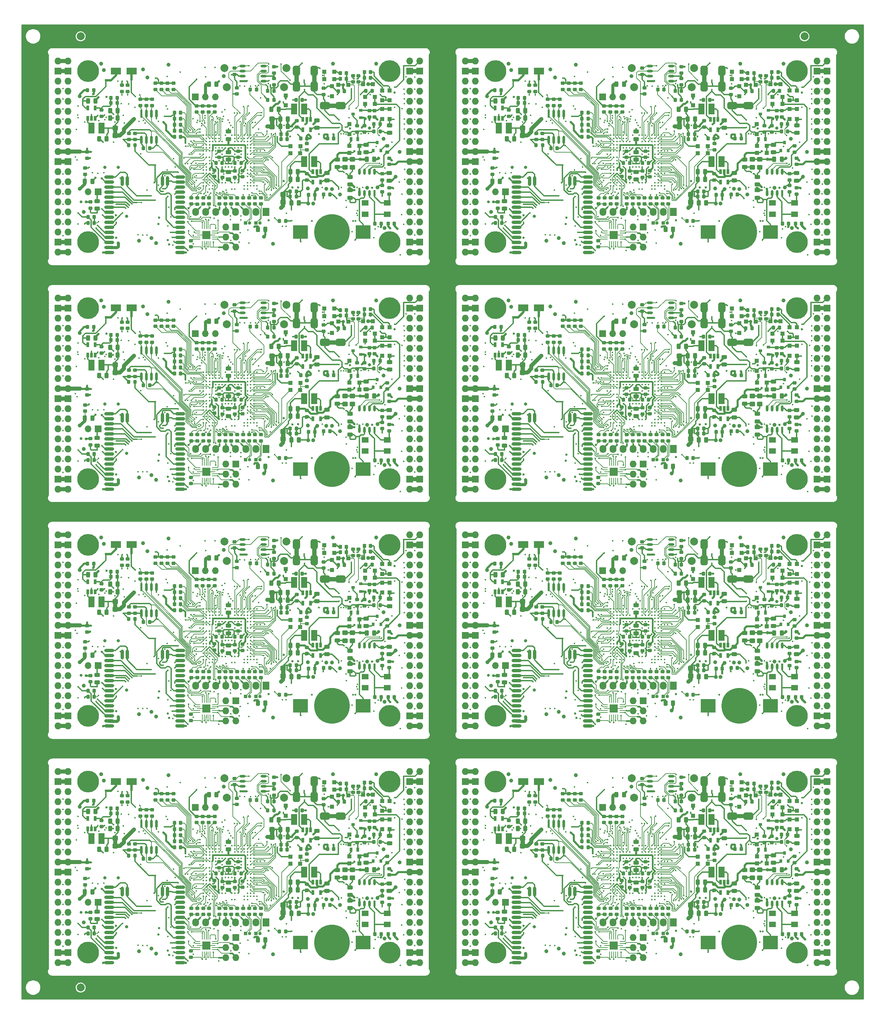
<source format=gbr>
%TF.GenerationSoftware,KiCad,Pcbnew,7.0.6+dfsg-1*%
%TF.CreationDate,2023-07-26T11:53:59+02:00*%
%TF.ProjectId,ulx3s_panel,756c7833-735f-4706-916e-656c2e6b6963,v3.1.8*%
%TF.SameCoordinates,Original*%
%TF.FileFunction,Copper,L6,Bot*%
%TF.FilePolarity,Positive*%
%FSLAX46Y46*%
G04 Gerber Fmt 4.6, Leading zero omitted, Abs format (unit mm)*
G04 Created by KiCad (PCBNEW 7.0.6+dfsg-1) date 2023-07-26 11:53:59*
%MOMM*%
%LPD*%
G01*
G04 APERTURE LIST*
G04 Aperture macros list*
%AMRoundRect*
0 Rectangle with rounded corners*
0 $1 Rounding radius*
0 $2 $3 $4 $5 $6 $7 $8 $9 X,Y pos of 4 corners*
0 Add a 4 corners polygon primitive as box body*
4,1,4,$2,$3,$4,$5,$6,$7,$8,$9,$2,$3,0*
0 Add four circle primitives for the rounded corners*
1,1,$1+$1,$2,$3*
1,1,$1+$1,$4,$5*
1,1,$1+$1,$6,$7*
1,1,$1+$1,$8,$9*
0 Add four rect primitives between the rounded corners*
20,1,$1+$1,$2,$3,$4,$5,0*
20,1,$1+$1,$4,$5,$6,$7,0*
20,1,$1+$1,$6,$7,$8,$9,0*
20,1,$1+$1,$8,$9,$2,$3,0*%
G04 Aperture macros list end*
%TA.AperFunction,EtchedComponent*%
%ADD10C,0.100000*%
%TD*%
%TA.AperFunction,ComponentPad*%
%ADD11O,1.727200X1.727200*%
%TD*%
%TA.AperFunction,ComponentPad*%
%ADD12R,1.727200X1.727200*%
%TD*%
%TA.AperFunction,ComponentPad*%
%ADD13C,5.500000*%
%TD*%
%TA.AperFunction,ComponentPad*%
%ADD14C,2.000000*%
%TD*%
%TA.AperFunction,ComponentPad*%
%ADD15R,0.850000X0.850000*%
%TD*%
%TA.AperFunction,ComponentPad*%
%ADD16O,0.850000X0.850000*%
%TD*%
%TA.AperFunction,ComponentPad*%
%ADD17R,1.700000X1.700000*%
%TD*%
%TA.AperFunction,ComponentPad*%
%ADD18O,1.700000X1.700000*%
%TD*%
%TA.AperFunction,ComponentPad*%
%ADD19R,1.727200X2.032000*%
%TD*%
%TA.AperFunction,ComponentPad*%
%ADD20O,1.727200X2.032000*%
%TD*%
%TA.AperFunction,SMDPad,CuDef*%
%ADD21RoundRect,0.218750X-0.218750X-0.256250X0.218750X-0.256250X0.218750X0.256250X-0.218750X0.256250X0*%
%TD*%
%TA.AperFunction,SMDPad,CuDef*%
%ADD22R,1.000000X1.000000*%
%TD*%
%TA.AperFunction,SMDPad,CuDef*%
%ADD23R,1.500000X2.700000*%
%TD*%
%TA.AperFunction,SMDPad,CuDef*%
%ADD24RoundRect,0.218750X0.218750X0.256250X-0.218750X0.256250X-0.218750X-0.256250X0.218750X-0.256250X0*%
%TD*%
%TA.AperFunction,SMDPad,CuDef*%
%ADD25RoundRect,0.218750X-0.256250X0.218750X-0.256250X-0.218750X0.256250X-0.218750X0.256250X0.218750X0*%
%TD*%
%TA.AperFunction,SMDPad,CuDef*%
%ADD26RoundRect,0.218750X0.256250X-0.218750X0.256250X0.218750X-0.256250X0.218750X-0.256250X-0.218750X0*%
%TD*%
%TA.AperFunction,SMDPad,CuDef*%
%ADD27RoundRect,0.450000X0.800000X0.450000X-0.800000X0.450000X-0.800000X-0.450000X0.800000X-0.450000X0*%
%TD*%
%TA.AperFunction,SMDPad,CuDef*%
%ADD28RoundRect,0.225000X-0.250000X0.225000X-0.250000X-0.225000X0.250000X-0.225000X0.250000X0.225000X0*%
%TD*%
%TA.AperFunction,SMDPad,CuDef*%
%ADD29RoundRect,0.243750X-0.243750X-0.456250X0.243750X-0.456250X0.243750X0.456250X-0.243750X0.456250X0*%
%TD*%
%TA.AperFunction,SMDPad,CuDef*%
%ADD30RoundRect,0.243750X0.243750X0.456250X-0.243750X0.456250X-0.243750X-0.456250X0.243750X-0.456250X0*%
%TD*%
%TA.AperFunction,SMDPad,CuDef*%
%ADD31R,2.500000X1.800000*%
%TD*%
%TA.AperFunction,SMDPad,CuDef*%
%ADD32RoundRect,0.243750X-0.456250X0.243750X-0.456250X-0.243750X0.456250X-0.243750X0.456250X0.243750X0*%
%TD*%
%TA.AperFunction,SMDPad,CuDef*%
%ADD33RoundRect,0.062500X0.350000X0.062500X-0.350000X0.062500X-0.350000X-0.062500X0.350000X-0.062500X0*%
%TD*%
%TA.AperFunction,SMDPad,CuDef*%
%ADD34RoundRect,0.062500X0.062500X0.350000X-0.062500X0.350000X-0.062500X-0.350000X0.062500X-0.350000X0*%
%TD*%
%TA.AperFunction,SMDPad,CuDef*%
%ADD35R,2.000000X2.000000*%
%TD*%
%TA.AperFunction,SMDPad,CuDef*%
%ADD36RoundRect,0.243750X0.456250X-0.243750X0.456250X0.243750X-0.456250X0.243750X-0.456250X-0.243750X0*%
%TD*%
%TA.AperFunction,SMDPad,CuDef*%
%ADD37RoundRect,0.225000X0.250000X-0.225000X0.250000X0.225000X-0.250000X0.225000X-0.250000X-0.225000X0*%
%TD*%
%TA.AperFunction,SMDPad,CuDef*%
%ADD38C,2.000000*%
%TD*%
%TA.AperFunction,SMDPad,CuDef*%
%ADD39R,1.550000X0.600000*%
%TD*%
%TA.AperFunction,SMDPad,CuDef*%
%ADD40O,1.550000X0.600000*%
%TD*%
%TA.AperFunction,SMDPad,CuDef*%
%ADD41RoundRect,0.450000X-0.450000X0.800000X-0.450000X-0.800000X0.450000X-0.800000X0.450000X0.800000X0*%
%TD*%
%TA.AperFunction,SMDPad,CuDef*%
%ADD42C,0.300000*%
%TD*%
%TA.AperFunction,SMDPad,CuDef*%
%ADD43R,0.700000X1.200000*%
%TD*%
%TA.AperFunction,SMDPad,CuDef*%
%ADD44R,3.700000X3.500000*%
%TD*%
%TA.AperFunction,SMDPad,CuDef*%
%ADD45C,9.000000*%
%TD*%
%TA.AperFunction,SMDPad,CuDef*%
%ADD46RoundRect,0.249999X-0.450001X0.325001X-0.450001X-0.325001X0.450001X-0.325001X0.450001X0.325001X0*%
%TD*%
%TA.AperFunction,SMDPad,CuDef*%
%ADD47R,0.600000X2.100000*%
%TD*%
%TA.AperFunction,SMDPad,CuDef*%
%ADD48O,0.600000X2.100000*%
%TD*%
%TA.AperFunction,SMDPad,CuDef*%
%ADD49RoundRect,0.450000X0.450000X-0.800000X0.450000X0.800000X-0.450000X0.800000X-0.450000X-0.800000X0*%
%TD*%
%TA.AperFunction,SMDPad,CuDef*%
%ADD50RoundRect,0.200000X-0.200000X-0.275000X0.200000X-0.275000X0.200000X0.275000X-0.200000X0.275000X0*%
%TD*%
%TA.AperFunction,SMDPad,CuDef*%
%ADD51R,1.800000X1.400000*%
%TD*%
%TA.AperFunction,SMDPad,CuDef*%
%ADD52R,0.670000X1.000000*%
%TD*%
%TA.AperFunction,SMDPad,CuDef*%
%ADD53RoundRect,0.323750X-0.376250X0.323750X-0.376250X-0.323750X0.376250X-0.323750X0.376250X0.323750X0*%
%TD*%
%TA.AperFunction,SMDPad,CuDef*%
%ADD54R,0.600000X1.550000*%
%TD*%
%TA.AperFunction,SMDPad,CuDef*%
%ADD55O,0.600000X1.550000*%
%TD*%
%TA.AperFunction,SMDPad,CuDef*%
%ADD56R,0.900000X0.800000*%
%TD*%
%TA.AperFunction,SMDPad,CuDef*%
%ADD57R,0.800000X0.900000*%
%TD*%
%TA.AperFunction,SMDPad,CuDef*%
%ADD58O,2.500000X0.900000*%
%TD*%
%TA.AperFunction,SMDPad,CuDef*%
%ADD59O,0.900000X2.500000*%
%TD*%
%TA.AperFunction,ViaPad*%
%ADD60C,0.419000*%
%TD*%
%TA.AperFunction,ViaPad*%
%ADD61C,1.000000*%
%TD*%
%TA.AperFunction,ViaPad*%
%ADD62C,0.800000*%
%TD*%
%TA.AperFunction,ViaPad*%
%ADD63C,0.700000*%
%TD*%
%TA.AperFunction,ViaPad*%
%ADD64C,0.600000*%
%TD*%
%TA.AperFunction,ViaPad*%
%ADD65C,0.500000*%
%TD*%
%TA.AperFunction,ViaPad*%
%ADD66C,0.420000*%
%TD*%
%TA.AperFunction,ViaPad*%
%ADD67C,0.454000*%
%TD*%
%TA.AperFunction,Conductor*%
%ADD68C,0.300000*%
%TD*%
%TA.AperFunction,Conductor*%
%ADD69C,1.000000*%
%TD*%
%TA.AperFunction,Conductor*%
%ADD70C,0.127000*%
%TD*%
%TA.AperFunction,Conductor*%
%ADD71C,0.190000*%
%TD*%
%TA.AperFunction,Conductor*%
%ADD72C,0.500000*%
%TD*%
%TA.AperFunction,Conductor*%
%ADD73C,0.400000*%
%TD*%
%TA.AperFunction,Conductor*%
%ADD74C,0.700000*%
%TD*%
%TA.AperFunction,Conductor*%
%ADD75C,0.600000*%
%TD*%
%TA.AperFunction,Conductor*%
%ADD76C,0.800000*%
%TD*%
%TA.AperFunction,Conductor*%
%ADD77C,0.200000*%
%TD*%
G04 APERTURE END LIST*
%TO.C,D9*%
D10*
X121674000Y-40980000D02*
X119874000Y-40980000D01*
X119874000Y-39980000D01*
X121674000Y-39980000D01*
X121674000Y-40980000D01*
%TA.AperFunction,EtchedComponent*%
G36*
X121674000Y-40980000D02*
G01*
X119874000Y-40980000D01*
X119874000Y-39980000D01*
X121674000Y-39980000D01*
X121674000Y-40980000D01*
G37*
%TD.AperFunction*%
%TO.C,D52*%
X219555000Y-34580000D02*
X218555000Y-34580000D01*
X218555000Y-32780000D01*
X219555000Y-32780000D01*
X219555000Y-34580000D01*
%TA.AperFunction,EtchedComponent*%
G36*
X219555000Y-34580000D02*
G01*
X218555000Y-34580000D01*
X218555000Y-32780000D01*
X219555000Y-32780000D01*
X219555000Y-34580000D01*
G37*
%TD.AperFunction*%
%TO.C,D51*%
X215080000Y-34580000D02*
X214080000Y-34580000D01*
X214080000Y-32780000D01*
X215080000Y-32780000D01*
X215080000Y-34580000D01*
%TA.AperFunction,EtchedComponent*%
G36*
X215080000Y-34580000D02*
G01*
X214080000Y-34580000D01*
X214080000Y-32780000D01*
X215080000Y-32780000D01*
X215080000Y-34580000D01*
G37*
%TD.AperFunction*%
X215080000Y-154180000D02*
X214080000Y-154180000D01*
X214080000Y-152380000D01*
X215080000Y-152380000D01*
X215080000Y-154180000D01*
%TA.AperFunction,EtchedComponent*%
G36*
X215080000Y-154180000D02*
G01*
X214080000Y-154180000D01*
X214080000Y-152380000D01*
X215080000Y-152380000D01*
X215080000Y-154180000D01*
G37*
%TD.AperFunction*%
%TO.C,RP1*%
X108701000Y-124141000D02*
X107701000Y-124141000D01*
X107701000Y-123341000D01*
X108701000Y-123341000D01*
X108701000Y-124141000D01*
%TA.AperFunction,EtchedComponent*%
G36*
X108701000Y-124141000D02*
G01*
X107701000Y-124141000D01*
X107701000Y-123341000D01*
X108701000Y-123341000D01*
X108701000Y-124141000D01*
G37*
%TD.AperFunction*%
X108701000Y-64341000D02*
X107701000Y-64341000D01*
X107701000Y-63541000D01*
X108701000Y-63541000D01*
X108701000Y-64341000D01*
%TA.AperFunction,EtchedComponent*%
G36*
X108701000Y-64341000D02*
G01*
X107701000Y-64341000D01*
X107701000Y-63541000D01*
X108701000Y-63541000D01*
X108701000Y-64341000D01*
G37*
%TD.AperFunction*%
%TO.C,D52*%
X116575000Y-94380000D02*
X115575000Y-94380000D01*
X115575000Y-92580000D01*
X116575000Y-92580000D01*
X116575000Y-94380000D01*
%TA.AperFunction,EtchedComponent*%
G36*
X116575000Y-94380000D02*
G01*
X115575000Y-94380000D01*
X115575000Y-92580000D01*
X116575000Y-92580000D01*
X116575000Y-94380000D01*
G37*
%TD.AperFunction*%
%TO.C,RP1*%
X211681000Y-64341000D02*
X210681000Y-64341000D01*
X210681000Y-63541000D01*
X211681000Y-63541000D01*
X211681000Y-64341000D01*
%TA.AperFunction,EtchedComponent*%
G36*
X211681000Y-64341000D02*
G01*
X210681000Y-64341000D01*
X210681000Y-63541000D01*
X211681000Y-63541000D01*
X211681000Y-64341000D01*
G37*
%TD.AperFunction*%
%TO.C,RP2*%
X169209000Y-226912000D02*
X168209000Y-226912000D01*
X168209000Y-226112000D01*
X169209000Y-226112000D01*
X169209000Y-226912000D01*
%TA.AperFunction,EtchedComponent*%
G36*
X169209000Y-226912000D02*
G01*
X168209000Y-226912000D01*
X168209000Y-226112000D01*
X169209000Y-226112000D01*
X169209000Y-226912000D01*
G37*
%TD.AperFunction*%
X169209000Y-167112000D02*
X168209000Y-167112000D01*
X168209000Y-166312000D01*
X169209000Y-166312000D01*
X169209000Y-167112000D01*
%TA.AperFunction,EtchedComponent*%
G36*
X169209000Y-167112000D02*
G01*
X168209000Y-167112000D01*
X168209000Y-166312000D01*
X169209000Y-166312000D01*
X169209000Y-167112000D01*
G37*
%TD.AperFunction*%
%TO.C,RP3*%
X105892000Y-105091000D02*
X104892000Y-105091000D01*
X104892000Y-104291000D01*
X105892000Y-104291000D01*
X105892000Y-105091000D01*
%TA.AperFunction,EtchedComponent*%
G36*
X105892000Y-105091000D02*
G01*
X104892000Y-105091000D01*
X104892000Y-104291000D01*
X105892000Y-104291000D01*
X105892000Y-105091000D01*
G37*
%TD.AperFunction*%
%TO.C,D9*%
X224654000Y-100780000D02*
X222854000Y-100780000D01*
X222854000Y-99780000D01*
X224654000Y-99780000D01*
X224654000Y-100780000D01*
%TA.AperFunction,EtchedComponent*%
G36*
X224654000Y-100780000D02*
G01*
X222854000Y-100780000D01*
X222854000Y-99780000D01*
X224654000Y-99780000D01*
X224654000Y-100780000D01*
G37*
%TD.AperFunction*%
%TO.C,RP1*%
X108701000Y-243741000D02*
X107701000Y-243741000D01*
X107701000Y-242941000D01*
X108701000Y-242941000D01*
X108701000Y-243741000D01*
%TA.AperFunction,EtchedComponent*%
G36*
X108701000Y-243741000D02*
G01*
X107701000Y-243741000D01*
X107701000Y-242941000D01*
X108701000Y-242941000D01*
X108701000Y-243741000D01*
G37*
%TD.AperFunction*%
%TO.C,D52*%
X116575000Y-213980000D02*
X115575000Y-213980000D01*
X115575000Y-212180000D01*
X116575000Y-212180000D01*
X116575000Y-213980000D01*
%TA.AperFunction,EtchedComponent*%
G36*
X116575000Y-213980000D02*
G01*
X115575000Y-213980000D01*
X115575000Y-212180000D01*
X116575000Y-212180000D01*
X116575000Y-213980000D01*
G37*
%TD.AperFunction*%
X219555000Y-213980000D02*
X218555000Y-213980000D01*
X218555000Y-212180000D01*
X219555000Y-212180000D01*
X219555000Y-213980000D01*
%TA.AperFunction,EtchedComponent*%
G36*
X219555000Y-213980000D02*
G01*
X218555000Y-213980000D01*
X218555000Y-212180000D01*
X219555000Y-212180000D01*
X219555000Y-213980000D01*
G37*
%TD.AperFunction*%
%TO.C,RP2*%
X169209000Y-47512000D02*
X168209000Y-47512000D01*
X168209000Y-46712000D01*
X169209000Y-46712000D01*
X169209000Y-47512000D01*
%TA.AperFunction,EtchedComponent*%
G36*
X169209000Y-47512000D02*
G01*
X168209000Y-47512000D01*
X168209000Y-46712000D01*
X169209000Y-46712000D01*
X169209000Y-47512000D01*
G37*
%TD.AperFunction*%
%TO.C,D51*%
X215080000Y-213980000D02*
X214080000Y-213980000D01*
X214080000Y-212180000D01*
X215080000Y-212180000D01*
X215080000Y-213980000D01*
%TA.AperFunction,EtchedComponent*%
G36*
X215080000Y-213980000D02*
G01*
X214080000Y-213980000D01*
X214080000Y-212180000D01*
X215080000Y-212180000D01*
X215080000Y-213980000D01*
G37*
%TD.AperFunction*%
%TO.C,D9*%
X224654000Y-40980000D02*
X222854000Y-40980000D01*
X222854000Y-39980000D01*
X224654000Y-39980000D01*
X224654000Y-40980000D01*
%TA.AperFunction,EtchedComponent*%
G36*
X224654000Y-40980000D02*
G01*
X222854000Y-40980000D01*
X222854000Y-39980000D01*
X224654000Y-39980000D01*
X224654000Y-40980000D01*
G37*
%TD.AperFunction*%
X121674000Y-220380000D02*
X119874000Y-220380000D01*
X119874000Y-219380000D01*
X121674000Y-219380000D01*
X121674000Y-220380000D01*
%TA.AperFunction,EtchedComponent*%
G36*
X121674000Y-220380000D02*
G01*
X119874000Y-220380000D01*
X119874000Y-219380000D01*
X121674000Y-219380000D01*
X121674000Y-220380000D01*
G37*
%TD.AperFunction*%
%TO.C,RP3*%
X208872000Y-105091000D02*
X207872000Y-105091000D01*
X207872000Y-104291000D01*
X208872000Y-104291000D01*
X208872000Y-105091000D01*
%TA.AperFunction,EtchedComponent*%
G36*
X208872000Y-105091000D02*
G01*
X207872000Y-105091000D01*
X207872000Y-104291000D01*
X208872000Y-104291000D01*
X208872000Y-105091000D01*
G37*
%TD.AperFunction*%
%TO.C,D51*%
X112100000Y-94380000D02*
X111100000Y-94380000D01*
X111100000Y-92580000D01*
X112100000Y-92580000D01*
X112100000Y-94380000D01*
%TA.AperFunction,EtchedComponent*%
G36*
X112100000Y-94380000D02*
G01*
X111100000Y-94380000D01*
X111100000Y-92580000D01*
X112100000Y-92580000D01*
X112100000Y-94380000D01*
G37*
%TD.AperFunction*%
%TO.C,RP2*%
X66229000Y-107312000D02*
X65229000Y-107312000D01*
X65229000Y-106512000D01*
X66229000Y-106512000D01*
X66229000Y-107312000D01*
%TA.AperFunction,EtchedComponent*%
G36*
X66229000Y-107312000D02*
G01*
X65229000Y-107312000D01*
X65229000Y-106512000D01*
X66229000Y-106512000D01*
X66229000Y-107312000D01*
G37*
%TD.AperFunction*%
X66229000Y-47512000D02*
X65229000Y-47512000D01*
X65229000Y-46712000D01*
X66229000Y-46712000D01*
X66229000Y-47512000D01*
%TA.AperFunction,EtchedComponent*%
G36*
X66229000Y-47512000D02*
G01*
X65229000Y-47512000D01*
X65229000Y-46712000D01*
X66229000Y-46712000D01*
X66229000Y-47512000D01*
G37*
%TD.AperFunction*%
%TO.C,RP3*%
X105892000Y-45291000D02*
X104892000Y-45291000D01*
X104892000Y-44491000D01*
X105892000Y-44491000D01*
X105892000Y-45291000D01*
%TA.AperFunction,EtchedComponent*%
G36*
X105892000Y-45291000D02*
G01*
X104892000Y-45291000D01*
X104892000Y-44491000D01*
X105892000Y-44491000D01*
X105892000Y-45291000D01*
G37*
%TD.AperFunction*%
%TO.C,RP1*%
X211681000Y-124141000D02*
X210681000Y-124141000D01*
X210681000Y-123341000D01*
X211681000Y-123341000D01*
X211681000Y-124141000D01*
%TA.AperFunction,EtchedComponent*%
G36*
X211681000Y-124141000D02*
G01*
X210681000Y-124141000D01*
X210681000Y-123341000D01*
X211681000Y-123341000D01*
X211681000Y-124141000D01*
G37*
%TD.AperFunction*%
%TO.C,D9*%
X121674000Y-100780000D02*
X119874000Y-100780000D01*
X119874000Y-99780000D01*
X121674000Y-99780000D01*
X121674000Y-100780000D01*
%TA.AperFunction,EtchedComponent*%
G36*
X121674000Y-100780000D02*
G01*
X119874000Y-100780000D01*
X119874000Y-99780000D01*
X121674000Y-99780000D01*
X121674000Y-100780000D01*
G37*
%TD.AperFunction*%
%TO.C,D51*%
X215080000Y-94380000D02*
X214080000Y-94380000D01*
X214080000Y-92580000D01*
X215080000Y-92580000D01*
X215080000Y-94380000D01*
%TA.AperFunction,EtchedComponent*%
G36*
X215080000Y-94380000D02*
G01*
X214080000Y-94380000D01*
X214080000Y-92580000D01*
X215080000Y-92580000D01*
X215080000Y-94380000D01*
G37*
%TD.AperFunction*%
%TO.C,D52*%
X219555000Y-94380000D02*
X218555000Y-94380000D01*
X218555000Y-92580000D01*
X219555000Y-92580000D01*
X219555000Y-94380000D01*
%TA.AperFunction,EtchedComponent*%
G36*
X219555000Y-94380000D02*
G01*
X218555000Y-94380000D01*
X218555000Y-92580000D01*
X219555000Y-92580000D01*
X219555000Y-94380000D01*
G37*
%TD.AperFunction*%
%TO.C,RP1*%
X108701000Y-183941000D02*
X107701000Y-183941000D01*
X107701000Y-183141000D01*
X108701000Y-183141000D01*
X108701000Y-183941000D01*
%TA.AperFunction,EtchedComponent*%
G36*
X108701000Y-183941000D02*
G01*
X107701000Y-183941000D01*
X107701000Y-183141000D01*
X108701000Y-183141000D01*
X108701000Y-183941000D01*
G37*
%TD.AperFunction*%
%TO.C,RP3*%
X105892000Y-164891000D02*
X104892000Y-164891000D01*
X104892000Y-164091000D01*
X105892000Y-164091000D01*
X105892000Y-164891000D01*
%TA.AperFunction,EtchedComponent*%
G36*
X105892000Y-164891000D02*
G01*
X104892000Y-164891000D01*
X104892000Y-164091000D01*
X105892000Y-164091000D01*
X105892000Y-164891000D01*
G37*
%TD.AperFunction*%
X208872000Y-224691000D02*
X207872000Y-224691000D01*
X207872000Y-223891000D01*
X208872000Y-223891000D01*
X208872000Y-224691000D01*
%TA.AperFunction,EtchedComponent*%
G36*
X208872000Y-224691000D02*
G01*
X207872000Y-224691000D01*
X207872000Y-223891000D01*
X208872000Y-223891000D01*
X208872000Y-224691000D01*
G37*
%TD.AperFunction*%
%TO.C,D52*%
X116575000Y-154180000D02*
X115575000Y-154180000D01*
X115575000Y-152380000D01*
X116575000Y-152380000D01*
X116575000Y-154180000D01*
%TA.AperFunction,EtchedComponent*%
G36*
X116575000Y-154180000D02*
G01*
X115575000Y-154180000D01*
X115575000Y-152380000D01*
X116575000Y-152380000D01*
X116575000Y-154180000D01*
G37*
%TD.AperFunction*%
%TO.C,RP2*%
X66229000Y-226912000D02*
X65229000Y-226912000D01*
X65229000Y-226112000D01*
X66229000Y-226112000D01*
X66229000Y-226912000D01*
%TA.AperFunction,EtchedComponent*%
G36*
X66229000Y-226912000D02*
G01*
X65229000Y-226912000D01*
X65229000Y-226112000D01*
X66229000Y-226112000D01*
X66229000Y-226912000D01*
G37*
%TD.AperFunction*%
%TO.C,RP3*%
X208872000Y-45291000D02*
X207872000Y-45291000D01*
X207872000Y-44491000D01*
X208872000Y-44491000D01*
X208872000Y-45291000D01*
%TA.AperFunction,EtchedComponent*%
G36*
X208872000Y-45291000D02*
G01*
X207872000Y-45291000D01*
X207872000Y-44491000D01*
X208872000Y-44491000D01*
X208872000Y-45291000D01*
G37*
%TD.AperFunction*%
%TO.C,D52*%
X116575000Y-34580000D02*
X115575000Y-34580000D01*
X115575000Y-32780000D01*
X116575000Y-32780000D01*
X116575000Y-34580000D01*
%TA.AperFunction,EtchedComponent*%
G36*
X116575000Y-34580000D02*
G01*
X115575000Y-34580000D01*
X115575000Y-32780000D01*
X116575000Y-32780000D01*
X116575000Y-34580000D01*
G37*
%TD.AperFunction*%
%TO.C,D9*%
X121674000Y-160580000D02*
X119874000Y-160580000D01*
X119874000Y-159580000D01*
X121674000Y-159580000D01*
X121674000Y-160580000D01*
%TA.AperFunction,EtchedComponent*%
G36*
X121674000Y-160580000D02*
G01*
X119874000Y-160580000D01*
X119874000Y-159580000D01*
X121674000Y-159580000D01*
X121674000Y-160580000D01*
G37*
%TD.AperFunction*%
%TO.C,RP1*%
X211681000Y-243741000D02*
X210681000Y-243741000D01*
X210681000Y-242941000D01*
X211681000Y-242941000D01*
X211681000Y-243741000D01*
%TA.AperFunction,EtchedComponent*%
G36*
X211681000Y-243741000D02*
G01*
X210681000Y-243741000D01*
X210681000Y-242941000D01*
X211681000Y-242941000D01*
X211681000Y-243741000D01*
G37*
%TD.AperFunction*%
%TO.C,D51*%
X112100000Y-154180000D02*
X111100000Y-154180000D01*
X111100000Y-152380000D01*
X112100000Y-152380000D01*
X112100000Y-154180000D01*
%TA.AperFunction,EtchedComponent*%
G36*
X112100000Y-154180000D02*
G01*
X111100000Y-154180000D01*
X111100000Y-152380000D01*
X112100000Y-152380000D01*
X112100000Y-154180000D01*
G37*
%TD.AperFunction*%
%TO.C,RP1*%
X211681000Y-183941000D02*
X210681000Y-183941000D01*
X210681000Y-183141000D01*
X211681000Y-183141000D01*
X211681000Y-183941000D01*
%TA.AperFunction,EtchedComponent*%
G36*
X211681000Y-183941000D02*
G01*
X210681000Y-183941000D01*
X210681000Y-183141000D01*
X211681000Y-183141000D01*
X211681000Y-183941000D01*
G37*
%TD.AperFunction*%
%TO.C,RP3*%
X208872000Y-164891000D02*
X207872000Y-164891000D01*
X207872000Y-164091000D01*
X208872000Y-164091000D01*
X208872000Y-164891000D01*
%TA.AperFunction,EtchedComponent*%
G36*
X208872000Y-164891000D02*
G01*
X207872000Y-164891000D01*
X207872000Y-164091000D01*
X208872000Y-164091000D01*
X208872000Y-164891000D01*
G37*
%TD.AperFunction*%
%TO.C,RP2*%
X66229000Y-167112000D02*
X65229000Y-167112000D01*
X65229000Y-166312000D01*
X66229000Y-166312000D01*
X66229000Y-167112000D01*
%TA.AperFunction,EtchedComponent*%
G36*
X66229000Y-167112000D02*
G01*
X65229000Y-167112000D01*
X65229000Y-166312000D01*
X66229000Y-166312000D01*
X66229000Y-167112000D01*
G37*
%TD.AperFunction*%
%TO.C,D9*%
X224654000Y-220380000D02*
X222854000Y-220380000D01*
X222854000Y-219380000D01*
X224654000Y-219380000D01*
X224654000Y-220380000D01*
%TA.AperFunction,EtchedComponent*%
G36*
X224654000Y-220380000D02*
G01*
X222854000Y-220380000D01*
X222854000Y-219380000D01*
X224654000Y-219380000D01*
X224654000Y-220380000D01*
G37*
%TD.AperFunction*%
%TO.C,D51*%
X112100000Y-213980000D02*
X111100000Y-213980000D01*
X111100000Y-212180000D01*
X112100000Y-212180000D01*
X112100000Y-213980000D01*
%TA.AperFunction,EtchedComponent*%
G36*
X112100000Y-213980000D02*
G01*
X111100000Y-213980000D01*
X111100000Y-212180000D01*
X112100000Y-212180000D01*
X112100000Y-213980000D01*
G37*
%TD.AperFunction*%
%TO.C,RP2*%
X169209000Y-107312000D02*
X168209000Y-107312000D01*
X168209000Y-106512000D01*
X169209000Y-106512000D01*
X169209000Y-107312000D01*
%TA.AperFunction,EtchedComponent*%
G36*
X169209000Y-107312000D02*
G01*
X168209000Y-107312000D01*
X168209000Y-106512000D01*
X169209000Y-106512000D01*
X169209000Y-107312000D01*
G37*
%TD.AperFunction*%
%TO.C,RP3*%
X105892000Y-224691000D02*
X104892000Y-224691000D01*
X104892000Y-223891000D01*
X105892000Y-223891000D01*
X105892000Y-224691000D01*
%TA.AperFunction,EtchedComponent*%
G36*
X105892000Y-224691000D02*
G01*
X104892000Y-224691000D01*
X104892000Y-223891000D01*
X105892000Y-223891000D01*
X105892000Y-224691000D01*
G37*
%TD.AperFunction*%
%TO.C,D9*%
X224654000Y-160580000D02*
X222854000Y-160580000D01*
X222854000Y-159580000D01*
X224654000Y-159580000D01*
X224654000Y-160580000D01*
%TA.AperFunction,EtchedComponent*%
G36*
X224654000Y-160580000D02*
G01*
X222854000Y-160580000D01*
X222854000Y-159580000D01*
X224654000Y-159580000D01*
X224654000Y-160580000D01*
G37*
%TD.AperFunction*%
%TO.C,D52*%
X219555000Y-154180000D02*
X218555000Y-154180000D01*
X218555000Y-152380000D01*
X219555000Y-152380000D01*
X219555000Y-154180000D01*
%TA.AperFunction,EtchedComponent*%
G36*
X219555000Y-154180000D02*
G01*
X218555000Y-154180000D01*
X218555000Y-152380000D01*
X219555000Y-152380000D01*
X219555000Y-154180000D01*
G37*
%TD.AperFunction*%
%TO.C,D51*%
X112100000Y-34580000D02*
X111100000Y-34580000D01*
X111100000Y-32780000D01*
X112100000Y-32780000D01*
X112100000Y-34580000D01*
%TA.AperFunction,EtchedComponent*%
G36*
X112100000Y-34580000D02*
G01*
X111100000Y-34580000D01*
X111100000Y-32780000D01*
X112100000Y-32780000D01*
X112100000Y-34580000D01*
G37*
%TD.AperFunction*%
%TD*%
D11*
%TO.P,J1,1,Pin_1*%
%TO.N,Board_3-2V5_3V3*%
X156810000Y-89070000D03*
%TO.P,J1,2,Pin_2*%
X154270000Y-89070000D03*
D12*
%TO.P,J1,3,Pin_3*%
%TO.N,Board_3-GND*%
X156810000Y-91610000D03*
%TO.P,J1,4,Pin_4*%
X154270000Y-91610000D03*
D11*
%TO.P,J1,5,Pin_5*%
%TO.N,Board_3-GN0*%
X156810000Y-94150000D03*
%TO.P,J1,6,Pin_6*%
%TO.N,Board_3-GP0*%
X154270000Y-94150000D03*
%TO.P,J1,7,Pin_7*%
%TO.N,Board_3-GN1*%
X156810000Y-96690000D03*
%TO.P,J1,8,Pin_8*%
%TO.N,Board_3-GP1*%
X154270000Y-96690000D03*
%TO.P,J1,9,Pin_9*%
%TO.N,Board_3-GN2*%
X156810000Y-99230000D03*
%TO.P,J1,10,Pin_10*%
%TO.N,Board_3-GP2*%
X154270000Y-99230000D03*
%TO.P,J1,11,Pin_11*%
%TO.N,Board_3-GN3*%
X156810000Y-101770000D03*
%TO.P,J1,12,Pin_12*%
%TO.N,Board_3-GP3*%
X154270000Y-101770000D03*
%TO.P,J1,13,Pin_13*%
%TO.N,Board_3-GN4*%
X156810000Y-104310000D03*
%TO.P,J1,14,Pin_14*%
%TO.N,Board_3-GP4*%
X154270000Y-104310000D03*
%TO.P,J1,15,Pin_15*%
%TO.N,Board_3-GN5*%
X156810000Y-106850000D03*
%TO.P,J1,16,Pin_16*%
%TO.N,Board_3-GP5*%
X154270000Y-106850000D03*
%TO.P,J1,17,Pin_17*%
%TO.N,Board_3-GN6*%
X156810000Y-109390000D03*
%TO.P,J1,18,Pin_18*%
%TO.N,Board_3-GP6*%
X154270000Y-109390000D03*
%TO.P,J1,19,Pin_19*%
%TO.N,Board_3-2V5_3V3*%
X156810000Y-111930000D03*
%TO.P,J1,20,Pin_20*%
X154270000Y-111930000D03*
D12*
%TO.P,J1,21,Pin_21*%
%TO.N,Board_3-GND*%
X156810000Y-114470000D03*
%TO.P,J1,22,Pin_22*%
X154270000Y-114470000D03*
D11*
%TO.P,J1,23,Pin_23*%
%TO.N,Board_3-GN7*%
X156810000Y-117010000D03*
%TO.P,J1,24,Pin_24*%
%TO.N,Board_3-GP7*%
X154270000Y-117010000D03*
%TO.P,J1,25,Pin_25*%
%TO.N,Board_3-GN8*%
X156810000Y-119550000D03*
%TO.P,J1,26,Pin_26*%
%TO.N,Board_3-GP8*%
X154270000Y-119550000D03*
%TO.P,J1,27,Pin_27*%
%TO.N,Board_3-GN9*%
X156810000Y-122090000D03*
%TO.P,J1,28,Pin_28*%
%TO.N,Board_3-GP9*%
X154270000Y-122090000D03*
%TO.P,J1,29,Pin_29*%
%TO.N,Board_3-GN10*%
X156810000Y-124630000D03*
%TO.P,J1,30,Pin_30*%
%TO.N,Board_3-GP10*%
X154270000Y-124630000D03*
%TO.P,J1,31,Pin_31*%
%TO.N,Board_3-GN11*%
X156810000Y-127170000D03*
%TO.P,J1,32,Pin_32*%
%TO.N,Board_3-GP11*%
X154270000Y-127170000D03*
%TO.P,J1,33,Pin_33*%
%TO.N,Board_3-GN12*%
X156810000Y-129710000D03*
%TO.P,J1,34,Pin_34*%
%TO.N,Board_3-GP12*%
X154270000Y-129710000D03*
%TO.P,J1,35,Pin_35*%
%TO.N,Board_3-GN13*%
X156810000Y-132250000D03*
%TO.P,J1,36,Pin_36*%
%TO.N,Board_3-GP13*%
X154270000Y-132250000D03*
D12*
%TO.P,J1,37,Pin_37*%
%TO.N,Board_3-GND*%
X156810000Y-134790000D03*
%TO.P,J1,38,Pin_38*%
X154270000Y-134790000D03*
D11*
%TO.P,J1,39,Pin_39*%
%TO.N,Board_3-2V5_3V3*%
X156810000Y-137330000D03*
%TO.P,J1,40,Pin_40*%
X154270000Y-137330000D03*
%TD*%
D12*
%TO.P,J4,1,Pin_1*%
%TO.N,Board_7-GND*%
X199200000Y-250580000D03*
D11*
%TO.P,J4,2,Pin_2*%
%TO.N,Board_7-+3V3*%
X196660000Y-250580000D03*
%TO.P,J4,3,Pin_3*%
%TO.N,Board_7-JTAG_TDI*%
X199200000Y-253120000D03*
%TO.P,J4,4,Pin_4*%
%TO.N,Board_7-JTAG_TCK*%
X196660000Y-253120000D03*
%TO.P,J4,5,Pin_5*%
%TO.N,Board_7-JTAG_TMS*%
X199200000Y-255660000D03*
%TO.P,J4,6,Pin_6*%
%TO.N,Board_7-JTAG_TDO*%
X196660000Y-255660000D03*
%TD*%
D13*
%TO.P,H2,1,Pin_1*%
%TO.N,Board_2-GND*%
X135110000Y-134790000D03*
%TD*%
D14*
%TO.P,GPDI1,0,0*%
%TO.N,Board_7-GND*%
X212046000Y-210392000D03*
X211446000Y-215292000D03*
X196946000Y-215292000D03*
X196346000Y-210392000D03*
%TD*%
D15*
%TO.P,J7,1,Pin_1*%
%TO.N,Board_6-SR_TX01_P*%
X98720000Y-249510000D03*
D16*
%TO.P,J7,2,Pin_2*%
%TO.N,Board_6-SR_TX01_N*%
X99720000Y-249510000D03*
%TD*%
D13*
%TO.P,H3,1,Pin_1*%
%TO.N,Board_4-GND*%
X135110000Y-151410000D03*
%TD*%
D17*
%TO.P,J5,1,Pin_1*%
%TO.N,Board_7-+2V5*%
X188956000Y-217705000D03*
D18*
%TO.P,J5,2,Pin_2*%
%TO.N,Board_7-2V5_3V3*%
X191496000Y-217705000D03*
%TO.P,J5,3,Pin_3*%
%TO.N,Board_7-+3V3*%
X194036000Y-217705000D03*
%TD*%
D13*
%TO.P,H4,1,Pin_1*%
%TO.N,Board_6-GND*%
X58910000Y-211210000D03*
%TD*%
%TO.P,H3,1,Pin_1*%
%TO.N,Board_0-GND*%
X135110000Y-31810000D03*
%TD*%
D15*
%TO.P,J7,1,Pin_1*%
%TO.N,Board_7-SR_TX01_P*%
X201700000Y-249510000D03*
D16*
%TO.P,J7,2,Pin_2*%
%TO.N,Board_7-SR_TX01_N*%
X202700000Y-249510000D03*
%TD*%
D13*
%TO.P,H1,1,Pin_1*%
%TO.N,Board_1-GND*%
X161890000Y-74990000D03*
%TD*%
%TO.P,H3,1,Pin_1*%
%TO.N,Board_3-GND*%
X238090000Y-91610000D03*
%TD*%
D12*
%TO.P,J4,1,Pin_1*%
%TO.N,Board_5-GND*%
X199200000Y-190780000D03*
D11*
%TO.P,J4,2,Pin_2*%
%TO.N,Board_5-+3V3*%
X196660000Y-190780000D03*
%TO.P,J4,3,Pin_3*%
%TO.N,Board_5-JTAG_TDI*%
X199200000Y-193320000D03*
%TO.P,J4,4,Pin_4*%
%TO.N,Board_5-JTAG_TCK*%
X196660000Y-193320000D03*
%TO.P,J4,5,Pin_5*%
%TO.N,Board_5-JTAG_TMS*%
X199200000Y-195860000D03*
%TO.P,J4,6,Pin_6*%
%TO.N,Board_5-JTAG_TDO*%
X196660000Y-195860000D03*
%TD*%
D12*
%TO.P,J4,1,Pin_1*%
%TO.N,Board_1-GND*%
X199200000Y-71180000D03*
D11*
%TO.P,J4,2,Pin_2*%
%TO.N,Board_1-+3V3*%
X196660000Y-71180000D03*
%TO.P,J4,3,Pin_3*%
%TO.N,Board_1-JTAG_TDI*%
X199200000Y-73720000D03*
%TO.P,J4,4,Pin_4*%
%TO.N,Board_1-JTAG_TCK*%
X196660000Y-73720000D03*
%TO.P,J4,5,Pin_5*%
%TO.N,Board_1-JTAG_TMS*%
X199200000Y-76260000D03*
%TO.P,J4,6,Pin_6*%
%TO.N,Board_1-JTAG_TDO*%
X196660000Y-76260000D03*
%TD*%
%TO.P,J1,1,Pin_1*%
%TO.N,Board_6-2V5_3V3*%
X53830000Y-208670000D03*
%TO.P,J1,2,Pin_2*%
X51290000Y-208670000D03*
D12*
%TO.P,J1,3,Pin_3*%
%TO.N,Board_6-GND*%
X53830000Y-211210000D03*
%TO.P,J1,4,Pin_4*%
X51290000Y-211210000D03*
D11*
%TO.P,J1,5,Pin_5*%
%TO.N,Board_6-GN0*%
X53830000Y-213750000D03*
%TO.P,J1,6,Pin_6*%
%TO.N,Board_6-GP0*%
X51290000Y-213750000D03*
%TO.P,J1,7,Pin_7*%
%TO.N,Board_6-GN1*%
X53830000Y-216290000D03*
%TO.P,J1,8,Pin_8*%
%TO.N,Board_6-GP1*%
X51290000Y-216290000D03*
%TO.P,J1,9,Pin_9*%
%TO.N,Board_6-GN2*%
X53830000Y-218830000D03*
%TO.P,J1,10,Pin_10*%
%TO.N,Board_6-GP2*%
X51290000Y-218830000D03*
%TO.P,J1,11,Pin_11*%
%TO.N,Board_6-GN3*%
X53830000Y-221370000D03*
%TO.P,J1,12,Pin_12*%
%TO.N,Board_6-GP3*%
X51290000Y-221370000D03*
%TO.P,J1,13,Pin_13*%
%TO.N,Board_6-GN4*%
X53830000Y-223910000D03*
%TO.P,J1,14,Pin_14*%
%TO.N,Board_6-GP4*%
X51290000Y-223910000D03*
%TO.P,J1,15,Pin_15*%
%TO.N,Board_6-GN5*%
X53830000Y-226450000D03*
%TO.P,J1,16,Pin_16*%
%TO.N,Board_6-GP5*%
X51290000Y-226450000D03*
%TO.P,J1,17,Pin_17*%
%TO.N,Board_6-GN6*%
X53830000Y-228990000D03*
%TO.P,J1,18,Pin_18*%
%TO.N,Board_6-GP6*%
X51290000Y-228990000D03*
%TO.P,J1,19,Pin_19*%
%TO.N,Board_6-2V5_3V3*%
X53830000Y-231530000D03*
%TO.P,J1,20,Pin_20*%
X51290000Y-231530000D03*
D12*
%TO.P,J1,21,Pin_21*%
%TO.N,Board_6-GND*%
X53830000Y-234070000D03*
%TO.P,J1,22,Pin_22*%
X51290000Y-234070000D03*
D11*
%TO.P,J1,23,Pin_23*%
%TO.N,Board_6-GN7*%
X53830000Y-236610000D03*
%TO.P,J1,24,Pin_24*%
%TO.N,Board_6-GP7*%
X51290000Y-236610000D03*
%TO.P,J1,25,Pin_25*%
%TO.N,Board_6-GN8*%
X53830000Y-239150000D03*
%TO.P,J1,26,Pin_26*%
%TO.N,Board_6-GP8*%
X51290000Y-239150000D03*
%TO.P,J1,27,Pin_27*%
%TO.N,Board_6-GN9*%
X53830000Y-241690000D03*
%TO.P,J1,28,Pin_28*%
%TO.N,Board_6-GP9*%
X51290000Y-241690000D03*
%TO.P,J1,29,Pin_29*%
%TO.N,Board_6-GN10*%
X53830000Y-244230000D03*
%TO.P,J1,30,Pin_30*%
%TO.N,Board_6-GP10*%
X51290000Y-244230000D03*
%TO.P,J1,31,Pin_31*%
%TO.N,Board_6-GN11*%
X53830000Y-246770000D03*
%TO.P,J1,32,Pin_32*%
%TO.N,Board_6-GP11*%
X51290000Y-246770000D03*
%TO.P,J1,33,Pin_33*%
%TO.N,Board_6-GN12*%
X53830000Y-249310000D03*
%TO.P,J1,34,Pin_34*%
%TO.N,Board_6-GP12*%
X51290000Y-249310000D03*
%TO.P,J1,35,Pin_35*%
%TO.N,Board_6-GN13*%
X53830000Y-251850000D03*
%TO.P,J1,36,Pin_36*%
%TO.N,Board_6-GP13*%
X51290000Y-251850000D03*
D12*
%TO.P,J1,37,Pin_37*%
%TO.N,Board_6-GND*%
X53830000Y-254390000D03*
%TO.P,J1,38,Pin_38*%
X51290000Y-254390000D03*
D11*
%TO.P,J1,39,Pin_39*%
%TO.N,Board_6-2V5_3V3*%
X53830000Y-256930000D03*
%TO.P,J1,40,Pin_40*%
X51290000Y-256930000D03*
%TD*%
D15*
%TO.P,J6,1,Pin_1*%
%TO.N,Board_5-SR_CLK_P*%
X204280000Y-189730000D03*
D16*
%TO.P,J6,2,Pin_2*%
%TO.N,Board_5-SR_CLK_N*%
X205280000Y-189730000D03*
%TD*%
D11*
%TO.P,J2,1,Pin_1*%
%TO.N,Board_1-+3V3*%
X243170000Y-77530000D03*
%TO.P,J2,2,Pin_2*%
X245710000Y-77530000D03*
D12*
%TO.P,J2,3,Pin_3*%
%TO.N,Board_1-GND*%
X243170000Y-74990000D03*
%TO.P,J2,4,Pin_4*%
X245710000Y-74990000D03*
D11*
%TO.P,J2,5,Pin_5*%
%TO.N,Board_1-GN14*%
X243170000Y-72450000D03*
%TO.P,J2,6,Pin_6*%
%TO.N,Board_1-GP14*%
X245710000Y-72450000D03*
%TO.P,J2,7,Pin_7*%
%TO.N,Board_1-GN15*%
X243170000Y-69910000D03*
%TO.P,J2,8,Pin_8*%
%TO.N,Board_1-GP15*%
X245710000Y-69910000D03*
%TO.P,J2,9,Pin_9*%
%TO.N,Board_1-GN16*%
X243170000Y-67370000D03*
%TO.P,J2,10,Pin_10*%
%TO.N,Board_1-GP16*%
X245710000Y-67370000D03*
%TO.P,J2,11,Pin_11*%
%TO.N,Board_1-GN17*%
X243170000Y-64830000D03*
%TO.P,J2,12,Pin_12*%
%TO.N,Board_1-GP17*%
X245710000Y-64830000D03*
%TO.P,J2,13,Pin_13*%
%TO.N,Board_1-GN18*%
X243170000Y-62290000D03*
%TO.P,J2,14,Pin_14*%
%TO.N,Board_1-GP18*%
X245710000Y-62290000D03*
%TO.P,J2,15,Pin_15*%
%TO.N,Board_1-GN19*%
X243170000Y-59750000D03*
%TO.P,J2,16,Pin_16*%
%TO.N,Board_1-GP19*%
X245710000Y-59750000D03*
%TO.P,J2,17,Pin_17*%
%TO.N,Board_1-GN20*%
X243170000Y-57210000D03*
%TO.P,J2,18,Pin_18*%
%TO.N,Board_1-GP20*%
X245710000Y-57210000D03*
%TO.P,J2,19,Pin_19*%
%TO.N,Board_1-+3V3*%
X243170000Y-54670000D03*
%TO.P,J2,20,Pin_20*%
X245710000Y-54670000D03*
D12*
%TO.P,J2,21,Pin_21*%
%TO.N,Board_1-GND*%
X243170000Y-52130000D03*
%TO.P,J2,22,Pin_22*%
X245710000Y-52130000D03*
D11*
%TO.P,J2,23,Pin_23*%
%TO.N,Board_1-GN21*%
X243170000Y-49590000D03*
%TO.P,J2,24,Pin_24*%
%TO.N,Board_1-GP21*%
X245710000Y-49590000D03*
%TO.P,J2,25,Pin_25*%
%TO.N,Board_1-GN22*%
X243170000Y-47050000D03*
%TO.P,J2,26,Pin_26*%
%TO.N,Board_1-GP22*%
X245710000Y-47050000D03*
%TO.P,J2,27,Pin_27*%
%TO.N,Board_1-GN23*%
X243170000Y-44510000D03*
%TO.P,J2,28,Pin_28*%
%TO.N,Board_1-GP23*%
X245710000Y-44510000D03*
%TO.P,J2,29,Pin_29*%
%TO.N,Board_1-GN24*%
X243170000Y-41970000D03*
%TO.P,J2,30,Pin_30*%
%TO.N,Board_1-GP24*%
X245710000Y-41970000D03*
%TO.P,J2,31,Pin_31*%
%TO.N,Board_1-GN25*%
X243170000Y-39430000D03*
%TO.P,J2,32,Pin_32*%
%TO.N,Board_1-GP25*%
X245710000Y-39430000D03*
%TO.P,J2,33,Pin_33*%
%TO.N,Board_1-GN26*%
X243170000Y-36890000D03*
%TO.P,J2,34,Pin_34*%
%TO.N,Board_1-GP26*%
X245710000Y-36890000D03*
%TO.P,J2,35,Pin_35*%
%TO.N,Board_1-GN27*%
X243170000Y-34350000D03*
%TO.P,J2,36,Pin_36*%
%TO.N,Board_1-GP27*%
X245710000Y-34350000D03*
D12*
%TO.P,J2,37,Pin_37*%
%TO.N,Board_1-GND*%
X243170000Y-31810000D03*
%TO.P,J2,38,Pin_38*%
X245710000Y-31810000D03*
D11*
%TO.P,J2,39,Pin_39*%
%TO.N,Board_1-/gpio/IN5V*%
X243170000Y-29270000D03*
%TO.P,J2,40,Pin_40*%
%TO.N,Board_1-/gpio/OUT5V*%
X245710000Y-29270000D03*
%TD*%
D17*
%TO.P,J5,1,Pin_1*%
%TO.N,Board_3-+2V5*%
X188956000Y-98105000D03*
D18*
%TO.P,J5,2,Pin_2*%
%TO.N,Board_3-2V5_3V3*%
X191496000Y-98105000D03*
%TO.P,J5,3,Pin_3*%
%TO.N,Board_3-+3V3*%
X194036000Y-98105000D03*
%TD*%
D17*
%TO.P,J5,1,Pin_1*%
%TO.N,Board_4-+2V5*%
X85976000Y-157905000D03*
D18*
%TO.P,J5,2,Pin_2*%
%TO.N,Board_4-2V5_3V3*%
X88516000Y-157905000D03*
%TO.P,J5,3,Pin_3*%
%TO.N,Board_4-+3V3*%
X91056000Y-157905000D03*
%TD*%
D13*
%TO.P,H3,1,Pin_1*%
%TO.N,Board_6-GND*%
X135110000Y-211210000D03*
%TD*%
%TO.P,H2,1,Pin_1*%
%TO.N,Board_0-GND*%
X135110000Y-74990000D03*
%TD*%
D17*
%TO.P,J3,1,Pin_1*%
%TO.N,Board_5-GND*%
X164430000Y-181890000D03*
D18*
%TO.P,J3,2,Pin_2*%
%TO.N,Board_5-/wifi/WIFIEN*%
X161890000Y-181890000D03*
%TD*%
D17*
%TO.P,J5,1,Pin_1*%
%TO.N,Board_1-+2V5*%
X188956000Y-38305000D03*
D18*
%TO.P,J5,2,Pin_2*%
%TO.N,Board_1-2V5_3V3*%
X191496000Y-38305000D03*
%TO.P,J5,3,Pin_3*%
%TO.N,Board_1-+3V3*%
X194036000Y-38305000D03*
%TD*%
D13*
%TO.P,H1,1,Pin_1*%
%TO.N,Board_0-GND*%
X58910000Y-74990000D03*
%TD*%
%TO.P,H1,1,Pin_1*%
%TO.N,Board_4-GND*%
X58910000Y-194590000D03*
%TD*%
D14*
%TO.P,GPDI1,0,0*%
%TO.N,Board_5-GND*%
X212046000Y-150592000D03*
X211446000Y-155492000D03*
X196946000Y-155492000D03*
X196346000Y-150592000D03*
%TD*%
%TO.P,GPDI1,0,0*%
%TO.N,Board_0-GND*%
X109066000Y-30992000D03*
X108466000Y-35892000D03*
X93966000Y-35892000D03*
X93366000Y-30992000D03*
%TD*%
D17*
%TO.P,J3,1,Pin_1*%
%TO.N,Board_7-GND*%
X164430000Y-241690000D03*
D18*
%TO.P,J3,2,Pin_2*%
%TO.N,Board_7-/wifi/WIFIEN*%
X161890000Y-241690000D03*
%TD*%
D15*
%TO.P,J6,1,Pin_1*%
%TO.N,Board_1-SR_CLK_P*%
X204280000Y-70130000D03*
D16*
%TO.P,J6,2,Pin_2*%
%TO.N,Board_1-SR_CLK_N*%
X205280000Y-70130000D03*
%TD*%
D17*
%TO.P,J5,1,Pin_1*%
%TO.N,Board_5-+2V5*%
X188956000Y-157905000D03*
D18*
%TO.P,J5,2,Pin_2*%
%TO.N,Board_5-2V5_3V3*%
X191496000Y-157905000D03*
%TO.P,J5,3,Pin_3*%
%TO.N,Board_5-+3V3*%
X194036000Y-157905000D03*
%TD*%
D15*
%TO.P,J7,1,Pin_1*%
%TO.N,Board_5-SR_TX01_P*%
X201700000Y-189710000D03*
D16*
%TO.P,J7,2,Pin_2*%
%TO.N,Board_5-SR_TX01_N*%
X202700000Y-189710000D03*
%TD*%
D17*
%TO.P,J3,1,Pin_1*%
%TO.N,Board_0-GND*%
X61450000Y-62290000D03*
D18*
%TO.P,J3,2,Pin_2*%
%TO.N,Board_0-/wifi/WIFIEN*%
X58910000Y-62290000D03*
%TD*%
D14*
%TO.P,GPDI1,0,0*%
%TO.N,Board_6-GND*%
X109066000Y-210392000D03*
X108466000Y-215292000D03*
X93966000Y-215292000D03*
X93366000Y-210392000D03*
%TD*%
D17*
%TO.P,J3,1,Pin_1*%
%TO.N,Board_6-GND*%
X61450000Y-241690000D03*
D18*
%TO.P,J3,2,Pin_2*%
%TO.N,Board_6-/wifi/WIFIEN*%
X58910000Y-241690000D03*
%TD*%
D13*
%TO.P,H4,1,Pin_1*%
%TO.N,Board_4-GND*%
X58910000Y-151410000D03*
%TD*%
D15*
%TO.P,J7,1,Pin_1*%
%TO.N,Board_1-SR_TX01_P*%
X201700000Y-70110000D03*
D16*
%TO.P,J7,2,Pin_2*%
%TO.N,Board_1-SR_TX01_N*%
X202700000Y-70110000D03*
%TD*%
D15*
%TO.P,J6,1,Pin_1*%
%TO.N,Board_2-SR_CLK_P*%
X101300000Y-129930000D03*
D16*
%TO.P,J6,2,Pin_2*%
%TO.N,Board_2-SR_CLK_N*%
X102300000Y-129930000D03*
%TD*%
D13*
%TO.P,H2,1,Pin_1*%
%TO.N,Board_5-GND*%
X238090000Y-194590000D03*
%TD*%
%TO.P,H3,1,Pin_1*%
%TO.N,Board_5-GND*%
X238090000Y-151410000D03*
%TD*%
D17*
%TO.P,J3,1,Pin_1*%
%TO.N,Board_1-GND*%
X164430000Y-62290000D03*
D18*
%TO.P,J3,2,Pin_2*%
%TO.N,Board_1-/wifi/WIFIEN*%
X161890000Y-62290000D03*
%TD*%
D11*
%TO.P,J2,1,Pin_1*%
%TO.N,Board_0-+3V3*%
X140190000Y-77530000D03*
%TO.P,J2,2,Pin_2*%
X142730000Y-77530000D03*
D12*
%TO.P,J2,3,Pin_3*%
%TO.N,Board_0-GND*%
X140190000Y-74990000D03*
%TO.P,J2,4,Pin_4*%
X142730000Y-74990000D03*
D11*
%TO.P,J2,5,Pin_5*%
%TO.N,Board_0-GN14*%
X140190000Y-72450000D03*
%TO.P,J2,6,Pin_6*%
%TO.N,Board_0-GP14*%
X142730000Y-72450000D03*
%TO.P,J2,7,Pin_7*%
%TO.N,Board_0-GN15*%
X140190000Y-69910000D03*
%TO.P,J2,8,Pin_8*%
%TO.N,Board_0-GP15*%
X142730000Y-69910000D03*
%TO.P,J2,9,Pin_9*%
%TO.N,Board_0-GN16*%
X140190000Y-67370000D03*
%TO.P,J2,10,Pin_10*%
%TO.N,Board_0-GP16*%
X142730000Y-67370000D03*
%TO.P,J2,11,Pin_11*%
%TO.N,Board_0-GN17*%
X140190000Y-64830000D03*
%TO.P,J2,12,Pin_12*%
%TO.N,Board_0-GP17*%
X142730000Y-64830000D03*
%TO.P,J2,13,Pin_13*%
%TO.N,Board_0-GN18*%
X140190000Y-62290000D03*
%TO.P,J2,14,Pin_14*%
%TO.N,Board_0-GP18*%
X142730000Y-62290000D03*
%TO.P,J2,15,Pin_15*%
%TO.N,Board_0-GN19*%
X140190000Y-59750000D03*
%TO.P,J2,16,Pin_16*%
%TO.N,Board_0-GP19*%
X142730000Y-59750000D03*
%TO.P,J2,17,Pin_17*%
%TO.N,Board_0-GN20*%
X140190000Y-57210000D03*
%TO.P,J2,18,Pin_18*%
%TO.N,Board_0-GP20*%
X142730000Y-57210000D03*
%TO.P,J2,19,Pin_19*%
%TO.N,Board_0-+3V3*%
X140190000Y-54670000D03*
%TO.P,J2,20,Pin_20*%
X142730000Y-54670000D03*
D12*
%TO.P,J2,21,Pin_21*%
%TO.N,Board_0-GND*%
X140190000Y-52130000D03*
%TO.P,J2,22,Pin_22*%
X142730000Y-52130000D03*
D11*
%TO.P,J2,23,Pin_23*%
%TO.N,Board_0-GN21*%
X140190000Y-49590000D03*
%TO.P,J2,24,Pin_24*%
%TO.N,Board_0-GP21*%
X142730000Y-49590000D03*
%TO.P,J2,25,Pin_25*%
%TO.N,Board_0-GN22*%
X140190000Y-47050000D03*
%TO.P,J2,26,Pin_26*%
%TO.N,Board_0-GP22*%
X142730000Y-47050000D03*
%TO.P,J2,27,Pin_27*%
%TO.N,Board_0-GN23*%
X140190000Y-44510000D03*
%TO.P,J2,28,Pin_28*%
%TO.N,Board_0-GP23*%
X142730000Y-44510000D03*
%TO.P,J2,29,Pin_29*%
%TO.N,Board_0-GN24*%
X140190000Y-41970000D03*
%TO.P,J2,30,Pin_30*%
%TO.N,Board_0-GP24*%
X142730000Y-41970000D03*
%TO.P,J2,31,Pin_31*%
%TO.N,Board_0-GN25*%
X140190000Y-39430000D03*
%TO.P,J2,32,Pin_32*%
%TO.N,Board_0-GP25*%
X142730000Y-39430000D03*
%TO.P,J2,33,Pin_33*%
%TO.N,Board_0-GN26*%
X140190000Y-36890000D03*
%TO.P,J2,34,Pin_34*%
%TO.N,Board_0-GP26*%
X142730000Y-36890000D03*
%TO.P,J2,35,Pin_35*%
%TO.N,Board_0-GN27*%
X140190000Y-34350000D03*
%TO.P,J2,36,Pin_36*%
%TO.N,Board_0-GP27*%
X142730000Y-34350000D03*
D12*
%TO.P,J2,37,Pin_37*%
%TO.N,Board_0-GND*%
X140190000Y-31810000D03*
%TO.P,J2,38,Pin_38*%
X142730000Y-31810000D03*
D11*
%TO.P,J2,39,Pin_39*%
%TO.N,Board_0-/gpio/IN5V*%
X140190000Y-29270000D03*
%TO.P,J2,40,Pin_40*%
%TO.N,Board_0-/gpio/OUT5V*%
X142730000Y-29270000D03*
%TD*%
%TO.P,J2,1,Pin_1*%
%TO.N,Board_5-+3V3*%
X243170000Y-197130000D03*
%TO.P,J2,2,Pin_2*%
X245710000Y-197130000D03*
D12*
%TO.P,J2,3,Pin_3*%
%TO.N,Board_5-GND*%
X243170000Y-194590000D03*
%TO.P,J2,4,Pin_4*%
X245710000Y-194590000D03*
D11*
%TO.P,J2,5,Pin_5*%
%TO.N,Board_5-GN14*%
X243170000Y-192050000D03*
%TO.P,J2,6,Pin_6*%
%TO.N,Board_5-GP14*%
X245710000Y-192050000D03*
%TO.P,J2,7,Pin_7*%
%TO.N,Board_5-GN15*%
X243170000Y-189510000D03*
%TO.P,J2,8,Pin_8*%
%TO.N,Board_5-GP15*%
X245710000Y-189510000D03*
%TO.P,J2,9,Pin_9*%
%TO.N,Board_5-GN16*%
X243170000Y-186970000D03*
%TO.P,J2,10,Pin_10*%
%TO.N,Board_5-GP16*%
X245710000Y-186970000D03*
%TO.P,J2,11,Pin_11*%
%TO.N,Board_5-GN17*%
X243170000Y-184430000D03*
%TO.P,J2,12,Pin_12*%
%TO.N,Board_5-GP17*%
X245710000Y-184430000D03*
%TO.P,J2,13,Pin_13*%
%TO.N,Board_5-GN18*%
X243170000Y-181890000D03*
%TO.P,J2,14,Pin_14*%
%TO.N,Board_5-GP18*%
X245710000Y-181890000D03*
%TO.P,J2,15,Pin_15*%
%TO.N,Board_5-GN19*%
X243170000Y-179350000D03*
%TO.P,J2,16,Pin_16*%
%TO.N,Board_5-GP19*%
X245710000Y-179350000D03*
%TO.P,J2,17,Pin_17*%
%TO.N,Board_5-GN20*%
X243170000Y-176810000D03*
%TO.P,J2,18,Pin_18*%
%TO.N,Board_5-GP20*%
X245710000Y-176810000D03*
%TO.P,J2,19,Pin_19*%
%TO.N,Board_5-+3V3*%
X243170000Y-174270000D03*
%TO.P,J2,20,Pin_20*%
X245710000Y-174270000D03*
D12*
%TO.P,J2,21,Pin_21*%
%TO.N,Board_5-GND*%
X243170000Y-171730000D03*
%TO.P,J2,22,Pin_22*%
X245710000Y-171730000D03*
D11*
%TO.P,J2,23,Pin_23*%
%TO.N,Board_5-GN21*%
X243170000Y-169190000D03*
%TO.P,J2,24,Pin_24*%
%TO.N,Board_5-GP21*%
X245710000Y-169190000D03*
%TO.P,J2,25,Pin_25*%
%TO.N,Board_5-GN22*%
X243170000Y-166650000D03*
%TO.P,J2,26,Pin_26*%
%TO.N,Board_5-GP22*%
X245710000Y-166650000D03*
%TO.P,J2,27,Pin_27*%
%TO.N,Board_5-GN23*%
X243170000Y-164110000D03*
%TO.P,J2,28,Pin_28*%
%TO.N,Board_5-GP23*%
X245710000Y-164110000D03*
%TO.P,J2,29,Pin_29*%
%TO.N,Board_5-GN24*%
X243170000Y-161570000D03*
%TO.P,J2,30,Pin_30*%
%TO.N,Board_5-GP24*%
X245710000Y-161570000D03*
%TO.P,J2,31,Pin_31*%
%TO.N,Board_5-GN25*%
X243170000Y-159030000D03*
%TO.P,J2,32,Pin_32*%
%TO.N,Board_5-GP25*%
X245710000Y-159030000D03*
%TO.P,J2,33,Pin_33*%
%TO.N,Board_5-GN26*%
X243170000Y-156490000D03*
%TO.P,J2,34,Pin_34*%
%TO.N,Board_5-GP26*%
X245710000Y-156490000D03*
%TO.P,J2,35,Pin_35*%
%TO.N,Board_5-GN27*%
X243170000Y-153950000D03*
%TO.P,J2,36,Pin_36*%
%TO.N,Board_5-GP27*%
X245710000Y-153950000D03*
D12*
%TO.P,J2,37,Pin_37*%
%TO.N,Board_5-GND*%
X243170000Y-151410000D03*
%TO.P,J2,38,Pin_38*%
X245710000Y-151410000D03*
D11*
%TO.P,J2,39,Pin_39*%
%TO.N,Board_5-/gpio/IN5V*%
X243170000Y-148870000D03*
%TO.P,J2,40,Pin_40*%
%TO.N,Board_5-/gpio/OUT5V*%
X245710000Y-148870000D03*
%TD*%
D19*
%TO.P,LCD1,1,GND*%
%TO.N,Board_4-GND*%
X103840000Y-186970000D03*
D20*
%TO.P,LCD1,2,VCC*%
%TO.N,Board_4-+3V3*%
X101300000Y-186970000D03*
%TO.P,LCD1,3,SCL*%
%TO.N,Board_4-OLED_CLK*%
X98760000Y-186970000D03*
%TO.P,LCD1,4,SDA*%
%TO.N,Board_4-OLED_MOSI*%
X96185000Y-186970000D03*
%TO.P,LCD1,5,RES*%
%TO.N,Board_4-OLED_RES*%
X93680000Y-186970000D03*
%TO.P,LCD1,6,DC*%
%TO.N,Board_4-OLED_DC*%
X91140000Y-186970000D03*
%TO.P,LCD1,7,CS*%
%TO.N,Board_4-OLED_CS*%
X88600000Y-186970000D03*
%TO.P,LCD1,8,BL*%
%TO.N,Board_4-OLED_BL*%
X86060000Y-186970000D03*
%TD*%
D13*
%TO.P,H2,1,Pin_1*%
%TO.N,Board_1-GND*%
X238090000Y-74990000D03*
%TD*%
D15*
%TO.P,J6,1,Pin_1*%
%TO.N,Board_4-SR_CLK_P*%
X101300000Y-189730000D03*
D16*
%TO.P,J6,2,Pin_2*%
%TO.N,Board_4-SR_CLK_N*%
X102300000Y-189730000D03*
%TD*%
D15*
%TO.P,J6,1,Pin_1*%
%TO.N,Board_3-SR_CLK_P*%
X204280000Y-129930000D03*
D16*
%TO.P,J6,2,Pin_2*%
%TO.N,Board_3-SR_CLK_N*%
X205280000Y-129930000D03*
%TD*%
D11*
%TO.P,J2,1,Pin_1*%
%TO.N,Board_7-+3V3*%
X243170000Y-256930000D03*
%TO.P,J2,2,Pin_2*%
X245710000Y-256930000D03*
D12*
%TO.P,J2,3,Pin_3*%
%TO.N,Board_7-GND*%
X243170000Y-254390000D03*
%TO.P,J2,4,Pin_4*%
X245710000Y-254390000D03*
D11*
%TO.P,J2,5,Pin_5*%
%TO.N,Board_7-GN14*%
X243170000Y-251850000D03*
%TO.P,J2,6,Pin_6*%
%TO.N,Board_7-GP14*%
X245710000Y-251850000D03*
%TO.P,J2,7,Pin_7*%
%TO.N,Board_7-GN15*%
X243170000Y-249310000D03*
%TO.P,J2,8,Pin_8*%
%TO.N,Board_7-GP15*%
X245710000Y-249310000D03*
%TO.P,J2,9,Pin_9*%
%TO.N,Board_7-GN16*%
X243170000Y-246770000D03*
%TO.P,J2,10,Pin_10*%
%TO.N,Board_7-GP16*%
X245710000Y-246770000D03*
%TO.P,J2,11,Pin_11*%
%TO.N,Board_7-GN17*%
X243170000Y-244230000D03*
%TO.P,J2,12,Pin_12*%
%TO.N,Board_7-GP17*%
X245710000Y-244230000D03*
%TO.P,J2,13,Pin_13*%
%TO.N,Board_7-GN18*%
X243170000Y-241690000D03*
%TO.P,J2,14,Pin_14*%
%TO.N,Board_7-GP18*%
X245710000Y-241690000D03*
%TO.P,J2,15,Pin_15*%
%TO.N,Board_7-GN19*%
X243170000Y-239150000D03*
%TO.P,J2,16,Pin_16*%
%TO.N,Board_7-GP19*%
X245710000Y-239150000D03*
%TO.P,J2,17,Pin_17*%
%TO.N,Board_7-GN20*%
X243170000Y-236610000D03*
%TO.P,J2,18,Pin_18*%
%TO.N,Board_7-GP20*%
X245710000Y-236610000D03*
%TO.P,J2,19,Pin_19*%
%TO.N,Board_7-+3V3*%
X243170000Y-234070000D03*
%TO.P,J2,20,Pin_20*%
X245710000Y-234070000D03*
D12*
%TO.P,J2,21,Pin_21*%
%TO.N,Board_7-GND*%
X243170000Y-231530000D03*
%TO.P,J2,22,Pin_22*%
X245710000Y-231530000D03*
D11*
%TO.P,J2,23,Pin_23*%
%TO.N,Board_7-GN21*%
X243170000Y-228990000D03*
%TO.P,J2,24,Pin_24*%
%TO.N,Board_7-GP21*%
X245710000Y-228990000D03*
%TO.P,J2,25,Pin_25*%
%TO.N,Board_7-GN22*%
X243170000Y-226450000D03*
%TO.P,J2,26,Pin_26*%
%TO.N,Board_7-GP22*%
X245710000Y-226450000D03*
%TO.P,J2,27,Pin_27*%
%TO.N,Board_7-GN23*%
X243170000Y-223910000D03*
%TO.P,J2,28,Pin_28*%
%TO.N,Board_7-GP23*%
X245710000Y-223910000D03*
%TO.P,J2,29,Pin_29*%
%TO.N,Board_7-GN24*%
X243170000Y-221370000D03*
%TO.P,J2,30,Pin_30*%
%TO.N,Board_7-GP24*%
X245710000Y-221370000D03*
%TO.P,J2,31,Pin_31*%
%TO.N,Board_7-GN25*%
X243170000Y-218830000D03*
%TO.P,J2,32,Pin_32*%
%TO.N,Board_7-GP25*%
X245710000Y-218830000D03*
%TO.P,J2,33,Pin_33*%
%TO.N,Board_7-GN26*%
X243170000Y-216290000D03*
%TO.P,J2,34,Pin_34*%
%TO.N,Board_7-GP26*%
X245710000Y-216290000D03*
%TO.P,J2,35,Pin_35*%
%TO.N,Board_7-GN27*%
X243170000Y-213750000D03*
%TO.P,J2,36,Pin_36*%
%TO.N,Board_7-GP27*%
X245710000Y-213750000D03*
D12*
%TO.P,J2,37,Pin_37*%
%TO.N,Board_7-GND*%
X243170000Y-211210000D03*
%TO.P,J2,38,Pin_38*%
X245710000Y-211210000D03*
D11*
%TO.P,J2,39,Pin_39*%
%TO.N,Board_7-/gpio/IN5V*%
X243170000Y-208670000D03*
%TO.P,J2,40,Pin_40*%
%TO.N,Board_7-/gpio/OUT5V*%
X245710000Y-208670000D03*
%TD*%
D19*
%TO.P,LCD1,1,GND*%
%TO.N,Board_2-GND*%
X103840000Y-127170000D03*
D20*
%TO.P,LCD1,2,VCC*%
%TO.N,Board_2-+3V3*%
X101300000Y-127170000D03*
%TO.P,LCD1,3,SCL*%
%TO.N,Board_2-OLED_CLK*%
X98760000Y-127170000D03*
%TO.P,LCD1,4,SDA*%
%TO.N,Board_2-OLED_MOSI*%
X96185000Y-127170000D03*
%TO.P,LCD1,5,RES*%
%TO.N,Board_2-OLED_RES*%
X93680000Y-127170000D03*
%TO.P,LCD1,6,DC*%
%TO.N,Board_2-OLED_DC*%
X91140000Y-127170000D03*
%TO.P,LCD1,7,CS*%
%TO.N,Board_2-OLED_CS*%
X88600000Y-127170000D03*
%TO.P,LCD1,8,BL*%
%TO.N,Board_2-OLED_BL*%
X86060000Y-127170000D03*
%TD*%
D14*
%TO.P,GPDI1,0,0*%
%TO.N,Board_4-GND*%
X109066000Y-150592000D03*
X108466000Y-155492000D03*
X93966000Y-155492000D03*
X93366000Y-150592000D03*
%TD*%
D12*
%TO.P,J4,1,Pin_1*%
%TO.N,Board_0-GND*%
X96220000Y-71180000D03*
D11*
%TO.P,J4,2,Pin_2*%
%TO.N,Board_0-+3V3*%
X93680000Y-71180000D03*
%TO.P,J4,3,Pin_3*%
%TO.N,Board_0-JTAG_TDI*%
X96220000Y-73720000D03*
%TO.P,J4,4,Pin_4*%
%TO.N,Board_0-JTAG_TCK*%
X93680000Y-73720000D03*
%TO.P,J4,5,Pin_5*%
%TO.N,Board_0-JTAG_TMS*%
X96220000Y-76260000D03*
%TO.P,J4,6,Pin_6*%
%TO.N,Board_0-JTAG_TDO*%
X93680000Y-76260000D03*
%TD*%
D19*
%TO.P,LCD1,1,GND*%
%TO.N,Board_5-GND*%
X206820000Y-186970000D03*
D20*
%TO.P,LCD1,2,VCC*%
%TO.N,Board_5-+3V3*%
X204280000Y-186970000D03*
%TO.P,LCD1,3,SCL*%
%TO.N,Board_5-OLED_CLK*%
X201740000Y-186970000D03*
%TO.P,LCD1,4,SDA*%
%TO.N,Board_5-OLED_MOSI*%
X199165000Y-186970000D03*
%TO.P,LCD1,5,RES*%
%TO.N,Board_5-OLED_RES*%
X196660000Y-186970000D03*
%TO.P,LCD1,6,DC*%
%TO.N,Board_5-OLED_DC*%
X194120000Y-186970000D03*
%TO.P,LCD1,7,CS*%
%TO.N,Board_5-OLED_CS*%
X191580000Y-186970000D03*
%TO.P,LCD1,8,BL*%
%TO.N,Board_5-OLED_BL*%
X189040000Y-186970000D03*
%TD*%
D15*
%TO.P,J7,1,Pin_1*%
%TO.N,Board_0-SR_TX01_P*%
X98720000Y-70110000D03*
D16*
%TO.P,J7,2,Pin_2*%
%TO.N,Board_0-SR_TX01_N*%
X99720000Y-70110000D03*
%TD*%
D19*
%TO.P,LCD1,1,GND*%
%TO.N,Board_6-GND*%
X103840000Y-246770000D03*
D20*
%TO.P,LCD1,2,VCC*%
%TO.N,Board_6-+3V3*%
X101300000Y-246770000D03*
%TO.P,LCD1,3,SCL*%
%TO.N,Board_6-OLED_CLK*%
X98760000Y-246770000D03*
%TO.P,LCD1,4,SDA*%
%TO.N,Board_6-OLED_MOSI*%
X96185000Y-246770000D03*
%TO.P,LCD1,5,RES*%
%TO.N,Board_6-OLED_RES*%
X93680000Y-246770000D03*
%TO.P,LCD1,6,DC*%
%TO.N,Board_6-OLED_DC*%
X91140000Y-246770000D03*
%TO.P,LCD1,7,CS*%
%TO.N,Board_6-OLED_CS*%
X88600000Y-246770000D03*
%TO.P,LCD1,8,BL*%
%TO.N,Board_6-OLED_BL*%
X86060000Y-246770000D03*
%TD*%
D11*
%TO.P,J2,1,Pin_1*%
%TO.N,Board_6-+3V3*%
X140190000Y-256930000D03*
%TO.P,J2,2,Pin_2*%
X142730000Y-256930000D03*
D12*
%TO.P,J2,3,Pin_3*%
%TO.N,Board_6-GND*%
X140190000Y-254390000D03*
%TO.P,J2,4,Pin_4*%
X142730000Y-254390000D03*
D11*
%TO.P,J2,5,Pin_5*%
%TO.N,Board_6-GN14*%
X140190000Y-251850000D03*
%TO.P,J2,6,Pin_6*%
%TO.N,Board_6-GP14*%
X142730000Y-251850000D03*
%TO.P,J2,7,Pin_7*%
%TO.N,Board_6-GN15*%
X140190000Y-249310000D03*
%TO.P,J2,8,Pin_8*%
%TO.N,Board_6-GP15*%
X142730000Y-249310000D03*
%TO.P,J2,9,Pin_9*%
%TO.N,Board_6-GN16*%
X140190000Y-246770000D03*
%TO.P,J2,10,Pin_10*%
%TO.N,Board_6-GP16*%
X142730000Y-246770000D03*
%TO.P,J2,11,Pin_11*%
%TO.N,Board_6-GN17*%
X140190000Y-244230000D03*
%TO.P,J2,12,Pin_12*%
%TO.N,Board_6-GP17*%
X142730000Y-244230000D03*
%TO.P,J2,13,Pin_13*%
%TO.N,Board_6-GN18*%
X140190000Y-241690000D03*
%TO.P,J2,14,Pin_14*%
%TO.N,Board_6-GP18*%
X142730000Y-241690000D03*
%TO.P,J2,15,Pin_15*%
%TO.N,Board_6-GN19*%
X140190000Y-239150000D03*
%TO.P,J2,16,Pin_16*%
%TO.N,Board_6-GP19*%
X142730000Y-239150000D03*
%TO.P,J2,17,Pin_17*%
%TO.N,Board_6-GN20*%
X140190000Y-236610000D03*
%TO.P,J2,18,Pin_18*%
%TO.N,Board_6-GP20*%
X142730000Y-236610000D03*
%TO.P,J2,19,Pin_19*%
%TO.N,Board_6-+3V3*%
X140190000Y-234070000D03*
%TO.P,J2,20,Pin_20*%
X142730000Y-234070000D03*
D12*
%TO.P,J2,21,Pin_21*%
%TO.N,Board_6-GND*%
X140190000Y-231530000D03*
%TO.P,J2,22,Pin_22*%
X142730000Y-231530000D03*
D11*
%TO.P,J2,23,Pin_23*%
%TO.N,Board_6-GN21*%
X140190000Y-228990000D03*
%TO.P,J2,24,Pin_24*%
%TO.N,Board_6-GP21*%
X142730000Y-228990000D03*
%TO.P,J2,25,Pin_25*%
%TO.N,Board_6-GN22*%
X140190000Y-226450000D03*
%TO.P,J2,26,Pin_26*%
%TO.N,Board_6-GP22*%
X142730000Y-226450000D03*
%TO.P,J2,27,Pin_27*%
%TO.N,Board_6-GN23*%
X140190000Y-223910000D03*
%TO.P,J2,28,Pin_28*%
%TO.N,Board_6-GP23*%
X142730000Y-223910000D03*
%TO.P,J2,29,Pin_29*%
%TO.N,Board_6-GN24*%
X140190000Y-221370000D03*
%TO.P,J2,30,Pin_30*%
%TO.N,Board_6-GP24*%
X142730000Y-221370000D03*
%TO.P,J2,31,Pin_31*%
%TO.N,Board_6-GN25*%
X140190000Y-218830000D03*
%TO.P,J2,32,Pin_32*%
%TO.N,Board_6-GP25*%
X142730000Y-218830000D03*
%TO.P,J2,33,Pin_33*%
%TO.N,Board_6-GN26*%
X140190000Y-216290000D03*
%TO.P,J2,34,Pin_34*%
%TO.N,Board_6-GP26*%
X142730000Y-216290000D03*
%TO.P,J2,35,Pin_35*%
%TO.N,Board_6-GN27*%
X140190000Y-213750000D03*
%TO.P,J2,36,Pin_36*%
%TO.N,Board_6-GP27*%
X142730000Y-213750000D03*
D12*
%TO.P,J2,37,Pin_37*%
%TO.N,Board_6-GND*%
X140190000Y-211210000D03*
%TO.P,J2,38,Pin_38*%
X142730000Y-211210000D03*
D11*
%TO.P,J2,39,Pin_39*%
%TO.N,Board_6-/gpio/IN5V*%
X140190000Y-208670000D03*
%TO.P,J2,40,Pin_40*%
%TO.N,Board_6-/gpio/OUT5V*%
X142730000Y-208670000D03*
%TD*%
D13*
%TO.P,H4,1,Pin_1*%
%TO.N,Board_0-GND*%
X58910000Y-31810000D03*
%TD*%
D15*
%TO.P,J7,1,Pin_1*%
%TO.N,Board_4-SR_TX01_P*%
X98720000Y-189710000D03*
D16*
%TO.P,J7,2,Pin_2*%
%TO.N,Board_4-SR_TX01_N*%
X99720000Y-189710000D03*
%TD*%
D15*
%TO.P,J6,1,Pin_1*%
%TO.N,Board_6-SR_CLK_P*%
X101300000Y-249530000D03*
D16*
%TO.P,J6,2,Pin_2*%
%TO.N,Board_6-SR_CLK_N*%
X102300000Y-249530000D03*
%TD*%
D13*
%TO.P,H2,1,Pin_1*%
%TO.N,Board_6-GND*%
X135110000Y-254390000D03*
%TD*%
D12*
%TO.P,J4,1,Pin_1*%
%TO.N,Board_3-GND*%
X199200000Y-130980000D03*
D11*
%TO.P,J4,2,Pin_2*%
%TO.N,Board_3-+3V3*%
X196660000Y-130980000D03*
%TO.P,J4,3,Pin_3*%
%TO.N,Board_3-JTAG_TDI*%
X199200000Y-133520000D03*
%TO.P,J4,4,Pin_4*%
%TO.N,Board_3-JTAG_TCK*%
X196660000Y-133520000D03*
%TO.P,J4,5,Pin_5*%
%TO.N,Board_3-JTAG_TMS*%
X199200000Y-136060000D03*
%TO.P,J4,6,Pin_6*%
%TO.N,Board_3-JTAG_TDO*%
X196660000Y-136060000D03*
%TD*%
D15*
%TO.P,J6,1,Pin_1*%
%TO.N,Board_7-SR_CLK_P*%
X204280000Y-249530000D03*
D16*
%TO.P,J6,2,Pin_2*%
%TO.N,Board_7-SR_CLK_N*%
X205280000Y-249530000D03*
%TD*%
D12*
%TO.P,J4,1,Pin_1*%
%TO.N,Board_4-GND*%
X96220000Y-190780000D03*
D11*
%TO.P,J4,2,Pin_2*%
%TO.N,Board_4-+3V3*%
X93680000Y-190780000D03*
%TO.P,J4,3,Pin_3*%
%TO.N,Board_4-JTAG_TDI*%
X96220000Y-193320000D03*
%TO.P,J4,4,Pin_4*%
%TO.N,Board_4-JTAG_TCK*%
X93680000Y-193320000D03*
%TO.P,J4,5,Pin_5*%
%TO.N,Board_4-JTAG_TMS*%
X96220000Y-195860000D03*
%TO.P,J4,6,Pin_6*%
%TO.N,Board_4-JTAG_TDO*%
X93680000Y-195860000D03*
%TD*%
D14*
%TO.P,GPDI1,0,0*%
%TO.N,Board_2-GND*%
X109066000Y-90792000D03*
X108466000Y-95692000D03*
X93966000Y-95692000D03*
X93366000Y-90792000D03*
%TD*%
D11*
%TO.P,J2,1,Pin_1*%
%TO.N,Board_2-+3V3*%
X140190000Y-137330000D03*
%TO.P,J2,2,Pin_2*%
X142730000Y-137330000D03*
D12*
%TO.P,J2,3,Pin_3*%
%TO.N,Board_2-GND*%
X140190000Y-134790000D03*
%TO.P,J2,4,Pin_4*%
X142730000Y-134790000D03*
D11*
%TO.P,J2,5,Pin_5*%
%TO.N,Board_2-GN14*%
X140190000Y-132250000D03*
%TO.P,J2,6,Pin_6*%
%TO.N,Board_2-GP14*%
X142730000Y-132250000D03*
%TO.P,J2,7,Pin_7*%
%TO.N,Board_2-GN15*%
X140190000Y-129710000D03*
%TO.P,J2,8,Pin_8*%
%TO.N,Board_2-GP15*%
X142730000Y-129710000D03*
%TO.P,J2,9,Pin_9*%
%TO.N,Board_2-GN16*%
X140190000Y-127170000D03*
%TO.P,J2,10,Pin_10*%
%TO.N,Board_2-GP16*%
X142730000Y-127170000D03*
%TO.P,J2,11,Pin_11*%
%TO.N,Board_2-GN17*%
X140190000Y-124630000D03*
%TO.P,J2,12,Pin_12*%
%TO.N,Board_2-GP17*%
X142730000Y-124630000D03*
%TO.P,J2,13,Pin_13*%
%TO.N,Board_2-GN18*%
X140190000Y-122090000D03*
%TO.P,J2,14,Pin_14*%
%TO.N,Board_2-GP18*%
X142730000Y-122090000D03*
%TO.P,J2,15,Pin_15*%
%TO.N,Board_2-GN19*%
X140190000Y-119550000D03*
%TO.P,J2,16,Pin_16*%
%TO.N,Board_2-GP19*%
X142730000Y-119550000D03*
%TO.P,J2,17,Pin_17*%
%TO.N,Board_2-GN20*%
X140190000Y-117010000D03*
%TO.P,J2,18,Pin_18*%
%TO.N,Board_2-GP20*%
X142730000Y-117010000D03*
%TO.P,J2,19,Pin_19*%
%TO.N,Board_2-+3V3*%
X140190000Y-114470000D03*
%TO.P,J2,20,Pin_20*%
X142730000Y-114470000D03*
D12*
%TO.P,J2,21,Pin_21*%
%TO.N,Board_2-GND*%
X140190000Y-111930000D03*
%TO.P,J2,22,Pin_22*%
X142730000Y-111930000D03*
D11*
%TO.P,J2,23,Pin_23*%
%TO.N,Board_2-GN21*%
X140190000Y-109390000D03*
%TO.P,J2,24,Pin_24*%
%TO.N,Board_2-GP21*%
X142730000Y-109390000D03*
%TO.P,J2,25,Pin_25*%
%TO.N,Board_2-GN22*%
X140190000Y-106850000D03*
%TO.P,J2,26,Pin_26*%
%TO.N,Board_2-GP22*%
X142730000Y-106850000D03*
%TO.P,J2,27,Pin_27*%
%TO.N,Board_2-GN23*%
X140190000Y-104310000D03*
%TO.P,J2,28,Pin_28*%
%TO.N,Board_2-GP23*%
X142730000Y-104310000D03*
%TO.P,J2,29,Pin_29*%
%TO.N,Board_2-GN24*%
X140190000Y-101770000D03*
%TO.P,J2,30,Pin_30*%
%TO.N,Board_2-GP24*%
X142730000Y-101770000D03*
%TO.P,J2,31,Pin_31*%
%TO.N,Board_2-GN25*%
X140190000Y-99230000D03*
%TO.P,J2,32,Pin_32*%
%TO.N,Board_2-GP25*%
X142730000Y-99230000D03*
%TO.P,J2,33,Pin_33*%
%TO.N,Board_2-GN26*%
X140190000Y-96690000D03*
%TO.P,J2,34,Pin_34*%
%TO.N,Board_2-GP26*%
X142730000Y-96690000D03*
%TO.P,J2,35,Pin_35*%
%TO.N,Board_2-GN27*%
X140190000Y-94150000D03*
%TO.P,J2,36,Pin_36*%
%TO.N,Board_2-GP27*%
X142730000Y-94150000D03*
D12*
%TO.P,J2,37,Pin_37*%
%TO.N,Board_2-GND*%
X140190000Y-91610000D03*
%TO.P,J2,38,Pin_38*%
X142730000Y-91610000D03*
D11*
%TO.P,J2,39,Pin_39*%
%TO.N,Board_2-/gpio/IN5V*%
X140190000Y-89070000D03*
%TO.P,J2,40,Pin_40*%
%TO.N,Board_2-/gpio/OUT5V*%
X142730000Y-89070000D03*
%TD*%
%TO.P,J1,1,Pin_1*%
%TO.N,Board_7-2V5_3V3*%
X156810000Y-208670000D03*
%TO.P,J1,2,Pin_2*%
X154270000Y-208670000D03*
D12*
%TO.P,J1,3,Pin_3*%
%TO.N,Board_7-GND*%
X156810000Y-211210000D03*
%TO.P,J1,4,Pin_4*%
X154270000Y-211210000D03*
D11*
%TO.P,J1,5,Pin_5*%
%TO.N,Board_7-GN0*%
X156810000Y-213750000D03*
%TO.P,J1,6,Pin_6*%
%TO.N,Board_7-GP0*%
X154270000Y-213750000D03*
%TO.P,J1,7,Pin_7*%
%TO.N,Board_7-GN1*%
X156810000Y-216290000D03*
%TO.P,J1,8,Pin_8*%
%TO.N,Board_7-GP1*%
X154270000Y-216290000D03*
%TO.P,J1,9,Pin_9*%
%TO.N,Board_7-GN2*%
X156810000Y-218830000D03*
%TO.P,J1,10,Pin_10*%
%TO.N,Board_7-GP2*%
X154270000Y-218830000D03*
%TO.P,J1,11,Pin_11*%
%TO.N,Board_7-GN3*%
X156810000Y-221370000D03*
%TO.P,J1,12,Pin_12*%
%TO.N,Board_7-GP3*%
X154270000Y-221370000D03*
%TO.P,J1,13,Pin_13*%
%TO.N,Board_7-GN4*%
X156810000Y-223910000D03*
%TO.P,J1,14,Pin_14*%
%TO.N,Board_7-GP4*%
X154270000Y-223910000D03*
%TO.P,J1,15,Pin_15*%
%TO.N,Board_7-GN5*%
X156810000Y-226450000D03*
%TO.P,J1,16,Pin_16*%
%TO.N,Board_7-GP5*%
X154270000Y-226450000D03*
%TO.P,J1,17,Pin_17*%
%TO.N,Board_7-GN6*%
X156810000Y-228990000D03*
%TO.P,J1,18,Pin_18*%
%TO.N,Board_7-GP6*%
X154270000Y-228990000D03*
%TO.P,J1,19,Pin_19*%
%TO.N,Board_7-2V5_3V3*%
X156810000Y-231530000D03*
%TO.P,J1,20,Pin_20*%
X154270000Y-231530000D03*
D12*
%TO.P,J1,21,Pin_21*%
%TO.N,Board_7-GND*%
X156810000Y-234070000D03*
%TO.P,J1,22,Pin_22*%
X154270000Y-234070000D03*
D11*
%TO.P,J1,23,Pin_23*%
%TO.N,Board_7-GN7*%
X156810000Y-236610000D03*
%TO.P,J1,24,Pin_24*%
%TO.N,Board_7-GP7*%
X154270000Y-236610000D03*
%TO.P,J1,25,Pin_25*%
%TO.N,Board_7-GN8*%
X156810000Y-239150000D03*
%TO.P,J1,26,Pin_26*%
%TO.N,Board_7-GP8*%
X154270000Y-239150000D03*
%TO.P,J1,27,Pin_27*%
%TO.N,Board_7-GN9*%
X156810000Y-241690000D03*
%TO.P,J1,28,Pin_28*%
%TO.N,Board_7-GP9*%
X154270000Y-241690000D03*
%TO.P,J1,29,Pin_29*%
%TO.N,Board_7-GN10*%
X156810000Y-244230000D03*
%TO.P,J1,30,Pin_30*%
%TO.N,Board_7-GP10*%
X154270000Y-244230000D03*
%TO.P,J1,31,Pin_31*%
%TO.N,Board_7-GN11*%
X156810000Y-246770000D03*
%TO.P,J1,32,Pin_32*%
%TO.N,Board_7-GP11*%
X154270000Y-246770000D03*
%TO.P,J1,33,Pin_33*%
%TO.N,Board_7-GN12*%
X156810000Y-249310000D03*
%TO.P,J1,34,Pin_34*%
%TO.N,Board_7-GP12*%
X154270000Y-249310000D03*
%TO.P,J1,35,Pin_35*%
%TO.N,Board_7-GN13*%
X156810000Y-251850000D03*
%TO.P,J1,36,Pin_36*%
%TO.N,Board_7-GP13*%
X154270000Y-251850000D03*
D12*
%TO.P,J1,37,Pin_37*%
%TO.N,Board_7-GND*%
X156810000Y-254390000D03*
%TO.P,J1,38,Pin_38*%
X154270000Y-254390000D03*
D11*
%TO.P,J1,39,Pin_39*%
%TO.N,Board_7-2V5_3V3*%
X156810000Y-256930000D03*
%TO.P,J1,40,Pin_40*%
X154270000Y-256930000D03*
%TD*%
D15*
%TO.P,J7,1,Pin_1*%
%TO.N,Board_2-SR_TX01_P*%
X98720000Y-129910000D03*
D16*
%TO.P,J7,2,Pin_2*%
%TO.N,Board_2-SR_TX01_N*%
X99720000Y-129910000D03*
%TD*%
D11*
%TO.P,J1,1,Pin_1*%
%TO.N,Board_5-2V5_3V3*%
X156810000Y-148870000D03*
%TO.P,J1,2,Pin_2*%
X154270000Y-148870000D03*
D12*
%TO.P,J1,3,Pin_3*%
%TO.N,Board_5-GND*%
X156810000Y-151410000D03*
%TO.P,J1,4,Pin_4*%
X154270000Y-151410000D03*
D11*
%TO.P,J1,5,Pin_5*%
%TO.N,Board_5-GN0*%
X156810000Y-153950000D03*
%TO.P,J1,6,Pin_6*%
%TO.N,Board_5-GP0*%
X154270000Y-153950000D03*
%TO.P,J1,7,Pin_7*%
%TO.N,Board_5-GN1*%
X156810000Y-156490000D03*
%TO.P,J1,8,Pin_8*%
%TO.N,Board_5-GP1*%
X154270000Y-156490000D03*
%TO.P,J1,9,Pin_9*%
%TO.N,Board_5-GN2*%
X156810000Y-159030000D03*
%TO.P,J1,10,Pin_10*%
%TO.N,Board_5-GP2*%
X154270000Y-159030000D03*
%TO.P,J1,11,Pin_11*%
%TO.N,Board_5-GN3*%
X156810000Y-161570000D03*
%TO.P,J1,12,Pin_12*%
%TO.N,Board_5-GP3*%
X154270000Y-161570000D03*
%TO.P,J1,13,Pin_13*%
%TO.N,Board_5-GN4*%
X156810000Y-164110000D03*
%TO.P,J1,14,Pin_14*%
%TO.N,Board_5-GP4*%
X154270000Y-164110000D03*
%TO.P,J1,15,Pin_15*%
%TO.N,Board_5-GN5*%
X156810000Y-166650000D03*
%TO.P,J1,16,Pin_16*%
%TO.N,Board_5-GP5*%
X154270000Y-166650000D03*
%TO.P,J1,17,Pin_17*%
%TO.N,Board_5-GN6*%
X156810000Y-169190000D03*
%TO.P,J1,18,Pin_18*%
%TO.N,Board_5-GP6*%
X154270000Y-169190000D03*
%TO.P,J1,19,Pin_19*%
%TO.N,Board_5-2V5_3V3*%
X156810000Y-171730000D03*
%TO.P,J1,20,Pin_20*%
X154270000Y-171730000D03*
D12*
%TO.P,J1,21,Pin_21*%
%TO.N,Board_5-GND*%
X156810000Y-174270000D03*
%TO.P,J1,22,Pin_22*%
X154270000Y-174270000D03*
D11*
%TO.P,J1,23,Pin_23*%
%TO.N,Board_5-GN7*%
X156810000Y-176810000D03*
%TO.P,J1,24,Pin_24*%
%TO.N,Board_5-GP7*%
X154270000Y-176810000D03*
%TO.P,J1,25,Pin_25*%
%TO.N,Board_5-GN8*%
X156810000Y-179350000D03*
%TO.P,J1,26,Pin_26*%
%TO.N,Board_5-GP8*%
X154270000Y-179350000D03*
%TO.P,J1,27,Pin_27*%
%TO.N,Board_5-GN9*%
X156810000Y-181890000D03*
%TO.P,J1,28,Pin_28*%
%TO.N,Board_5-GP9*%
X154270000Y-181890000D03*
%TO.P,J1,29,Pin_29*%
%TO.N,Board_5-GN10*%
X156810000Y-184430000D03*
%TO.P,J1,30,Pin_30*%
%TO.N,Board_5-GP10*%
X154270000Y-184430000D03*
%TO.P,J1,31,Pin_31*%
%TO.N,Board_5-GN11*%
X156810000Y-186970000D03*
%TO.P,J1,32,Pin_32*%
%TO.N,Board_5-GP11*%
X154270000Y-186970000D03*
%TO.P,J1,33,Pin_33*%
%TO.N,Board_5-GN12*%
X156810000Y-189510000D03*
%TO.P,J1,34,Pin_34*%
%TO.N,Board_5-GP12*%
X154270000Y-189510000D03*
%TO.P,J1,35,Pin_35*%
%TO.N,Board_5-GN13*%
X156810000Y-192050000D03*
%TO.P,J1,36,Pin_36*%
%TO.N,Board_5-GP13*%
X154270000Y-192050000D03*
D12*
%TO.P,J1,37,Pin_37*%
%TO.N,Board_5-GND*%
X156810000Y-194590000D03*
%TO.P,J1,38,Pin_38*%
X154270000Y-194590000D03*
D11*
%TO.P,J1,39,Pin_39*%
%TO.N,Board_5-2V5_3V3*%
X156810000Y-197130000D03*
%TO.P,J1,40,Pin_40*%
X154270000Y-197130000D03*
%TD*%
%TO.P,J1,1,Pin_1*%
%TO.N,Board_1-2V5_3V3*%
X156810000Y-29270000D03*
%TO.P,J1,2,Pin_2*%
X154270000Y-29270000D03*
D12*
%TO.P,J1,3,Pin_3*%
%TO.N,Board_1-GND*%
X156810000Y-31810000D03*
%TO.P,J1,4,Pin_4*%
X154270000Y-31810000D03*
D11*
%TO.P,J1,5,Pin_5*%
%TO.N,Board_1-GN0*%
X156810000Y-34350000D03*
%TO.P,J1,6,Pin_6*%
%TO.N,Board_1-GP0*%
X154270000Y-34350000D03*
%TO.P,J1,7,Pin_7*%
%TO.N,Board_1-GN1*%
X156810000Y-36890000D03*
%TO.P,J1,8,Pin_8*%
%TO.N,Board_1-GP1*%
X154270000Y-36890000D03*
%TO.P,J1,9,Pin_9*%
%TO.N,Board_1-GN2*%
X156810000Y-39430000D03*
%TO.P,J1,10,Pin_10*%
%TO.N,Board_1-GP2*%
X154270000Y-39430000D03*
%TO.P,J1,11,Pin_11*%
%TO.N,Board_1-GN3*%
X156810000Y-41970000D03*
%TO.P,J1,12,Pin_12*%
%TO.N,Board_1-GP3*%
X154270000Y-41970000D03*
%TO.P,J1,13,Pin_13*%
%TO.N,Board_1-GN4*%
X156810000Y-44510000D03*
%TO.P,J1,14,Pin_14*%
%TO.N,Board_1-GP4*%
X154270000Y-44510000D03*
%TO.P,J1,15,Pin_15*%
%TO.N,Board_1-GN5*%
X156810000Y-47050000D03*
%TO.P,J1,16,Pin_16*%
%TO.N,Board_1-GP5*%
X154270000Y-47050000D03*
%TO.P,J1,17,Pin_17*%
%TO.N,Board_1-GN6*%
X156810000Y-49590000D03*
%TO.P,J1,18,Pin_18*%
%TO.N,Board_1-GP6*%
X154270000Y-49590000D03*
%TO.P,J1,19,Pin_19*%
%TO.N,Board_1-2V5_3V3*%
X156810000Y-52130000D03*
%TO.P,J1,20,Pin_20*%
X154270000Y-52130000D03*
D12*
%TO.P,J1,21,Pin_21*%
%TO.N,Board_1-GND*%
X156810000Y-54670000D03*
%TO.P,J1,22,Pin_22*%
X154270000Y-54670000D03*
D11*
%TO.P,J1,23,Pin_23*%
%TO.N,Board_1-GN7*%
X156810000Y-57210000D03*
%TO.P,J1,24,Pin_24*%
%TO.N,Board_1-GP7*%
X154270000Y-57210000D03*
%TO.P,J1,25,Pin_25*%
%TO.N,Board_1-GN8*%
X156810000Y-59750000D03*
%TO.P,J1,26,Pin_26*%
%TO.N,Board_1-GP8*%
X154270000Y-59750000D03*
%TO.P,J1,27,Pin_27*%
%TO.N,Board_1-GN9*%
X156810000Y-62290000D03*
%TO.P,J1,28,Pin_28*%
%TO.N,Board_1-GP9*%
X154270000Y-62290000D03*
%TO.P,J1,29,Pin_29*%
%TO.N,Board_1-GN10*%
X156810000Y-64830000D03*
%TO.P,J1,30,Pin_30*%
%TO.N,Board_1-GP10*%
X154270000Y-64830000D03*
%TO.P,J1,31,Pin_31*%
%TO.N,Board_1-GN11*%
X156810000Y-67370000D03*
%TO.P,J1,32,Pin_32*%
%TO.N,Board_1-GP11*%
X154270000Y-67370000D03*
%TO.P,J1,33,Pin_33*%
%TO.N,Board_1-GN12*%
X156810000Y-69910000D03*
%TO.P,J1,34,Pin_34*%
%TO.N,Board_1-GP12*%
X154270000Y-69910000D03*
%TO.P,J1,35,Pin_35*%
%TO.N,Board_1-GN13*%
X156810000Y-72450000D03*
%TO.P,J1,36,Pin_36*%
%TO.N,Board_1-GP13*%
X154270000Y-72450000D03*
D12*
%TO.P,J1,37,Pin_37*%
%TO.N,Board_1-GND*%
X156810000Y-74990000D03*
%TO.P,J1,38,Pin_38*%
X154270000Y-74990000D03*
D11*
%TO.P,J1,39,Pin_39*%
%TO.N,Board_1-2V5_3V3*%
X156810000Y-77530000D03*
%TO.P,J1,40,Pin_40*%
X154270000Y-77530000D03*
%TD*%
%TO.P,J1,1,Pin_1*%
%TO.N,Board_4-2V5_3V3*%
X53830000Y-148870000D03*
%TO.P,J1,2,Pin_2*%
X51290000Y-148870000D03*
D12*
%TO.P,J1,3,Pin_3*%
%TO.N,Board_4-GND*%
X53830000Y-151410000D03*
%TO.P,J1,4,Pin_4*%
X51290000Y-151410000D03*
D11*
%TO.P,J1,5,Pin_5*%
%TO.N,Board_4-GN0*%
X53830000Y-153950000D03*
%TO.P,J1,6,Pin_6*%
%TO.N,Board_4-GP0*%
X51290000Y-153950000D03*
%TO.P,J1,7,Pin_7*%
%TO.N,Board_4-GN1*%
X53830000Y-156490000D03*
%TO.P,J1,8,Pin_8*%
%TO.N,Board_4-GP1*%
X51290000Y-156490000D03*
%TO.P,J1,9,Pin_9*%
%TO.N,Board_4-GN2*%
X53830000Y-159030000D03*
%TO.P,J1,10,Pin_10*%
%TO.N,Board_4-GP2*%
X51290000Y-159030000D03*
%TO.P,J1,11,Pin_11*%
%TO.N,Board_4-GN3*%
X53830000Y-161570000D03*
%TO.P,J1,12,Pin_12*%
%TO.N,Board_4-GP3*%
X51290000Y-161570000D03*
%TO.P,J1,13,Pin_13*%
%TO.N,Board_4-GN4*%
X53830000Y-164110000D03*
%TO.P,J1,14,Pin_14*%
%TO.N,Board_4-GP4*%
X51290000Y-164110000D03*
%TO.P,J1,15,Pin_15*%
%TO.N,Board_4-GN5*%
X53830000Y-166650000D03*
%TO.P,J1,16,Pin_16*%
%TO.N,Board_4-GP5*%
X51290000Y-166650000D03*
%TO.P,J1,17,Pin_17*%
%TO.N,Board_4-GN6*%
X53830000Y-169190000D03*
%TO.P,J1,18,Pin_18*%
%TO.N,Board_4-GP6*%
X51290000Y-169190000D03*
%TO.P,J1,19,Pin_19*%
%TO.N,Board_4-2V5_3V3*%
X53830000Y-171730000D03*
%TO.P,J1,20,Pin_20*%
X51290000Y-171730000D03*
D12*
%TO.P,J1,21,Pin_21*%
%TO.N,Board_4-GND*%
X53830000Y-174270000D03*
%TO.P,J1,22,Pin_22*%
X51290000Y-174270000D03*
D11*
%TO.P,J1,23,Pin_23*%
%TO.N,Board_4-GN7*%
X53830000Y-176810000D03*
%TO.P,J1,24,Pin_24*%
%TO.N,Board_4-GP7*%
X51290000Y-176810000D03*
%TO.P,J1,25,Pin_25*%
%TO.N,Board_4-GN8*%
X53830000Y-179350000D03*
%TO.P,J1,26,Pin_26*%
%TO.N,Board_4-GP8*%
X51290000Y-179350000D03*
%TO.P,J1,27,Pin_27*%
%TO.N,Board_4-GN9*%
X53830000Y-181890000D03*
%TO.P,J1,28,Pin_28*%
%TO.N,Board_4-GP9*%
X51290000Y-181890000D03*
%TO.P,J1,29,Pin_29*%
%TO.N,Board_4-GN10*%
X53830000Y-184430000D03*
%TO.P,J1,30,Pin_30*%
%TO.N,Board_4-GP10*%
X51290000Y-184430000D03*
%TO.P,J1,31,Pin_31*%
%TO.N,Board_4-GN11*%
X53830000Y-186970000D03*
%TO.P,J1,32,Pin_32*%
%TO.N,Board_4-GP11*%
X51290000Y-186970000D03*
%TO.P,J1,33,Pin_33*%
%TO.N,Board_4-GN12*%
X53830000Y-189510000D03*
%TO.P,J1,34,Pin_34*%
%TO.N,Board_4-GP12*%
X51290000Y-189510000D03*
%TO.P,J1,35,Pin_35*%
%TO.N,Board_4-GN13*%
X53830000Y-192050000D03*
%TO.P,J1,36,Pin_36*%
%TO.N,Board_4-GP13*%
X51290000Y-192050000D03*
D12*
%TO.P,J1,37,Pin_37*%
%TO.N,Board_4-GND*%
X53830000Y-194590000D03*
%TO.P,J1,38,Pin_38*%
X51290000Y-194590000D03*
D11*
%TO.P,J1,39,Pin_39*%
%TO.N,Board_4-2V5_3V3*%
X53830000Y-197130000D03*
%TO.P,J1,40,Pin_40*%
X51290000Y-197130000D03*
%TD*%
D13*
%TO.P,H3,1,Pin_1*%
%TO.N,Board_1-GND*%
X238090000Y-31810000D03*
%TD*%
%TO.P,H2,1,Pin_1*%
%TO.N,Board_3-GND*%
X238090000Y-134790000D03*
%TD*%
D17*
%TO.P,J5,1,Pin_1*%
%TO.N,Board_0-+2V5*%
X85976000Y-38305000D03*
D18*
%TO.P,J5,2,Pin_2*%
%TO.N,Board_0-2V5_3V3*%
X88516000Y-38305000D03*
%TO.P,J5,3,Pin_3*%
%TO.N,Board_0-+3V3*%
X91056000Y-38305000D03*
%TD*%
D14*
%TO.P,GPDI1,0,0*%
%TO.N,Board_1-GND*%
X212046000Y-30992000D03*
X211446000Y-35892000D03*
X196946000Y-35892000D03*
X196346000Y-30992000D03*
%TD*%
D13*
%TO.P,H2,1,Pin_1*%
%TO.N,Board_7-GND*%
X238090000Y-254390000D03*
%TD*%
D11*
%TO.P,J1,1,Pin_1*%
%TO.N,Board_0-2V5_3V3*%
X53830000Y-29270000D03*
%TO.P,J1,2,Pin_2*%
X51290000Y-29270000D03*
D12*
%TO.P,J1,3,Pin_3*%
%TO.N,Board_0-GND*%
X53830000Y-31810000D03*
%TO.P,J1,4,Pin_4*%
X51290000Y-31810000D03*
D11*
%TO.P,J1,5,Pin_5*%
%TO.N,Board_0-GN0*%
X53830000Y-34350000D03*
%TO.P,J1,6,Pin_6*%
%TO.N,Board_0-GP0*%
X51290000Y-34350000D03*
%TO.P,J1,7,Pin_7*%
%TO.N,Board_0-GN1*%
X53830000Y-36890000D03*
%TO.P,J1,8,Pin_8*%
%TO.N,Board_0-GP1*%
X51290000Y-36890000D03*
%TO.P,J1,9,Pin_9*%
%TO.N,Board_0-GN2*%
X53830000Y-39430000D03*
%TO.P,J1,10,Pin_10*%
%TO.N,Board_0-GP2*%
X51290000Y-39430000D03*
%TO.P,J1,11,Pin_11*%
%TO.N,Board_0-GN3*%
X53830000Y-41970000D03*
%TO.P,J1,12,Pin_12*%
%TO.N,Board_0-GP3*%
X51290000Y-41970000D03*
%TO.P,J1,13,Pin_13*%
%TO.N,Board_0-GN4*%
X53830000Y-44510000D03*
%TO.P,J1,14,Pin_14*%
%TO.N,Board_0-GP4*%
X51290000Y-44510000D03*
%TO.P,J1,15,Pin_15*%
%TO.N,Board_0-GN5*%
X53830000Y-47050000D03*
%TO.P,J1,16,Pin_16*%
%TO.N,Board_0-GP5*%
X51290000Y-47050000D03*
%TO.P,J1,17,Pin_17*%
%TO.N,Board_0-GN6*%
X53830000Y-49590000D03*
%TO.P,J1,18,Pin_18*%
%TO.N,Board_0-GP6*%
X51290000Y-49590000D03*
%TO.P,J1,19,Pin_19*%
%TO.N,Board_0-2V5_3V3*%
X53830000Y-52130000D03*
%TO.P,J1,20,Pin_20*%
X51290000Y-52130000D03*
D12*
%TO.P,J1,21,Pin_21*%
%TO.N,Board_0-GND*%
X53830000Y-54670000D03*
%TO.P,J1,22,Pin_22*%
X51290000Y-54670000D03*
D11*
%TO.P,J1,23,Pin_23*%
%TO.N,Board_0-GN7*%
X53830000Y-57210000D03*
%TO.P,J1,24,Pin_24*%
%TO.N,Board_0-GP7*%
X51290000Y-57210000D03*
%TO.P,J1,25,Pin_25*%
%TO.N,Board_0-GN8*%
X53830000Y-59750000D03*
%TO.P,J1,26,Pin_26*%
%TO.N,Board_0-GP8*%
X51290000Y-59750000D03*
%TO.P,J1,27,Pin_27*%
%TO.N,Board_0-GN9*%
X53830000Y-62290000D03*
%TO.P,J1,28,Pin_28*%
%TO.N,Board_0-GP9*%
X51290000Y-62290000D03*
%TO.P,J1,29,Pin_29*%
%TO.N,Board_0-GN10*%
X53830000Y-64830000D03*
%TO.P,J1,30,Pin_30*%
%TO.N,Board_0-GP10*%
X51290000Y-64830000D03*
%TO.P,J1,31,Pin_31*%
%TO.N,Board_0-GN11*%
X53830000Y-67370000D03*
%TO.P,J1,32,Pin_32*%
%TO.N,Board_0-GP11*%
X51290000Y-67370000D03*
%TO.P,J1,33,Pin_33*%
%TO.N,Board_0-GN12*%
X53830000Y-69910000D03*
%TO.P,J1,34,Pin_34*%
%TO.N,Board_0-GP12*%
X51290000Y-69910000D03*
%TO.P,J1,35,Pin_35*%
%TO.N,Board_0-GN13*%
X53830000Y-72450000D03*
%TO.P,J1,36,Pin_36*%
%TO.N,Board_0-GP13*%
X51290000Y-72450000D03*
D12*
%TO.P,J1,37,Pin_37*%
%TO.N,Board_0-GND*%
X53830000Y-74990000D03*
%TO.P,J1,38,Pin_38*%
X51290000Y-74990000D03*
D11*
%TO.P,J1,39,Pin_39*%
%TO.N,Board_0-2V5_3V3*%
X53830000Y-77530000D03*
%TO.P,J1,40,Pin_40*%
X51290000Y-77530000D03*
%TD*%
%TO.P,J2,1,Pin_1*%
%TO.N,Board_4-+3V3*%
X140190000Y-197130000D03*
%TO.P,J2,2,Pin_2*%
X142730000Y-197130000D03*
D12*
%TO.P,J2,3,Pin_3*%
%TO.N,Board_4-GND*%
X140190000Y-194590000D03*
%TO.P,J2,4,Pin_4*%
X142730000Y-194590000D03*
D11*
%TO.P,J2,5,Pin_5*%
%TO.N,Board_4-GN14*%
X140190000Y-192050000D03*
%TO.P,J2,6,Pin_6*%
%TO.N,Board_4-GP14*%
X142730000Y-192050000D03*
%TO.P,J2,7,Pin_7*%
%TO.N,Board_4-GN15*%
X140190000Y-189510000D03*
%TO.P,J2,8,Pin_8*%
%TO.N,Board_4-GP15*%
X142730000Y-189510000D03*
%TO.P,J2,9,Pin_9*%
%TO.N,Board_4-GN16*%
X140190000Y-186970000D03*
%TO.P,J2,10,Pin_10*%
%TO.N,Board_4-GP16*%
X142730000Y-186970000D03*
%TO.P,J2,11,Pin_11*%
%TO.N,Board_4-GN17*%
X140190000Y-184430000D03*
%TO.P,J2,12,Pin_12*%
%TO.N,Board_4-GP17*%
X142730000Y-184430000D03*
%TO.P,J2,13,Pin_13*%
%TO.N,Board_4-GN18*%
X140190000Y-181890000D03*
%TO.P,J2,14,Pin_14*%
%TO.N,Board_4-GP18*%
X142730000Y-181890000D03*
%TO.P,J2,15,Pin_15*%
%TO.N,Board_4-GN19*%
X140190000Y-179350000D03*
%TO.P,J2,16,Pin_16*%
%TO.N,Board_4-GP19*%
X142730000Y-179350000D03*
%TO.P,J2,17,Pin_17*%
%TO.N,Board_4-GN20*%
X140190000Y-176810000D03*
%TO.P,J2,18,Pin_18*%
%TO.N,Board_4-GP20*%
X142730000Y-176810000D03*
%TO.P,J2,19,Pin_19*%
%TO.N,Board_4-+3V3*%
X140190000Y-174270000D03*
%TO.P,J2,20,Pin_20*%
X142730000Y-174270000D03*
D12*
%TO.P,J2,21,Pin_21*%
%TO.N,Board_4-GND*%
X140190000Y-171730000D03*
%TO.P,J2,22,Pin_22*%
X142730000Y-171730000D03*
D11*
%TO.P,J2,23,Pin_23*%
%TO.N,Board_4-GN21*%
X140190000Y-169190000D03*
%TO.P,J2,24,Pin_24*%
%TO.N,Board_4-GP21*%
X142730000Y-169190000D03*
%TO.P,J2,25,Pin_25*%
%TO.N,Board_4-GN22*%
X140190000Y-166650000D03*
%TO.P,J2,26,Pin_26*%
%TO.N,Board_4-GP22*%
X142730000Y-166650000D03*
%TO.P,J2,27,Pin_27*%
%TO.N,Board_4-GN23*%
X140190000Y-164110000D03*
%TO.P,J2,28,Pin_28*%
%TO.N,Board_4-GP23*%
X142730000Y-164110000D03*
%TO.P,J2,29,Pin_29*%
%TO.N,Board_4-GN24*%
X140190000Y-161570000D03*
%TO.P,J2,30,Pin_30*%
%TO.N,Board_4-GP24*%
X142730000Y-161570000D03*
%TO.P,J2,31,Pin_31*%
%TO.N,Board_4-GN25*%
X140190000Y-159030000D03*
%TO.P,J2,32,Pin_32*%
%TO.N,Board_4-GP25*%
X142730000Y-159030000D03*
%TO.P,J2,33,Pin_33*%
%TO.N,Board_4-GN26*%
X140190000Y-156490000D03*
%TO.P,J2,34,Pin_34*%
%TO.N,Board_4-GP26*%
X142730000Y-156490000D03*
%TO.P,J2,35,Pin_35*%
%TO.N,Board_4-GN27*%
X140190000Y-153950000D03*
%TO.P,J2,36,Pin_36*%
%TO.N,Board_4-GP27*%
X142730000Y-153950000D03*
D12*
%TO.P,J2,37,Pin_37*%
%TO.N,Board_4-GND*%
X140190000Y-151410000D03*
%TO.P,J2,38,Pin_38*%
X142730000Y-151410000D03*
D11*
%TO.P,J2,39,Pin_39*%
%TO.N,Board_4-/gpio/IN5V*%
X140190000Y-148870000D03*
%TO.P,J2,40,Pin_40*%
%TO.N,Board_4-/gpio/OUT5V*%
X142730000Y-148870000D03*
%TD*%
D17*
%TO.P,J5,1,Pin_1*%
%TO.N,Board_6-+2V5*%
X85976000Y-217705000D03*
D18*
%TO.P,J5,2,Pin_2*%
%TO.N,Board_6-2V5_3V3*%
X88516000Y-217705000D03*
%TO.P,J5,3,Pin_3*%
%TO.N,Board_6-+3V3*%
X91056000Y-217705000D03*
%TD*%
D13*
%TO.P,H4,1,Pin_1*%
%TO.N,Board_2-GND*%
X58910000Y-91610000D03*
%TD*%
%TO.P,H4,1,Pin_1*%
%TO.N,Board_7-GND*%
X161890000Y-211210000D03*
%TD*%
%TO.P,H3,1,Pin_1*%
%TO.N,Board_7-GND*%
X238090000Y-211210000D03*
%TD*%
%TO.P,H1,1,Pin_1*%
%TO.N,Board_7-GND*%
X161890000Y-254390000D03*
%TD*%
%TO.P,H3,1,Pin_1*%
%TO.N,Board_2-GND*%
X135110000Y-91610000D03*
%TD*%
D12*
%TO.P,J4,1,Pin_1*%
%TO.N,Board_2-GND*%
X96220000Y-130980000D03*
D11*
%TO.P,J4,2,Pin_2*%
%TO.N,Board_2-+3V3*%
X93680000Y-130980000D03*
%TO.P,J4,3,Pin_3*%
%TO.N,Board_2-JTAG_TDI*%
X96220000Y-133520000D03*
%TO.P,J4,4,Pin_4*%
%TO.N,Board_2-JTAG_TCK*%
X93680000Y-133520000D03*
%TO.P,J4,5,Pin_5*%
%TO.N,Board_2-JTAG_TMS*%
X96220000Y-136060000D03*
%TO.P,J4,6,Pin_6*%
%TO.N,Board_2-JTAG_TDO*%
X93680000Y-136060000D03*
%TD*%
D17*
%TO.P,J3,1,Pin_1*%
%TO.N,Board_2-GND*%
X61450000Y-122090000D03*
D18*
%TO.P,J3,2,Pin_2*%
%TO.N,Board_2-/wifi/WIFIEN*%
X58910000Y-122090000D03*
%TD*%
D15*
%TO.P,J6,1,Pin_1*%
%TO.N,Board_0-SR_CLK_P*%
X101300000Y-70130000D03*
D16*
%TO.P,J6,2,Pin_2*%
%TO.N,Board_0-SR_CLK_N*%
X102300000Y-70130000D03*
%TD*%
D19*
%TO.P,LCD1,1,GND*%
%TO.N,Board_7-GND*%
X206820000Y-246770000D03*
D20*
%TO.P,LCD1,2,VCC*%
%TO.N,Board_7-+3V3*%
X204280000Y-246770000D03*
%TO.P,LCD1,3,SCL*%
%TO.N,Board_7-OLED_CLK*%
X201740000Y-246770000D03*
%TO.P,LCD1,4,SDA*%
%TO.N,Board_7-OLED_MOSI*%
X199165000Y-246770000D03*
%TO.P,LCD1,5,RES*%
%TO.N,Board_7-OLED_RES*%
X196660000Y-246770000D03*
%TO.P,LCD1,6,DC*%
%TO.N,Board_7-OLED_DC*%
X194120000Y-246770000D03*
%TO.P,LCD1,7,CS*%
%TO.N,Board_7-OLED_CS*%
X191580000Y-246770000D03*
%TO.P,LCD1,8,BL*%
%TO.N,Board_7-OLED_BL*%
X189040000Y-246770000D03*
%TD*%
D15*
%TO.P,J7,1,Pin_1*%
%TO.N,Board_3-SR_TX01_P*%
X201700000Y-129910000D03*
D16*
%TO.P,J7,2,Pin_2*%
%TO.N,Board_3-SR_TX01_N*%
X202700000Y-129910000D03*
%TD*%
D17*
%TO.P,J3,1,Pin_1*%
%TO.N,Board_3-GND*%
X164430000Y-122090000D03*
D18*
%TO.P,J3,2,Pin_2*%
%TO.N,Board_3-/wifi/WIFIEN*%
X161890000Y-122090000D03*
%TD*%
D13*
%TO.P,H1,1,Pin_1*%
%TO.N,Board_6-GND*%
X58910000Y-254390000D03*
%TD*%
%TO.P,H4,1,Pin_1*%
%TO.N,Board_3-GND*%
X161890000Y-91610000D03*
%TD*%
D17*
%TO.P,J5,1,Pin_1*%
%TO.N,Board_2-+2V5*%
X85976000Y-98105000D03*
D18*
%TO.P,J5,2,Pin_2*%
%TO.N,Board_2-2V5_3V3*%
X88516000Y-98105000D03*
%TO.P,J5,3,Pin_3*%
%TO.N,Board_2-+3V3*%
X91056000Y-98105000D03*
%TD*%
D19*
%TO.P,LCD1,1,GND*%
%TO.N,Board_0-GND*%
X103840000Y-67370000D03*
D20*
%TO.P,LCD1,2,VCC*%
%TO.N,Board_0-+3V3*%
X101300000Y-67370000D03*
%TO.P,LCD1,3,SCL*%
%TO.N,Board_0-OLED_CLK*%
X98760000Y-67370000D03*
%TO.P,LCD1,4,SDA*%
%TO.N,Board_0-OLED_MOSI*%
X96185000Y-67370000D03*
%TO.P,LCD1,5,RES*%
%TO.N,Board_0-OLED_RES*%
X93680000Y-67370000D03*
%TO.P,LCD1,6,DC*%
%TO.N,Board_0-OLED_DC*%
X91140000Y-67370000D03*
%TO.P,LCD1,7,CS*%
%TO.N,Board_0-OLED_CS*%
X88600000Y-67370000D03*
%TO.P,LCD1,8,BL*%
%TO.N,Board_0-OLED_BL*%
X86060000Y-67370000D03*
%TD*%
D11*
%TO.P,J2,1,Pin_1*%
%TO.N,Board_3-+3V3*%
X243170000Y-137330000D03*
%TO.P,J2,2,Pin_2*%
X245710000Y-137330000D03*
D12*
%TO.P,J2,3,Pin_3*%
%TO.N,Board_3-GND*%
X243170000Y-134790000D03*
%TO.P,J2,4,Pin_4*%
X245710000Y-134790000D03*
D11*
%TO.P,J2,5,Pin_5*%
%TO.N,Board_3-GN14*%
X243170000Y-132250000D03*
%TO.P,J2,6,Pin_6*%
%TO.N,Board_3-GP14*%
X245710000Y-132250000D03*
%TO.P,J2,7,Pin_7*%
%TO.N,Board_3-GN15*%
X243170000Y-129710000D03*
%TO.P,J2,8,Pin_8*%
%TO.N,Board_3-GP15*%
X245710000Y-129710000D03*
%TO.P,J2,9,Pin_9*%
%TO.N,Board_3-GN16*%
X243170000Y-127170000D03*
%TO.P,J2,10,Pin_10*%
%TO.N,Board_3-GP16*%
X245710000Y-127170000D03*
%TO.P,J2,11,Pin_11*%
%TO.N,Board_3-GN17*%
X243170000Y-124630000D03*
%TO.P,J2,12,Pin_12*%
%TO.N,Board_3-GP17*%
X245710000Y-124630000D03*
%TO.P,J2,13,Pin_13*%
%TO.N,Board_3-GN18*%
X243170000Y-122090000D03*
%TO.P,J2,14,Pin_14*%
%TO.N,Board_3-GP18*%
X245710000Y-122090000D03*
%TO.P,J2,15,Pin_15*%
%TO.N,Board_3-GN19*%
X243170000Y-119550000D03*
%TO.P,J2,16,Pin_16*%
%TO.N,Board_3-GP19*%
X245710000Y-119550000D03*
%TO.P,J2,17,Pin_17*%
%TO.N,Board_3-GN20*%
X243170000Y-117010000D03*
%TO.P,J2,18,Pin_18*%
%TO.N,Board_3-GP20*%
X245710000Y-117010000D03*
%TO.P,J2,19,Pin_19*%
%TO.N,Board_3-+3V3*%
X243170000Y-114470000D03*
%TO.P,J2,20,Pin_20*%
X245710000Y-114470000D03*
D12*
%TO.P,J2,21,Pin_21*%
%TO.N,Board_3-GND*%
X243170000Y-111930000D03*
%TO.P,J2,22,Pin_22*%
X245710000Y-111930000D03*
D11*
%TO.P,J2,23,Pin_23*%
%TO.N,Board_3-GN21*%
X243170000Y-109390000D03*
%TO.P,J2,24,Pin_24*%
%TO.N,Board_3-GP21*%
X245710000Y-109390000D03*
%TO.P,J2,25,Pin_25*%
%TO.N,Board_3-GN22*%
X243170000Y-106850000D03*
%TO.P,J2,26,Pin_26*%
%TO.N,Board_3-GP22*%
X245710000Y-106850000D03*
%TO.P,J2,27,Pin_27*%
%TO.N,Board_3-GN23*%
X243170000Y-104310000D03*
%TO.P,J2,28,Pin_28*%
%TO.N,Board_3-GP23*%
X245710000Y-104310000D03*
%TO.P,J2,29,Pin_29*%
%TO.N,Board_3-GN24*%
X243170000Y-101770000D03*
%TO.P,J2,30,Pin_30*%
%TO.N,Board_3-GP24*%
X245710000Y-101770000D03*
%TO.P,J2,31,Pin_31*%
%TO.N,Board_3-GN25*%
X243170000Y-99230000D03*
%TO.P,J2,32,Pin_32*%
%TO.N,Board_3-GP25*%
X245710000Y-99230000D03*
%TO.P,J2,33,Pin_33*%
%TO.N,Board_3-GN26*%
X243170000Y-96690000D03*
%TO.P,J2,34,Pin_34*%
%TO.N,Board_3-GP26*%
X245710000Y-96690000D03*
%TO.P,J2,35,Pin_35*%
%TO.N,Board_3-GN27*%
X243170000Y-94150000D03*
%TO.P,J2,36,Pin_36*%
%TO.N,Board_3-GP27*%
X245710000Y-94150000D03*
D12*
%TO.P,J2,37,Pin_37*%
%TO.N,Board_3-GND*%
X243170000Y-91610000D03*
%TO.P,J2,38,Pin_38*%
X245710000Y-91610000D03*
D11*
%TO.P,J2,39,Pin_39*%
%TO.N,Board_3-/gpio/IN5V*%
X243170000Y-89070000D03*
%TO.P,J2,40,Pin_40*%
%TO.N,Board_3-/gpio/OUT5V*%
X245710000Y-89070000D03*
%TD*%
D17*
%TO.P,J3,1,Pin_1*%
%TO.N,Board_4-GND*%
X61450000Y-181890000D03*
D18*
%TO.P,J3,2,Pin_2*%
%TO.N,Board_4-/wifi/WIFIEN*%
X58910000Y-181890000D03*
%TD*%
D13*
%TO.P,H4,1,Pin_1*%
%TO.N,Board_5-GND*%
X161890000Y-151410000D03*
%TD*%
%TO.P,H1,1,Pin_1*%
%TO.N,Board_5-GND*%
X161890000Y-194590000D03*
%TD*%
D19*
%TO.P,LCD1,1,GND*%
%TO.N,Board_1-GND*%
X206820000Y-67370000D03*
D20*
%TO.P,LCD1,2,VCC*%
%TO.N,Board_1-+3V3*%
X204280000Y-67370000D03*
%TO.P,LCD1,3,SCL*%
%TO.N,Board_1-OLED_CLK*%
X201740000Y-67370000D03*
%TO.P,LCD1,4,SDA*%
%TO.N,Board_1-OLED_MOSI*%
X199165000Y-67370000D03*
%TO.P,LCD1,5,RES*%
%TO.N,Board_1-OLED_RES*%
X196660000Y-67370000D03*
%TO.P,LCD1,6,DC*%
%TO.N,Board_1-OLED_DC*%
X194120000Y-67370000D03*
%TO.P,LCD1,7,CS*%
%TO.N,Board_1-OLED_CS*%
X191580000Y-67370000D03*
%TO.P,LCD1,8,BL*%
%TO.N,Board_1-OLED_BL*%
X189040000Y-67370000D03*
%TD*%
D19*
%TO.P,LCD1,1,GND*%
%TO.N,Board_3-GND*%
X206820000Y-127170000D03*
D20*
%TO.P,LCD1,2,VCC*%
%TO.N,Board_3-+3V3*%
X204280000Y-127170000D03*
%TO.P,LCD1,3,SCL*%
%TO.N,Board_3-OLED_CLK*%
X201740000Y-127170000D03*
%TO.P,LCD1,4,SDA*%
%TO.N,Board_3-OLED_MOSI*%
X199165000Y-127170000D03*
%TO.P,LCD1,5,RES*%
%TO.N,Board_3-OLED_RES*%
X196660000Y-127170000D03*
%TO.P,LCD1,6,DC*%
%TO.N,Board_3-OLED_DC*%
X194120000Y-127170000D03*
%TO.P,LCD1,7,CS*%
%TO.N,Board_3-OLED_CS*%
X191580000Y-127170000D03*
%TO.P,LCD1,8,BL*%
%TO.N,Board_3-OLED_BL*%
X189040000Y-127170000D03*
%TD*%
D13*
%TO.P,H2,1,Pin_1*%
%TO.N,Board_4-GND*%
X135110000Y-194590000D03*
%TD*%
D11*
%TO.P,J1,1,Pin_1*%
%TO.N,Board_2-2V5_3V3*%
X53830000Y-89070000D03*
%TO.P,J1,2,Pin_2*%
X51290000Y-89070000D03*
D12*
%TO.P,J1,3,Pin_3*%
%TO.N,Board_2-GND*%
X53830000Y-91610000D03*
%TO.P,J1,4,Pin_4*%
X51290000Y-91610000D03*
D11*
%TO.P,J1,5,Pin_5*%
%TO.N,Board_2-GN0*%
X53830000Y-94150000D03*
%TO.P,J1,6,Pin_6*%
%TO.N,Board_2-GP0*%
X51290000Y-94150000D03*
%TO.P,J1,7,Pin_7*%
%TO.N,Board_2-GN1*%
X53830000Y-96690000D03*
%TO.P,J1,8,Pin_8*%
%TO.N,Board_2-GP1*%
X51290000Y-96690000D03*
%TO.P,J1,9,Pin_9*%
%TO.N,Board_2-GN2*%
X53830000Y-99230000D03*
%TO.P,J1,10,Pin_10*%
%TO.N,Board_2-GP2*%
X51290000Y-99230000D03*
%TO.P,J1,11,Pin_11*%
%TO.N,Board_2-GN3*%
X53830000Y-101770000D03*
%TO.P,J1,12,Pin_12*%
%TO.N,Board_2-GP3*%
X51290000Y-101770000D03*
%TO.P,J1,13,Pin_13*%
%TO.N,Board_2-GN4*%
X53830000Y-104310000D03*
%TO.P,J1,14,Pin_14*%
%TO.N,Board_2-GP4*%
X51290000Y-104310000D03*
%TO.P,J1,15,Pin_15*%
%TO.N,Board_2-GN5*%
X53830000Y-106850000D03*
%TO.P,J1,16,Pin_16*%
%TO.N,Board_2-GP5*%
X51290000Y-106850000D03*
%TO.P,J1,17,Pin_17*%
%TO.N,Board_2-GN6*%
X53830000Y-109390000D03*
%TO.P,J1,18,Pin_18*%
%TO.N,Board_2-GP6*%
X51290000Y-109390000D03*
%TO.P,J1,19,Pin_19*%
%TO.N,Board_2-2V5_3V3*%
X53830000Y-111930000D03*
%TO.P,J1,20,Pin_20*%
X51290000Y-111930000D03*
D12*
%TO.P,J1,21,Pin_21*%
%TO.N,Board_2-GND*%
X53830000Y-114470000D03*
%TO.P,J1,22,Pin_22*%
X51290000Y-114470000D03*
D11*
%TO.P,J1,23,Pin_23*%
%TO.N,Board_2-GN7*%
X53830000Y-117010000D03*
%TO.P,J1,24,Pin_24*%
%TO.N,Board_2-GP7*%
X51290000Y-117010000D03*
%TO.P,J1,25,Pin_25*%
%TO.N,Board_2-GN8*%
X53830000Y-119550000D03*
%TO.P,J1,26,Pin_26*%
%TO.N,Board_2-GP8*%
X51290000Y-119550000D03*
%TO.P,J1,27,Pin_27*%
%TO.N,Board_2-GN9*%
X53830000Y-122090000D03*
%TO.P,J1,28,Pin_28*%
%TO.N,Board_2-GP9*%
X51290000Y-122090000D03*
%TO.P,J1,29,Pin_29*%
%TO.N,Board_2-GN10*%
X53830000Y-124630000D03*
%TO.P,J1,30,Pin_30*%
%TO.N,Board_2-GP10*%
X51290000Y-124630000D03*
%TO.P,J1,31,Pin_31*%
%TO.N,Board_2-GN11*%
X53830000Y-127170000D03*
%TO.P,J1,32,Pin_32*%
%TO.N,Board_2-GP11*%
X51290000Y-127170000D03*
%TO.P,J1,33,Pin_33*%
%TO.N,Board_2-GN12*%
X53830000Y-129710000D03*
%TO.P,J1,34,Pin_34*%
%TO.N,Board_2-GP12*%
X51290000Y-129710000D03*
%TO.P,J1,35,Pin_35*%
%TO.N,Board_2-GN13*%
X53830000Y-132250000D03*
%TO.P,J1,36,Pin_36*%
%TO.N,Board_2-GP13*%
X51290000Y-132250000D03*
D12*
%TO.P,J1,37,Pin_37*%
%TO.N,Board_2-GND*%
X53830000Y-134790000D03*
%TO.P,J1,38,Pin_38*%
X51290000Y-134790000D03*
D11*
%TO.P,J1,39,Pin_39*%
%TO.N,Board_2-2V5_3V3*%
X53830000Y-137330000D03*
%TO.P,J1,40,Pin_40*%
X51290000Y-137330000D03*
%TD*%
D13*
%TO.P,H1,1,Pin_1*%
%TO.N,Board_2-GND*%
X58910000Y-134790000D03*
%TD*%
%TO.P,H1,1,Pin_1*%
%TO.N,Board_3-GND*%
X161890000Y-134790000D03*
%TD*%
D12*
%TO.P,J4,1,Pin_1*%
%TO.N,Board_6-GND*%
X96220000Y-250580000D03*
D11*
%TO.P,J4,2,Pin_2*%
%TO.N,Board_6-+3V3*%
X93680000Y-250580000D03*
%TO.P,J4,3,Pin_3*%
%TO.N,Board_6-JTAG_TDI*%
X96220000Y-253120000D03*
%TO.P,J4,4,Pin_4*%
%TO.N,Board_6-JTAG_TCK*%
X93680000Y-253120000D03*
%TO.P,J4,5,Pin_5*%
%TO.N,Board_6-JTAG_TMS*%
X96220000Y-255660000D03*
%TO.P,J4,6,Pin_6*%
%TO.N,Board_6-JTAG_TDO*%
X93680000Y-255660000D03*
%TD*%
D13*
%TO.P,H4,1,Pin_1*%
%TO.N,Board_1-GND*%
X161890000Y-31810000D03*
%TD*%
D14*
%TO.P,GPDI1,0,0*%
%TO.N,Board_3-GND*%
X212046000Y-90792000D03*
X211446000Y-95692000D03*
X196946000Y-95692000D03*
X196346000Y-90792000D03*
%TD*%
D21*
%TO.P,R27,1*%
%TO.N,Board_0-+3V3*%
X72900000Y-51280000D03*
%TO.P,R27,2*%
%TO.N,Board_0-/flash/FLASH_MOSI*%
X74475000Y-51280000D03*
%TD*%
D22*
%TO.P,D15,1,K*%
%TO.N,Board_0-/power/SHUT*%
X133205000Y-41355000D03*
%TO.P,D15,2,A*%
%TO.N,Board_0-SHUTDOWN*%
X133205000Y-43855000D03*
%TD*%
D23*
%TO.P,L2,1,1*%
%TO.N,Board_0-/power/L2*%
X59745000Y-46205000D03*
%TO.P,L2,2,2*%
%TO.N,Board_0-/power/P2V5*%
X62285000Y-46205000D03*
%TD*%
D21*
%TO.P,C31,1*%
%TO.N,Board_5-+3V3*%
X194212500Y-174600000D03*
%TO.P,C31,2*%
%TO.N,Board_5-GND*%
X195787500Y-174600000D03*
%TD*%
D24*
%TO.P,C52,1*%
%TO.N,Board_2-+3V3*%
X116227500Y-122870000D03*
%TO.P,C52,2*%
%TO.N,Board_2-GND*%
X114652500Y-122870000D03*
%TD*%
D25*
%TO.P,C56,1*%
%TO.N,Board_1-GND*%
X237978000Y-61266500D03*
%TO.P,C56,2*%
%TO.N,Board_1-/power/OSCI_32k*%
X237978000Y-62841500D03*
%TD*%
%TO.P,R28,1*%
%TO.N,Board_4-+3V3*%
X73615000Y-158510500D03*
%TO.P,R28,2*%
%TO.N,Board_4-/flash/FLASH_MISO*%
X73615000Y-160085500D03*
%TD*%
D22*
%TO.P,D14,1,K*%
%TO.N,Board_0-+3V3*%
X135110000Y-43855000D03*
%TO.P,D14,2,A*%
%TO.N,Board_0-/power/SHUT*%
X135110000Y-41355000D03*
%TD*%
D26*
%TO.P,R59,1*%
%TO.N,Board_7-AUDIO_V2*%
X181956000Y-215852500D03*
%TO.P,R59,2*%
%TO.N,Board_7-/analog/AUDIO_V*%
X181956000Y-214277500D03*
%TD*%
%TO.P,R20,1*%
%TO.N,Board_1-AUDIO_R2*%
X192385000Y-42140500D03*
%TO.P,R20,2*%
%TO.N,Board_1-/analog/AUDIO_R*%
X192385000Y-40565500D03*
%TD*%
%TO.P,R52,1*%
%TO.N,Board_5-USB_FPGA_D-*%
X230231000Y-154120500D03*
%TO.P,R52,2*%
%TO.N,Board_5-/usb/FPD-*%
X230231000Y-152545500D03*
%TD*%
D25*
%TO.P,R9,1*%
%TO.N,Board_0-nRESET*%
X84900000Y-74592500D03*
%TO.P,R9,2*%
%TO.N,Board_0-FT2V5*%
X84900000Y-76167500D03*
%TD*%
D24*
%TO.P,R39,1*%
%TO.N,Board_1-+3V3*%
X223002500Y-62925000D03*
%TO.P,R39,2*%
%TO.N,Board_1-/blinkey/BTNPUR*%
X221427500Y-62925000D03*
%TD*%
D27*
%TO.P,D9,1,1*%
%TO.N,Board_0-/usb/US2VBUS*%
X122774000Y-40480000D03*
%TO.P,D9,2,2*%
%TO.N,Board_0-+5V*%
X118774000Y-40480000D03*
%TD*%
D26*
%TO.P,R60,1*%
%TO.N,Board_7-AUDIO_V3*%
X183480000Y-215852500D03*
%TO.P,R60,2*%
%TO.N,Board_7-/analog/AUDIO_V*%
X183480000Y-214277500D03*
%TD*%
D22*
%TO.P,D10,1,K*%
%TO.N,Board_6-/power/WAKE*%
X124970000Y-230039000D03*
%TO.P,D10,2,A*%
%TO.N,Board_6-/power/WKUP*%
X127470000Y-230039000D03*
%TD*%
D28*
%TO.P,C66,1*%
%TO.N,Board_6-/serdes/STXN00*%
X93600000Y-243205000D03*
%TO.P,C66,2*%
%TO.N,Board_6-OLED_RES*%
X93600000Y-244755000D03*
%TD*%
D29*
%TO.P,C21,1*%
%TO.N,Board_2-+3V3*%
X58099500Y-119441000D03*
%TO.P,C21,2*%
%TO.N,Board_2-GND*%
X59974500Y-119441000D03*
%TD*%
D26*
%TO.P,R58,1*%
%TO.N,Board_5-AUDIO_V1*%
X180432000Y-156052500D03*
%TO.P,R58,2*%
%TO.N,Board_5-/analog/AUDIO_V*%
X180432000Y-154477500D03*
%TD*%
D23*
%TO.P,L2,1,1*%
%TO.N,Board_6-/power/L2*%
X59745000Y-225605000D03*
%TO.P,L2,2,2*%
%TO.N,Board_6-/power/P2V5*%
X62285000Y-225605000D03*
%TD*%
D30*
%TO.P,C24,1*%
%TO.N,Board_2-/power/P3V3*%
X107091500Y-101262000D03*
%TO.P,C24,2*%
%TO.N,Board_2-GND*%
X105216500Y-101262000D03*
%TD*%
D24*
%TO.P,R4,1*%
%TO.N,Board_6-/power/HOLD*%
X132722500Y-226450000D03*
%TO.P,R4,2*%
%TO.N,Board_6-/power/PWREN*%
X131147500Y-226450000D03*
%TD*%
%TO.P,R35,1*%
%TO.N,Board_5-WIFI_EN*%
X163439500Y-188240000D03*
%TO.P,R35,2*%
%TO.N,Board_5-/wifi/WIFIEN*%
X161864500Y-188240000D03*
%TD*%
D29*
%TO.P,C47,1*%
%TO.N,Board_5-2V5_3V3*%
X192463500Y-154730000D03*
%TO.P,C47,2*%
%TO.N,Board_5-GND*%
X194338500Y-154730000D03*
%TD*%
D24*
%TO.P,R16,1*%
%TO.N,Board_4-AUDIO_L2*%
X82303500Y-163392000D03*
%TO.P,R16,2*%
%TO.N,Board_4-/analog/AUDIO_L*%
X80728500Y-163392000D03*
%TD*%
D22*
%TO.P,D24,1,K*%
%TO.N,Board_4-Net-(D24-Pad1)*%
X121120000Y-151537000D03*
%TO.P,D24,2,A*%
%TO.N,Board_4-USB_FPGA_PULL_D+*%
X118620000Y-151537000D03*
%TD*%
D26*
%TO.P,R3,1*%
%TO.N,Board_1-+5V*%
X221380000Y-37677500D03*
%TO.P,R3,2*%
%TO.N,Board_1-PWRBTn*%
X221380000Y-36102500D03*
%TD*%
D31*
%TO.P,D8,1,K*%
%TO.N,Board_4-+5V*%
X65900000Y-151380000D03*
%TO.P,D8,2,A*%
%TO.N,Board_4-USB5V*%
X69900000Y-151380000D03*
%TD*%
D25*
%TO.P,R31,1*%
%TO.N,Board_5-+3V3*%
X217212000Y-169705500D03*
%TO.P,R31,2*%
%TO.N,Board_5-/flash/FPGA_PROGRAMN*%
X217212000Y-171280500D03*
%TD*%
D22*
%TO.P,D29,1,K*%
%TO.N,Board_5-USER_PROGRAMN*%
X213021000Y-172144000D03*
%TO.P,D29,2,A*%
%TO.N,Board_5-/flash/FPGA_PROGRAMN*%
X215521000Y-172144000D03*
%TD*%
D30*
%TO.P,C11,1*%
%TO.N,Board_4-/power/P2V5*%
X66397500Y-161360000D03*
%TO.P,C11,2*%
%TO.N,Board_4-GND*%
X64522500Y-161360000D03*
%TD*%
D24*
%TO.P,C34,1*%
%TO.N,Board_3-+3V3*%
X217187500Y-108600000D03*
%TO.P,C34,2*%
%TO.N,Board_3-GND*%
X215612500Y-108600000D03*
%TD*%
D26*
%TO.P,R19,1*%
%TO.N,Board_6-AUDIO_R1*%
X87881000Y-221540500D03*
%TO.P,R19,2*%
%TO.N,Board_6-/analog/AUDIO_R*%
X87881000Y-219965500D03*
%TD*%
D23*
%TO.P,L2,1,1*%
%TO.N,Board_4-/power/L2*%
X59745000Y-165805000D03*
%TO.P,L2,2,2*%
%TO.N,Board_4-/power/P2V5*%
X62285000Y-165805000D03*
%TD*%
D26*
%TO.P,R2,1*%
%TO.N,Board_3-/power/PWREN*%
X231740000Y-107002500D03*
%TO.P,R2,2*%
%TO.N,Board_3-GND*%
X231740000Y-105427500D03*
%TD*%
D25*
%TO.P,R23,1*%
%TO.N,Board_2-+2V5*%
X96517000Y-95793500D03*
%TO.P,R23,2*%
%TO.N,Board_2-FPDI_SCL*%
X96517000Y-97368500D03*
%TD*%
D22*
%TO.P,D20,1,K*%
%TO.N,Board_5-USB_FPGA_D+*%
X227656000Y-154839000D03*
%TO.P,D20,2,A*%
%TO.N,Board_5-GND*%
X225156000Y-154839000D03*
%TD*%
D26*
%TO.P,RB2,1*%
%TO.N,Board_3-GND*%
X165265000Y-102982500D03*
%TO.P,RB2,2*%
%TO.N,Board_3-/power/FB2*%
X165265000Y-101407500D03*
%TD*%
D25*
%TO.P,C35,1*%
%TO.N,Board_3-+3V3*%
X236200000Y-120492500D03*
%TO.P,C35,2*%
%TO.N,Board_3-GND*%
X236200000Y-122067500D03*
%TD*%
D26*
%TO.P,R19,1*%
%TO.N,Board_7-AUDIO_R1*%
X190861000Y-221540500D03*
%TO.P,R19,2*%
%TO.N,Board_7-/analog/AUDIO_R*%
X190861000Y-219965500D03*
%TD*%
D32*
%TO.P,C20,1*%
%TO.N,Board_4-+3V3*%
X94420000Y-171862500D03*
%TO.P,C20,2*%
%TO.N,Board_4-GND*%
X94420000Y-173737500D03*
%TD*%
D33*
%TO.P,U6,1,RXD*%
%TO.N,Board_4-FTDI_RXD*%
X90692500Y-191780000D03*
%TO.P,U6,2,~{RI}*%
%TO.N,Board_4-JTAG_TDI*%
X90692500Y-192280000D03*
%TO.P,U6,3,GND*%
%TO.N,Board_4-GND*%
X90692500Y-192780000D03*
%TO.P,U6,4,~{DSR}*%
%TO.N,Board_4-JTAG_TCK*%
X90692500Y-193280000D03*
%TO.P,U6,5,~{DCD}*%
%TO.N,Board_4-JTAG_TMS*%
X90692500Y-193780000D03*
D34*
%TO.P,U6,6,~{CTS}*%
%TO.N,Board_4-JTAG_TDO*%
X89755000Y-194717500D03*
%TO.P,U6,7,CBUS2*%
%TO.N,Board_4-FTDI_nTXLED*%
X89255000Y-194717500D03*
%TO.P,U6,8,USBDP*%
%TO.N,Board_4-USB_FTDI_D+*%
X88755000Y-194717500D03*
%TO.P,U6,9,USBDM*%
%TO.N,Board_4-USB_FTDI_D-*%
X88255000Y-194717500D03*
%TO.P,U6,10,3V3OUT*%
%TO.N,Board_4-FT2V5*%
X87755000Y-194717500D03*
D33*
%TO.P,U6,11,~{RESET}*%
%TO.N,Board_4-nRESET*%
X86817500Y-193780000D03*
%TO.P,U6,12,VCC*%
%TO.N,Board_4-USB5V*%
X86817500Y-193280000D03*
%TO.P,U6,13,GND*%
%TO.N,Board_4-GND*%
X86817500Y-192780000D03*
%TO.P,U6,14,CBUS1*%
%TO.N,Board_4-FTDI_nRXLED*%
X86817500Y-192280000D03*
%TO.P,U6,15,CBUS0*%
%TO.N,Board_4-FTDI_TXDEN*%
X86817500Y-191780000D03*
D34*
%TO.P,U6,16,CBUS3*%
%TO.N,Board_4-FTDI_nSLEEP*%
X87755000Y-190842500D03*
%TO.P,U6,17,TXD*%
%TO.N,Board_4-FTDI_TXD*%
X88255000Y-190842500D03*
%TO.P,U6,18,~{DTR}*%
%TO.N,Board_4-FTDI_nDTR*%
X88755000Y-190842500D03*
%TO.P,U6,19,~{RTS}*%
%TO.N,Board_4-FTDI_nRTS*%
X89255000Y-190842500D03*
%TO.P,U6,20,VCCIO*%
%TO.N,Board_4-FT2V5*%
X89755000Y-190842500D03*
D35*
%TO.P,U6,21,GND*%
%TO.N,Board_4-GND*%
X88755000Y-192780000D03*
%TD*%
D29*
%TO.P,C4,1*%
%TO.N,Board_3-/power/P1V1*%
X213022500Y-118915000D03*
%TO.P,C4,2*%
%TO.N,Board_3-GND*%
X214897500Y-118915000D03*
%TD*%
D24*
%TO.P,R14,1*%
%TO.N,Board_6-AUDIO_L0*%
X82303500Y-226240000D03*
%TO.P,R14,2*%
%TO.N,Board_6-/analog/AUDIO_L*%
X80728500Y-226240000D03*
%TD*%
D25*
%TO.P,R28,1*%
%TO.N,Board_6-+3V3*%
X73615000Y-218310500D03*
%TO.P,R28,2*%
%TO.N,Board_6-/flash/FLASH_MISO*%
X73615000Y-219885500D03*
%TD*%
D26*
%TO.P,R33,1*%
%TO.N,Board_7-+3V3*%
X187980000Y-244755000D03*
%TO.P,R33,2*%
%TO.N,Board_7-/flash/FPGA_INITN*%
X187980000Y-243180000D03*
%TD*%
D23*
%TO.P,L2,1,1*%
%TO.N,Board_2-/power/L2*%
X59745000Y-106005000D03*
%TO.P,L2,2,2*%
%TO.N,Board_2-/power/P2V5*%
X62285000Y-106005000D03*
%TD*%
D25*
%TO.P,C26,1*%
%TO.N,Board_6-2V5_3V3*%
X92020000Y-231412500D03*
%TO.P,C26,2*%
%TO.N,Board_6-GND*%
X92020000Y-232987500D03*
%TD*%
D28*
%TO.P,C64,1*%
%TO.N,Board_1-/serdes/SRXN00*%
X192480000Y-63805000D03*
%TO.P,C64,2*%
%TO.N,Board_1-OLED_CS*%
X192480000Y-65355000D03*
%TD*%
%TO.P,C66,1*%
%TO.N,Board_7-/serdes/STXN00*%
X196580000Y-243205000D03*
%TO.P,C66,2*%
%TO.N,Board_7-OLED_RES*%
X196580000Y-244755000D03*
%TD*%
D36*
%TO.P,C61,1*%
%TO.N,Board_3-/analog/ADCD3V3*%
X224882000Y-115788500D03*
%TO.P,C61,2*%
%TO.N,Board_3-GND*%
X224882000Y-113913500D03*
%TD*%
D25*
%TO.P,R9,1*%
%TO.N,Board_5-nRESET*%
X187880000Y-194192500D03*
%TO.P,R9,2*%
%TO.N,Board_5-FT2V5*%
X187880000Y-195767500D03*
%TD*%
D37*
%TO.P,C71,1*%
%TO.N,Board_7-SR_CLK_P*%
X204080000Y-244755000D03*
%TO.P,C71,2*%
%TO.N,Board_7-/serdes/SRCLKP*%
X204080000Y-243205000D03*
%TD*%
D24*
%TO.P,C57,1*%
%TO.N,Board_3-GND*%
X235971500Y-130091000D03*
%TO.P,C57,2*%
%TO.N,Board_3-/power/OSCO_32k*%
X234396500Y-130091000D03*
%TD*%
%TO.P,R4,1*%
%TO.N,Board_1-/power/HOLD*%
X235702500Y-47050000D03*
%TO.P,R4,2*%
%TO.N,Board_1-/power/PWREN*%
X234127500Y-47050000D03*
%TD*%
D26*
%TO.P,R12,1*%
%TO.N,Board_3-+3V3*%
X173700000Y-108887500D03*
%TO.P,R12,2*%
%TO.N,Board_3-/flash/FLASH_nHOLD*%
X173700000Y-107312500D03*
%TD*%
%TO.P,R57,1*%
%TO.N,Board_6-AUDIO_V0*%
X75928000Y-215852500D03*
%TO.P,R57,2*%
%TO.N,Board_6-/analog/AUDIO_V*%
X75928000Y-214277500D03*
%TD*%
D22*
%TO.P,D30,1,K*%
%TO.N,Board_3-FPDI_HPD*%
X211830000Y-100230000D03*
%TO.P,D30,2,A*%
%TO.N,Board_3-GND*%
X211830000Y-97730000D03*
%TD*%
D26*
%TO.P,R29,1*%
%TO.N,Board_3-+3V3*%
X172200000Y-108887500D03*
%TO.P,R29,2*%
%TO.N,Board_3-/flash/FLASH_SCK*%
X172200000Y-107312500D03*
%TD*%
D25*
%TO.P,C14,1*%
%TO.N,Board_4-/power/SHUT*%
X131300000Y-161417500D03*
%TO.P,C14,2*%
%TO.N,Board_4-GND*%
X131300000Y-162992500D03*
%TD*%
%TO.P,R9,1*%
%TO.N,Board_2-nRESET*%
X84900000Y-134392500D03*
%TO.P,R9,2*%
%TO.N,Board_2-FT2V5*%
X84900000Y-135967500D03*
%TD*%
D26*
%TO.P,R8,1*%
%TO.N,Board_6-/power/PWREN*%
X126855000Y-226602500D03*
%TO.P,R8,2*%
%TO.N,Board_6-/power/SHD*%
X126855000Y-225027500D03*
%TD*%
D24*
%TO.P,C32,1*%
%TO.N,Board_2-+3V3*%
X97607500Y-114800000D03*
%TO.P,C32,2*%
%TO.N,Board_2-GND*%
X96032500Y-114800000D03*
%TD*%
%TO.P,R35,1*%
%TO.N,Board_7-WIFI_EN*%
X163439500Y-248040000D03*
%TO.P,R35,2*%
%TO.N,Board_7-/wifi/WIFIEN*%
X161864500Y-248040000D03*
%TD*%
D23*
%TO.P,L1,1,1*%
%TO.N,Board_2-/power/L1*%
X116060000Y-114470000D03*
%TO.P,L1,2,2*%
%TO.N,Board_2-/power/P1V1*%
X113520000Y-114470000D03*
%TD*%
D36*
%TO.P,C19,1*%
%TO.N,Board_5-+2V5*%
X197400000Y-168537500D03*
%TO.P,C19,2*%
%TO.N,Board_5-GND*%
X197400000Y-166662500D03*
%TD*%
D24*
%TO.P,R14,1*%
%TO.N,Board_5-AUDIO_L0*%
X185283500Y-166440000D03*
%TO.P,R14,2*%
%TO.N,Board_5-/analog/AUDIO_L*%
X183708500Y-166440000D03*
%TD*%
D25*
%TO.P,R31,1*%
%TO.N,Board_1-+3V3*%
X217212000Y-50105500D03*
%TO.P,R31,2*%
%TO.N,Board_1-/flash/FPGA_PROGRAMN*%
X217212000Y-51680500D03*
%TD*%
D21*
%TO.P,R34,1*%
%TO.N,Board_7-+3V3*%
X161864500Y-249580000D03*
%TO.P,R34,2*%
%TO.N,Board_7-WIFI_EN*%
X163439500Y-249580000D03*
%TD*%
D38*
%TO.P,KiKit_FID_B_1,*%
%TO.N,*%
X57020000Y-23000000D03*
%TD*%
D36*
%TO.P,C61,1*%
%TO.N,Board_4-/analog/ADCD3V3*%
X121902000Y-175588500D03*
%TO.P,C61,2*%
%TO.N,Board_4-GND*%
X121902000Y-173713500D03*
%TD*%
D28*
%TO.P,C64,1*%
%TO.N,Board_2-/serdes/SRXN00*%
X89500000Y-123605000D03*
%TO.P,C64,2*%
%TO.N,Board_2-OLED_CS*%
X89500000Y-125155000D03*
%TD*%
D24*
%TO.P,R25,1*%
%TO.N,Board_6-+5V*%
X105882500Y-218467000D03*
%TO.P,R25,2*%
%TO.N,Board_6-GPDI_SCL*%
X104307500Y-218467000D03*
%TD*%
D36*
%TO.P,D11,1,K*%
%TO.N,Board_5-/power/HOLD*%
X238090000Y-166952500D03*
%TO.P,D11,2,A*%
%TO.N,Board_5-+3V3*%
X238090000Y-165077500D03*
%TD*%
D26*
%TO.P,R65,1*%
%TO.N,Board_1-+3V3*%
X236200000Y-59285500D03*
%TO.P,R65,2*%
%TO.N,Board_1-/power/RTCVDD*%
X236200000Y-57710500D03*
%TD*%
D24*
%TO.P,R13,1*%
%TO.N,Board_1-SHUTDOWN*%
X235702500Y-45145000D03*
%TO.P,R13,2*%
%TO.N,Board_1-GND*%
X234127500Y-45145000D03*
%TD*%
D25*
%TO.P,R9,1*%
%TO.N,Board_6-nRESET*%
X84900000Y-253992500D03*
%TO.P,R9,2*%
%TO.N,Board_6-FT2V5*%
X84900000Y-255567500D03*
%TD*%
D36*
%TO.P,C54,1*%
%TO.N,Board_3-/power/VBAT*%
X228072000Y-123553500D03*
%TO.P,C54,2*%
%TO.N,Board_3-GND*%
X228072000Y-121678500D03*
%TD*%
D23*
%TO.P,L3,1,1*%
%TO.N,Board_0-/power/L3*%
X113520000Y-41335000D03*
%TO.P,L3,2,2*%
%TO.N,Board_0-/power/P3V3*%
X110980000Y-41335000D03*
%TD*%
D25*
%TO.P,C30,1*%
%TO.N,Board_2-+2V5*%
X90820000Y-116612500D03*
%TO.P,C30,2*%
%TO.N,Board_2-GND*%
X90820000Y-118187500D03*
%TD*%
D24*
%TO.P,R10,1*%
%TO.N,Board_4-/power/FTDI_nSUSPEND*%
X108846500Y-189256000D03*
%TO.P,R10,2*%
%TO.N,Board_4-FTDI_nSLEEP*%
X107271500Y-189256000D03*
%TD*%
D23*
%TO.P,L3,1,1*%
%TO.N,Board_5-/power/L3*%
X216500000Y-160935000D03*
%TO.P,L3,2,2*%
%TO.N,Board_5-/power/P3V3*%
X213960000Y-160935000D03*
%TD*%
D26*
%TO.P,R20,1*%
%TO.N,Board_3-AUDIO_R2*%
X192385000Y-101940500D03*
%TO.P,R20,2*%
%TO.N,Board_3-/analog/AUDIO_R*%
X192385000Y-100365500D03*
%TD*%
D21*
%TO.P,R63,1*%
%TO.N,Board_5-Net-(D23-Pad2)*%
X225618500Y-153315000D03*
%TO.P,R63,2*%
%TO.N,Board_5-USB_FPGA_D+*%
X227193500Y-153315000D03*
%TD*%
D39*
%TO.P,U11,1,GND*%
%TO.N,Board_5-GND*%
X200880000Y-153886500D03*
D40*
%TO.P,U11,2,VCC1*%
%TO.N,Board_5-+2V5*%
X200880000Y-152616500D03*
%TO.P,U11,3,SCL1*%
%TO.N,Board_5-FPDI_SCL*%
X200880000Y-151346500D03*
%TO.P,U11,4,SDA1*%
%TO.N,Board_5-FPDI_SDA*%
X200880000Y-150076500D03*
%TO.P,U11,5,SDA2*%
%TO.N,Board_5-GPDI_SDA*%
X206280000Y-150076500D03*
%TO.P,U11,6,SCL2*%
%TO.N,Board_5-GPDI_SCL*%
X206280000Y-151346500D03*
%TO.P,U11,7,VCC2*%
%TO.N,Board_5-/gpdi/VREF2*%
X206280000Y-152616500D03*
%TO.P,U11,8,EN*%
%TO.N,Board_5-+3V3*%
X206280000Y-153886500D03*
%TD*%
D41*
%TO.P,D52,1,1*%
%TO.N,Board_1-/gpio/OUT5V*%
X219055000Y-31680000D03*
%TO.P,D52,2,2*%
%TO.N,Board_1-+5V*%
X219055000Y-35680000D03*
%TD*%
D36*
%TO.P,C15,1*%
%TO.N,Board_1-/wifi/SD3V3*%
X164176000Y-66529500D03*
%TO.P,C15,2*%
%TO.N,Board_1-GND*%
X164176000Y-64654500D03*
%TD*%
D42*
%TO.P,AE1,1,A*%
%TO.N,Board_6-/usb/ANT_433MHz*%
X137792000Y-257583000D03*
%TD*%
D43*
%TO.P,U3,1,EN*%
%TO.N,Board_0-/power/PWREN*%
X115745000Y-57180000D03*
%TO.P,U3,2,GND*%
%TO.N,Board_0-GND*%
X116695000Y-57180000D03*
%TO.P,U3,3,LX*%
%TO.N,Board_0-/power/L1*%
X117645000Y-57180000D03*
%TO.P,U3,4,VIN*%
%TO.N,Board_0-+5V*%
X117645000Y-59780000D03*
%TO.P,U3,5,FB*%
%TO.N,Board_0-/power/FB1*%
X115745000Y-59780000D03*
%TD*%
D44*
%TO.P,BAT1,1,+*%
%TO.N,Board_6-/power/VBAT*%
X112605000Y-251850000D03*
X128405000Y-251850000D03*
D45*
%TO.P,BAT1,2,-*%
%TO.N,Board_6-GND*%
X120505000Y-251850000D03*
%TD*%
D22*
%TO.P,D28,1,K*%
%TO.N,Board_7-PWRBTn*%
X213041000Y-230166000D03*
%TO.P,D28,2,A*%
%TO.N,Board_7-/flash/FPGA_PROGRAMN*%
X215541000Y-230166000D03*
%TD*%
D36*
%TO.P,C61,1*%
%TO.N,Board_6-/analog/ADCD3V3*%
X121902000Y-235388500D03*
%TO.P,C61,2*%
%TO.N,Board_6-GND*%
X121902000Y-233513500D03*
%TD*%
D23*
%TO.P,L1,1,1*%
%TO.N,Board_0-/power/L1*%
X116060000Y-54670000D03*
%TO.P,L1,2,2*%
%TO.N,Board_0-/power/P1V1*%
X113520000Y-54670000D03*
%TD*%
D26*
%TO.P,R21,1*%
%TO.N,Board_4-AUDIO_R3*%
X90929000Y-161740500D03*
%TO.P,R21,2*%
%TO.N,Board_4-/analog/AUDIO_R*%
X90929000Y-160165500D03*
%TD*%
D22*
%TO.P,D17,1,K*%
%TO.N,Board_5-PWRBTn*%
X223485000Y-155240000D03*
%TO.P,D17,2,A*%
%TO.N,Board_5-BTN_PWRn*%
X223485000Y-157740000D03*
%TD*%
D21*
%TO.P,C6,1*%
%TO.N,Board_3-/power/P3V3*%
X210632500Y-108755000D03*
%TO.P,C6,2*%
%TO.N,Board_3-/power/FB3*%
X212207500Y-108755000D03*
%TD*%
D25*
%TO.P,C56,1*%
%TO.N,Board_2-GND*%
X134998000Y-121066500D03*
%TO.P,C56,2*%
%TO.N,Board_2-/power/OSCI_32k*%
X134998000Y-122641500D03*
%TD*%
D26*
%TO.P,R52,1*%
%TO.N,Board_0-USB_FPGA_D-*%
X127251000Y-34520500D03*
%TO.P,R52,2*%
%TO.N,Board_0-/usb/FPD-*%
X127251000Y-32945500D03*
%TD*%
D29*
%TO.P,C3,1*%
%TO.N,Board_5-/power/P1V1*%
X213022500Y-176810000D03*
%TO.P,C3,2*%
%TO.N,Board_5-GND*%
X214897500Y-176810000D03*
%TD*%
D21*
%TO.P,RA3,1*%
%TO.N,Board_5-/power/P3V3*%
X210632500Y-167285000D03*
%TO.P,RA3,2*%
%TO.N,Board_5-/power/FB3*%
X212207500Y-167285000D03*
%TD*%
%TO.P,R40,1*%
%TO.N,Board_5-Net-(D24-Pad1)*%
X225618500Y-151918000D03*
%TO.P,R40,2*%
%TO.N,Board_5-USB_FPGA_D+*%
X227193500Y-151918000D03*
%TD*%
D29*
%TO.P,C16,1*%
%TO.N,Board_1-+3V3*%
X232341500Y-54053000D03*
%TO.P,C16,2*%
%TO.N,Board_1-GND*%
X234216500Y-54053000D03*
%TD*%
D24*
%TO.P,R51,1*%
%TO.N,Board_4-2V5_3V3*%
X113037500Y-158667000D03*
%TO.P,R51,2*%
%TO.N,Board_4-/blinkey/SWPU*%
X111462500Y-158667000D03*
%TD*%
D21*
%TO.P,C2,1*%
%TO.N,Board_3-/power/P1V1*%
X212972500Y-123290000D03*
%TO.P,C2,2*%
%TO.N,Board_3-/power/FB1*%
X214547500Y-123290000D03*
%TD*%
D23*
%TO.P,L2,1,1*%
%TO.N,Board_3-/power/L2*%
X162725000Y-106005000D03*
%TO.P,L2,2,2*%
%TO.N,Board_3-/power/P2V5*%
X165265000Y-106005000D03*
%TD*%
D26*
%TO.P,R20,1*%
%TO.N,Board_7-AUDIO_R2*%
X192385000Y-221540500D03*
%TO.P,R20,2*%
%TO.N,Board_7-/analog/AUDIO_R*%
X192385000Y-219965500D03*
%TD*%
D46*
%TO.P,L4,1*%
%TO.N,Board_0-+3V3*%
X125712000Y-54026000D03*
%TO.P,L4,2*%
%TO.N,Board_0-/analog/ADC3V3*%
X125712000Y-56076000D03*
%TD*%
D29*
%TO.P,C3,1*%
%TO.N,Board_3-/power/P1V1*%
X213022500Y-117010000D03*
%TO.P,C3,2*%
%TO.N,Board_3-GND*%
X214897500Y-117010000D03*
%TD*%
D25*
%TO.P,C30,1*%
%TO.N,Board_1-+2V5*%
X193800000Y-56812500D03*
%TO.P,C30,2*%
%TO.N,Board_1-GND*%
X193800000Y-58387500D03*
%TD*%
%TO.P,C25,1*%
%TO.N,Board_3-+3V3*%
X199800000Y-111812500D03*
%TO.P,C25,2*%
%TO.N,Board_3-GND*%
X199800000Y-113387500D03*
%TD*%
D24*
%TO.P,R61,1*%
%TO.N,Board_5-/gpdi/GPDI_CEC*%
X204467500Y-156080000D03*
%TO.P,R61,2*%
%TO.N,Board_5-FPDI_CEC*%
X202892500Y-156080000D03*
%TD*%
D22*
%TO.P,D25,1,K*%
%TO.N,Board_7-USB_FPGA_PULL_D-*%
X236185000Y-218574000D03*
%TO.P,D25,2,A*%
%TO.N,Board_7-Net-(D25-Pad2)*%
X236185000Y-216074000D03*
%TD*%
D32*
%TO.P,C58,1*%
%TO.N,Board_3-/analog/ADC3V3*%
X228057000Y-118358500D03*
%TO.P,C58,2*%
%TO.N,Board_3-GND*%
X228057000Y-120233500D03*
%TD*%
D22*
%TO.P,D12,1,K*%
%TO.N,Board_2-/power/PWREN*%
X124950000Y-107465000D03*
%TO.P,D12,2,A*%
%TO.N,Board_2-/power/FTDI_nSUSPEND*%
X124950000Y-104965000D03*
%TD*%
D31*
%TO.P,D8,1,K*%
%TO.N,Board_0-+5V*%
X65900000Y-31780000D03*
%TO.P,D8,2,A*%
%TO.N,Board_0-USB5V*%
X69900000Y-31780000D03*
%TD*%
D47*
%TO.P,U10,1,~{CS}*%
%TO.N,Board_3-/flash/FLASH_nCS*%
X175340000Y-102300000D03*
D48*
%TO.P,U10,2,MISO*%
%TO.N,Board_3-/flash/FLASH_MISO*%
X176610000Y-102300000D03*
%TO.P,U10,3,~{WP}*%
%TO.N,Board_3-/flash/FLASH_nWP*%
X177880000Y-102300000D03*
%TO.P,U10,4,GND*%
%TO.N,Board_3-GND*%
X179150000Y-102300000D03*
%TO.P,U10,5,MOSI*%
%TO.N,Board_3-/flash/FLASH_MOSI*%
X179150000Y-108904000D03*
%TO.P,U10,6,SCK*%
%TO.N,Board_3-/flash/FLASH_SCK*%
X177880000Y-108904000D03*
%TO.P,U10,7,~{HOLD}*%
%TO.N,Board_3-/flash/FLASH_nHOLD*%
X176610000Y-108904000D03*
%TO.P,U10,8,VCC*%
%TO.N,Board_3-+3V3*%
X175340000Y-108904000D03*
%TD*%
D24*
%TO.P,R64,1*%
%TO.N,Board_3-Net-(D25-Pad2)*%
X233287500Y-93279000D03*
%TO.P,R64,2*%
%TO.N,Board_3-USB_FPGA_D-*%
X231712500Y-93279000D03*
%TD*%
%TO.P,R16,1*%
%TO.N,Board_0-AUDIO_L2*%
X82303500Y-43792000D03*
%TO.P,R16,2*%
%TO.N,Board_0-/analog/AUDIO_L*%
X80728500Y-43792000D03*
%TD*%
D22*
%TO.P,D29,1,K*%
%TO.N,Board_7-USER_PROGRAMN*%
X213021000Y-231944000D03*
%TO.P,D29,2,A*%
%TO.N,Board_7-/flash/FPGA_PROGRAMN*%
X215521000Y-231944000D03*
%TD*%
D46*
%TO.P,L4,1*%
%TO.N,Board_7-+3V3*%
X228692000Y-233426000D03*
%TO.P,L4,2*%
%TO.N,Board_7-/analog/ADC3V3*%
X228692000Y-235476000D03*
%TD*%
D24*
%TO.P,C10,1*%
%TO.N,Board_2-/power/P2V5*%
X66247500Y-98385000D03*
%TO.P,C10,2*%
%TO.N,Board_2-/power/FB2*%
X64672500Y-98385000D03*
%TD*%
D49*
%TO.P,D51,1,1*%
%TO.N,Board_1-+5V*%
X214580000Y-35680000D03*
%TO.P,D51,2,2*%
%TO.N,Board_1-/gpio/IN5V*%
X214580000Y-31680000D03*
%TD*%
D23*
%TO.P,L2,1,1*%
%TO.N,Board_1-/power/L2*%
X162725000Y-46205000D03*
%TO.P,L2,2,2*%
%TO.N,Board_1-/power/P2V5*%
X165265000Y-46205000D03*
%TD*%
D21*
%TO.P,C6,1*%
%TO.N,Board_4-/power/P3V3*%
X107652500Y-168555000D03*
%TO.P,C6,2*%
%TO.N,Board_4-/power/FB3*%
X109227500Y-168555000D03*
%TD*%
D26*
%TO.P,R33,1*%
%TO.N,Board_6-+3V3*%
X85000000Y-244755000D03*
%TO.P,R33,2*%
%TO.N,Board_6-/flash/FPGA_INITN*%
X85000000Y-243180000D03*
%TD*%
D21*
%TO.P,C33,1*%
%TO.N,Board_7-+3V3*%
X222412500Y-228200000D03*
%TO.P,C33,2*%
%TO.N,Board_7-GND*%
X223987500Y-228200000D03*
%TD*%
D26*
%TO.P,R57,1*%
%TO.N,Board_3-AUDIO_V0*%
X178908000Y-96252500D03*
%TO.P,R57,2*%
%TO.N,Board_3-/analog/AUDIO_V*%
X178908000Y-94677500D03*
%TD*%
D22*
%TO.P,D24,1,K*%
%TO.N,Board_2-Net-(D24-Pad1)*%
X121120000Y-91737000D03*
%TO.P,D24,2,A*%
%TO.N,Board_2-USB_FPGA_PULL_D+*%
X118620000Y-91737000D03*
%TD*%
%TO.P,D17,1,K*%
%TO.N,Board_4-PWRBTn*%
X120505000Y-155240000D03*
%TO.P,D17,2,A*%
%TO.N,Board_4-BTN_PWRn*%
X120505000Y-157740000D03*
%TD*%
D29*
%TO.P,C21,1*%
%TO.N,Board_7-+3V3*%
X161079500Y-239041000D03*
%TO.P,C21,2*%
%TO.N,Board_7-GND*%
X162954500Y-239041000D03*
%TD*%
D25*
%TO.P,C49,1*%
%TO.N,Board_6-2V5_3V3*%
X58656000Y-231631500D03*
%TO.P,C49,2*%
%TO.N,Board_6-GND*%
X58656000Y-233206500D03*
%TD*%
%TO.P,R5,1*%
%TO.N,Board_6-/power/SHUT*%
X130030000Y-221217500D03*
%TO.P,R5,2*%
%TO.N,Board_6-GND*%
X130030000Y-222792500D03*
%TD*%
D49*
%TO.P,D51,1,1*%
%TO.N,Board_5-+5V*%
X214580000Y-155280000D03*
%TO.P,D51,2,2*%
%TO.N,Board_5-/gpio/IN5V*%
X214580000Y-151280000D03*
%TD*%
D39*
%TO.P,U11,1,GND*%
%TO.N,Board_4-GND*%
X97900000Y-153886500D03*
D40*
%TO.P,U11,2,VCC1*%
%TO.N,Board_4-+2V5*%
X97900000Y-152616500D03*
%TO.P,U11,3,SCL1*%
%TO.N,Board_4-FPDI_SCL*%
X97900000Y-151346500D03*
%TO.P,U11,4,SDA1*%
%TO.N,Board_4-FPDI_SDA*%
X97900000Y-150076500D03*
%TO.P,U11,5,SDA2*%
%TO.N,Board_4-GPDI_SDA*%
X103300000Y-150076500D03*
%TO.P,U11,6,SCL2*%
%TO.N,Board_4-GPDI_SCL*%
X103300000Y-151346500D03*
%TO.P,U11,7,VCC2*%
%TO.N,Board_4-/gpdi/VREF2*%
X103300000Y-152616500D03*
%TO.P,U11,8,EN*%
%TO.N,Board_4-+3V3*%
X103300000Y-153886500D03*
%TD*%
D24*
%TO.P,R61,1*%
%TO.N,Board_2-/gpdi/GPDI_CEC*%
X101487500Y-96280000D03*
%TO.P,R61,2*%
%TO.N,Board_2-FPDI_CEC*%
X99912500Y-96280000D03*
%TD*%
%TO.P,R14,1*%
%TO.N,Board_4-AUDIO_L0*%
X82303500Y-166440000D03*
%TO.P,R14,2*%
%TO.N,Board_4-/analog/AUDIO_L*%
X80728500Y-166440000D03*
%TD*%
D50*
%TO.P,R56,1*%
%TO.N,Board_0-+3V3*%
X69134800Y-50512000D03*
%TO.P,R56,2*%
%TO.N,Board_0-WIFI_GPIO0*%
X70784800Y-50512000D03*
%TD*%
D22*
%TO.P,D23,1,K*%
%TO.N,Board_1-USB_FPGA_PULL_D+*%
X221600000Y-33842000D03*
%TO.P,D23,2,A*%
%TO.N,Board_1-Net-(D23-Pad2)*%
X224100000Y-33842000D03*
%TD*%
D51*
%TO.P,Y2,1,1*%
%TO.N,Board_0-/power/OSCO_32k*%
X134488500Y-67902000D03*
%TO.P,Y2,2,2*%
%TO.N,Board_0-unconnected-(Y2-Pad2)*%
X128888500Y-67902000D03*
%TO.P,Y2,3,3*%
%TO.N,Board_0-unconnected-(Y2-Pad3)*%
X128888500Y-65102000D03*
%TO.P,Y2,4,4*%
%TO.N,Board_0-/power/OSCI_32k*%
X134488500Y-65102000D03*
%TD*%
D24*
%TO.P,C10,1*%
%TO.N,Board_6-/power/P2V5*%
X66247500Y-217985000D03*
%TO.P,C10,2*%
%TO.N,Board_6-/power/FB2*%
X64672500Y-217985000D03*
%TD*%
D21*
%TO.P,C48,1*%
%TO.N,Board_4-2V5_3V3*%
X58732500Y-156200000D03*
%TO.P,C48,2*%
%TO.N,Board_4-GND*%
X60307500Y-156200000D03*
%TD*%
D22*
%TO.P,D10,1,K*%
%TO.N,Board_1-/power/WAKE*%
X227950000Y-50639000D03*
%TO.P,D10,2,A*%
%TO.N,Board_1-/power/WKUP*%
X230450000Y-50639000D03*
%TD*%
D29*
%TO.P,C3,1*%
%TO.N,Board_7-/power/P1V1*%
X213022500Y-236610000D03*
%TO.P,C3,2*%
%TO.N,Board_7-GND*%
X214897500Y-236610000D03*
%TD*%
D24*
%TO.P,C52,1*%
%TO.N,Board_5-+3V3*%
X219207500Y-182670000D03*
%TO.P,C52,2*%
%TO.N,Board_5-GND*%
X217632500Y-182670000D03*
%TD*%
%TO.P,C51,1*%
%TO.N,Board_7-+3V3*%
X239285500Y-249691000D03*
%TO.P,C51,2*%
%TO.N,Board_7-GND*%
X237710500Y-249691000D03*
%TD*%
D29*
%TO.P,C7,1*%
%TO.N,Board_6-/power/P3V3*%
X107502500Y-225180000D03*
%TO.P,C7,2*%
%TO.N,Board_6-GND*%
X109377500Y-225180000D03*
%TD*%
D36*
%TO.P,C13,1*%
%TO.N,Board_0-+5V*%
X129141000Y-52305500D03*
%TO.P,C13,2*%
%TO.N,Board_0-/power/WKUP*%
X129141000Y-50430500D03*
%TD*%
D37*
%TO.P,C65,1*%
%TO.N,Board_3-OLED_DC*%
X195080000Y-125155000D03*
%TO.P,C65,2*%
%TO.N,Board_3-/serdes/STXP00*%
X195080000Y-123605000D03*
%TD*%
D52*
%TO.P,R1,1*%
%TO.N,Board_6-/power/WAKE*%
X125345000Y-228355000D03*
%TO.P,R1,2*%
%TO.N,Board_6-/power/PWREN*%
X127095000Y-228355000D03*
%TD*%
D43*
%TO.P,U5,1,EN*%
%TO.N,Board_0-/power/PWREN*%
X113205000Y-43972000D03*
%TO.P,U5,2,GND*%
%TO.N,Board_0-GND*%
X114155000Y-43972000D03*
%TO.P,U5,3,LX*%
%TO.N,Board_0-/power/L3*%
X115105000Y-43972000D03*
%TO.P,U5,4,VIN*%
%TO.N,Board_0-+5V*%
X115105000Y-46572000D03*
%TO.P,U5,5,FB*%
%TO.N,Board_0-/power/FB3*%
X113205000Y-46572000D03*
%TD*%
D46*
%TO.P,L5,1*%
%TO.N,Board_4-+3V3*%
X123807000Y-173626000D03*
%TO.P,L5,2*%
%TO.N,Board_4-/analog/ADCD3V3*%
X123807000Y-175676000D03*
%TD*%
D24*
%TO.P,R26,1*%
%TO.N,Board_7-+5V*%
X208867500Y-216180000D03*
%TO.P,R26,2*%
%TO.N,Board_7-GPDI_SDA*%
X207292500Y-216180000D03*
%TD*%
D36*
%TO.P,C19,1*%
%TO.N,Board_1-+2V5*%
X197400000Y-48937500D03*
%TO.P,C19,2*%
%TO.N,Board_1-GND*%
X197400000Y-47062500D03*
%TD*%
D26*
%TO.P,R21,1*%
%TO.N,Board_7-AUDIO_R3*%
X193909000Y-221540500D03*
%TO.P,R21,2*%
%TO.N,Board_7-/analog/AUDIO_R*%
X193909000Y-219965500D03*
%TD*%
D22*
%TO.P,D25,1,K*%
%TO.N,Board_1-USB_FPGA_PULL_D-*%
X236185000Y-39174000D03*
%TO.P,D25,2,A*%
%TO.N,Board_1-Net-(D25-Pad2)*%
X236185000Y-36674000D03*
%TD*%
D32*
%TO.P,C20,1*%
%TO.N,Board_3-+3V3*%
X197400000Y-112062500D03*
%TO.P,C20,2*%
%TO.N,Board_3-GND*%
X197400000Y-113937500D03*
%TD*%
D22*
%TO.P,D25,1,K*%
%TO.N,Board_3-USB_FPGA_PULL_D-*%
X236185000Y-98974000D03*
%TO.P,D25,2,A*%
%TO.N,Board_3-Net-(D25-Pad2)*%
X236185000Y-96474000D03*
%TD*%
D25*
%TO.P,C56,1*%
%TO.N,Board_6-GND*%
X134998000Y-240666500D03*
%TO.P,C56,2*%
%TO.N,Board_6-/power/OSCI_32k*%
X134998000Y-242241500D03*
%TD*%
D22*
%TO.P,D17,1,K*%
%TO.N,Board_3-PWRBTn*%
X223485000Y-95440000D03*
%TO.P,D17,2,A*%
%TO.N,Board_3-BTN_PWRn*%
X223485000Y-97940000D03*
%TD*%
D21*
%TO.P,C6,1*%
%TO.N,Board_7-/power/P3V3*%
X210632500Y-228355000D03*
%TO.P,C6,2*%
%TO.N,Board_7-/power/FB3*%
X212207500Y-228355000D03*
%TD*%
D26*
%TO.P,R49,1*%
%TO.N,Board_2-USB_FTDI_D-*%
X68920000Y-96752500D03*
%TO.P,R49,2*%
%TO.N,Board_2-/usb/FTD-*%
X68920000Y-95177500D03*
%TD*%
D24*
%TO.P,R16,1*%
%TO.N,Board_3-AUDIO_L2*%
X185283500Y-103592000D03*
%TO.P,R16,2*%
%TO.N,Board_3-/analog/AUDIO_L*%
X183708500Y-103592000D03*
%TD*%
D25*
%TO.P,C56,1*%
%TO.N,Board_0-GND*%
X134998000Y-61266500D03*
%TO.P,C56,2*%
%TO.N,Board_0-/power/OSCI_32k*%
X134998000Y-62841500D03*
%TD*%
D24*
%TO.P,C52,1*%
%TO.N,Board_4-+3V3*%
X116227500Y-182670000D03*
%TO.P,C52,2*%
%TO.N,Board_4-GND*%
X114652500Y-182670000D03*
%TD*%
%TO.P,C53,1*%
%TO.N,Board_0-2V5_3V3*%
X82307500Y-48350000D03*
%TO.P,C53,2*%
%TO.N,Board_0-GND*%
X80732500Y-48350000D03*
%TD*%
D29*
%TO.P,C8,1*%
%TO.N,Board_2-/power/P3V3*%
X107502500Y-103675000D03*
%TO.P,C8,2*%
%TO.N,Board_2-GND*%
X109377500Y-103675000D03*
%TD*%
D22*
%TO.P,D20,1,K*%
%TO.N,Board_6-USB_FPGA_D+*%
X124676000Y-214639000D03*
%TO.P,D20,2,A*%
%TO.N,Board_6-GND*%
X122176000Y-214639000D03*
%TD*%
D24*
%TO.P,C10,1*%
%TO.N,Board_5-/power/P2V5*%
X169227500Y-158185000D03*
%TO.P,C10,2*%
%TO.N,Board_5-/power/FB2*%
X167652500Y-158185000D03*
%TD*%
D21*
%TO.P,C31,1*%
%TO.N,Board_7-+3V3*%
X194212500Y-234400000D03*
%TO.P,C31,2*%
%TO.N,Board_7-GND*%
X195787500Y-234400000D03*
%TD*%
D28*
%TO.P,C72,1*%
%TO.N,Board_4-/serdes/SRCLKN*%
X102600000Y-183405000D03*
%TO.P,C72,2*%
%TO.N,Board_4-SR_CLK_N*%
X102600000Y-184955000D03*
%TD*%
D53*
%TO.P,RP1,1,1*%
%TO.N,Board_2-/power/P1V1*%
X108201000Y-122773500D03*
%TO.P,RP1,2,2*%
%TO.N,Board_2-+1V1*%
X108201000Y-124708500D03*
%TD*%
D54*
%TO.P,U7,1,OSCI*%
%TO.N,Board_3-/power/OSCI_32k*%
X234295000Y-122395000D03*
D55*
%TO.P,U7,2,OSCO*%
%TO.N,Board_3-/power/OSCO_32k*%
X233025000Y-122395000D03*
%TO.P,U7,3,~{INT}*%
%TO.N,Board_3-/power/VBAT*%
X231755000Y-122395000D03*
%TO.P,U7,4,VSS*%
%TO.N,Board_3-GND*%
X230485000Y-122395000D03*
%TO.P,U7,5,SDA*%
%TO.N,Board_3-FPDI_SDA*%
X230485000Y-116995000D03*
%TO.P,U7,6,SCL*%
%TO.N,Board_3-FPDI_SCL*%
X231755000Y-116995000D03*
%TO.P,U7,7,CLKO*%
%TO.N,Board_3-/power/WAKEUPn*%
X233025000Y-116995000D03*
%TO.P,U7,8,VDD*%
%TO.N,Board_3-/power/RTCVDD*%
X234295000Y-116995000D03*
%TD*%
D30*
%TO.P,C24,1*%
%TO.N,Board_7-/power/P3V3*%
X210071500Y-220862000D03*
%TO.P,C24,2*%
%TO.N,Board_7-GND*%
X208196500Y-220862000D03*
%TD*%
D53*
%TO.P,RP1,1,1*%
%TO.N,Board_0-/power/P1V1*%
X108201000Y-62973500D03*
%TO.P,RP1,2,2*%
%TO.N,Board_0-+1V1*%
X108201000Y-64908500D03*
%TD*%
D24*
%TO.P,C57,1*%
%TO.N,Board_7-GND*%
X235971500Y-249691000D03*
%TO.P,C57,2*%
%TO.N,Board_7-/power/OSCO_32k*%
X234396500Y-249691000D03*
%TD*%
D26*
%TO.P,R38,1*%
%TO.N,Board_4-/wifi/SD3V3*%
X59496500Y-185997500D03*
%TO.P,R38,2*%
%TO.N,Board_4-+3V3*%
X59496500Y-184422500D03*
%TD*%
D25*
%TO.P,RB1,1*%
%TO.N,Board_6-GND*%
X114155000Y-237092500D03*
%TO.P,RB1,2*%
%TO.N,Board_6-/power/FB1*%
X114155000Y-238667500D03*
%TD*%
D24*
%TO.P,R17,1*%
%TO.N,Board_5-AUDIO_L3*%
X185283500Y-161850000D03*
%TO.P,R17,2*%
%TO.N,Board_5-/analog/AUDIO_L*%
X183708500Y-161850000D03*
%TD*%
D32*
%TO.P,C17,1*%
%TO.N,Board_4-+1V1*%
X94420000Y-176862500D03*
%TO.P,C17,2*%
%TO.N,Board_4-GND*%
X94420000Y-178737500D03*
%TD*%
D24*
%TO.P,R39,1*%
%TO.N,Board_4-+3V3*%
X120022500Y-182525000D03*
%TO.P,R39,2*%
%TO.N,Board_4-/blinkey/BTNPUR*%
X118447500Y-182525000D03*
%TD*%
D32*
%TO.P,C20,1*%
%TO.N,Board_7-+3V3*%
X197400000Y-231662500D03*
%TO.P,C20,2*%
%TO.N,Board_7-GND*%
X197400000Y-233537500D03*
%TD*%
D29*
%TO.P,C21,1*%
%TO.N,Board_1-+3V3*%
X161079500Y-59641000D03*
%TO.P,C21,2*%
%TO.N,Board_1-GND*%
X162954500Y-59641000D03*
%TD*%
D26*
%TO.P,R3,1*%
%TO.N,Board_0-+5V*%
X118400000Y-37677500D03*
%TO.P,R3,2*%
%TO.N,Board_0-PWRBTn*%
X118400000Y-36102500D03*
%TD*%
D24*
%TO.P,C57,1*%
%TO.N,Board_4-GND*%
X132991500Y-189891000D03*
%TO.P,C57,2*%
%TO.N,Board_4-/power/OSCO_32k*%
X131416500Y-189891000D03*
%TD*%
D29*
%TO.P,C1,1*%
%TO.N,Board_2-+5V*%
X58886000Y-99165000D03*
%TO.P,C1,2*%
%TO.N,Board_2-GND*%
X60761000Y-99165000D03*
%TD*%
%TO.P,C21,1*%
%TO.N,Board_4-+3V3*%
X58099500Y-179241000D03*
%TO.P,C21,2*%
%TO.N,Board_4-GND*%
X59974500Y-179241000D03*
%TD*%
D21*
%TO.P,R34,1*%
%TO.N,Board_5-+3V3*%
X161864500Y-189780000D03*
%TO.P,R34,2*%
%TO.N,Board_5-WIFI_EN*%
X163439500Y-189780000D03*
%TD*%
D26*
%TO.P,R52,1*%
%TO.N,Board_7-USB_FPGA_D-*%
X230231000Y-213920500D03*
%TO.P,R52,2*%
%TO.N,Board_7-/usb/FPD-*%
X230231000Y-212345500D03*
%TD*%
D30*
%TO.P,C23,1*%
%TO.N,Board_7-/power/P2V5*%
X166583500Y-228272000D03*
%TO.P,C23,2*%
%TO.N,Board_7-GND*%
X164708500Y-228272000D03*
%TD*%
D26*
%TO.P,R53,1*%
%TO.N,Board_0-USB_FPGA_D+*%
X125839000Y-34520500D03*
%TO.P,R53,2*%
%TO.N,Board_0-/usb/FPD+*%
X125839000Y-32945500D03*
%TD*%
D21*
%TO.P,R66,1*%
%TO.N,Board_6-US2_ID*%
X129130500Y-216181000D03*
%TO.P,R66,2*%
%TO.N,Board_6-Net-(D27-Pad2)*%
X130705500Y-216181000D03*
%TD*%
D36*
%TO.P,C9,1*%
%TO.N,Board_7-+5V*%
X219675000Y-225482500D03*
%TO.P,C9,2*%
%TO.N,Board_7-GND*%
X219675000Y-223607500D03*
%TD*%
D24*
%TO.P,RA2,1*%
%TO.N,Board_5-/power/P2V5*%
X169227500Y-159455000D03*
%TO.P,RA2,2*%
%TO.N,Board_5-/power/FB2*%
X167652500Y-159455000D03*
%TD*%
%TO.P,C32,1*%
%TO.N,Board_4-+3V3*%
X97607500Y-174600000D03*
%TO.P,C32,2*%
%TO.N,Board_4-GND*%
X96032500Y-174600000D03*
%TD*%
D41*
%TO.P,D52,1,1*%
%TO.N,Board_2-/gpio/OUT5V*%
X116075000Y-91480000D03*
%TO.P,D52,2,2*%
%TO.N,Board_2-+5V*%
X116075000Y-95480000D03*
%TD*%
D26*
%TO.P,R38,1*%
%TO.N,Board_1-/wifi/SD3V3*%
X162476500Y-66397500D03*
%TO.P,R38,2*%
%TO.N,Board_1-+3V3*%
X162476500Y-64822500D03*
%TD*%
D25*
%TO.P,R9,1*%
%TO.N,Board_3-nRESET*%
X187880000Y-134392500D03*
%TO.P,R9,2*%
%TO.N,Board_3-FT2V5*%
X187880000Y-135967500D03*
%TD*%
D29*
%TO.P,C3,1*%
%TO.N,Board_6-/power/P1V1*%
X110042500Y-236610000D03*
%TO.P,C3,2*%
%TO.N,Board_6-GND*%
X111917500Y-236610000D03*
%TD*%
%TO.P,C46,1*%
%TO.N,Board_5-+3V3*%
X204842500Y-191380000D03*
%TO.P,C46,2*%
%TO.N,Board_5-GND*%
X206717500Y-191380000D03*
%TD*%
D56*
%TO.P,Q2,1,G*%
%TO.N,Board_0-/power/SHUT*%
X127855000Y-41655000D03*
%TO.P,Q2,2,S*%
%TO.N,Board_0-GND*%
X127855000Y-43555000D03*
%TO.P,Q2,3,D*%
%TO.N,Board_0-/power/SHD*%
X125855000Y-42605000D03*
%TD*%
D37*
%TO.P,C67,1*%
%TO.N,Board_2-OLED_MOSI*%
X95100000Y-125155000D03*
%TO.P,C67,2*%
%TO.N,Board_2-/serdes/SRXP01*%
X95100000Y-123605000D03*
%TD*%
D26*
%TO.P,R50,1*%
%TO.N,Board_3-USB_FTDI_D+*%
X170400000Y-96752500D03*
%TO.P,R50,2*%
%TO.N,Board_3-/usb/FTD+*%
X170400000Y-95177500D03*
%TD*%
D25*
%TO.P,C28,1*%
%TO.N,Board_3-+1V1*%
X199000000Y-116812500D03*
%TO.P,C28,2*%
%TO.N,Board_3-GND*%
X199000000Y-118387500D03*
%TD*%
D30*
%TO.P,C12,1*%
%TO.N,Board_6-/power/P2V5*%
X66397500Y-223065000D03*
%TO.P,C12,2*%
%TO.N,Board_6-GND*%
X64522500Y-223065000D03*
%TD*%
D53*
%TO.P,RP1,1,1*%
%TO.N,Board_1-/power/P1V1*%
X211181000Y-62973500D03*
%TO.P,RP1,2,2*%
%TO.N,Board_1-+1V1*%
X211181000Y-64908500D03*
%TD*%
D36*
%TO.P,C5,1*%
%TO.N,Board_4-+5V*%
X119235000Y-179017500D03*
%TO.P,C5,2*%
%TO.N,Board_4-GND*%
X119235000Y-177142500D03*
%TD*%
D21*
%TO.P,R63,1*%
%TO.N,Board_1-Net-(D23-Pad2)*%
X225618500Y-33715000D03*
%TO.P,R63,2*%
%TO.N,Board_1-USB_FPGA_D+*%
X227193500Y-33715000D03*
%TD*%
D24*
%TO.P,RA2,1*%
%TO.N,Board_3-/power/P2V5*%
X169227500Y-99655000D03*
%TO.P,RA2,2*%
%TO.N,Board_3-/power/FB2*%
X167652500Y-99655000D03*
%TD*%
D39*
%TO.P,U11,1,GND*%
%TO.N,Board_0-GND*%
X97900000Y-34286500D03*
D40*
%TO.P,U11,2,VCC1*%
%TO.N,Board_0-+2V5*%
X97900000Y-33016500D03*
%TO.P,U11,3,SCL1*%
%TO.N,Board_0-FPDI_SCL*%
X97900000Y-31746500D03*
%TO.P,U11,4,SDA1*%
%TO.N,Board_0-FPDI_SDA*%
X97900000Y-30476500D03*
%TO.P,U11,5,SDA2*%
%TO.N,Board_0-GPDI_SDA*%
X103300000Y-30476500D03*
%TO.P,U11,6,SCL2*%
%TO.N,Board_0-GPDI_SCL*%
X103300000Y-31746500D03*
%TO.P,U11,7,VCC2*%
%TO.N,Board_0-/gpdi/VREF2*%
X103300000Y-33016500D03*
%TO.P,U11,8,EN*%
%TO.N,Board_0-+3V3*%
X103300000Y-34286500D03*
%TD*%
D25*
%TO.P,C49,1*%
%TO.N,Board_2-2V5_3V3*%
X58656000Y-112031500D03*
%TO.P,C49,2*%
%TO.N,Board_2-GND*%
X58656000Y-113606500D03*
%TD*%
D26*
%TO.P,R49,1*%
%TO.N,Board_6-USB_FTDI_D-*%
X68920000Y-216352500D03*
%TO.P,R49,2*%
%TO.N,Board_6-/usb/FTD-*%
X68920000Y-214777500D03*
%TD*%
D30*
%TO.P,C12,1*%
%TO.N,Board_0-/power/P2V5*%
X66397500Y-43665000D03*
%TO.P,C12,2*%
%TO.N,Board_0-GND*%
X64522500Y-43665000D03*
%TD*%
%TO.P,C11,1*%
%TO.N,Board_7-/power/P2V5*%
X169377500Y-221160000D03*
%TO.P,C11,2*%
%TO.N,Board_7-GND*%
X167502500Y-221160000D03*
%TD*%
D24*
%TO.P,R15,1*%
%TO.N,Board_4-AUDIO_L1*%
X82303500Y-164916000D03*
%TO.P,R15,2*%
%TO.N,Board_4-/analog/AUDIO_L*%
X80728500Y-164916000D03*
%TD*%
D43*
%TO.P,U5,1,EN*%
%TO.N,Board_7-/power/PWREN*%
X216185000Y-223372000D03*
%TO.P,U5,2,GND*%
%TO.N,Board_7-GND*%
X217135000Y-223372000D03*
%TO.P,U5,3,LX*%
%TO.N,Board_7-/power/L3*%
X218085000Y-223372000D03*
%TO.P,U5,4,VIN*%
%TO.N,Board_7-+5V*%
X218085000Y-225972000D03*
%TO.P,U5,5,FB*%
%TO.N,Board_7-/power/FB3*%
X216185000Y-225972000D03*
%TD*%
D26*
%TO.P,C50,1*%
%TO.N,Board_7-+3V3*%
X237963000Y-234748500D03*
%TO.P,C50,2*%
%TO.N,Board_7-GND*%
X237963000Y-233173500D03*
%TD*%
D25*
%TO.P,C25,1*%
%TO.N,Board_5-+3V3*%
X199800000Y-171612500D03*
%TO.P,C25,2*%
%TO.N,Board_5-GND*%
X199800000Y-173187500D03*
%TD*%
D22*
%TO.P,D15,1,K*%
%TO.N,Board_7-/power/SHUT*%
X236185000Y-220755000D03*
%TO.P,D15,2,A*%
%TO.N,Board_7-SHUTDOWN*%
X236185000Y-223255000D03*
%TD*%
D32*
%TO.P,C17,1*%
%TO.N,Board_3-+1V1*%
X197400000Y-117062500D03*
%TO.P,C17,2*%
%TO.N,Board_3-GND*%
X197400000Y-118937500D03*
%TD*%
D25*
%TO.P,RB1,1*%
%TO.N,Board_4-GND*%
X114155000Y-177292500D03*
%TO.P,RB1,2*%
%TO.N,Board_4-/power/FB1*%
X114155000Y-178867500D03*
%TD*%
D24*
%TO.P,R13,1*%
%TO.N,Board_6-SHUTDOWN*%
X132722500Y-224545000D03*
%TO.P,R13,2*%
%TO.N,Board_6-GND*%
X131147500Y-224545000D03*
%TD*%
D44*
%TO.P,BAT1,1,+*%
%TO.N,Board_1-/power/VBAT*%
X215585000Y-72450000D03*
X231385000Y-72450000D03*
D45*
%TO.P,BAT1,2,-*%
%TO.N,Board_1-GND*%
X223485000Y-72450000D03*
%TD*%
D21*
%TO.P,C33,1*%
%TO.N,Board_4-+3V3*%
X119432500Y-168400000D03*
%TO.P,C33,2*%
%TO.N,Board_4-GND*%
X121007500Y-168400000D03*
%TD*%
D25*
%TO.P,R6,1*%
%TO.N,Board_1-/power/WKn*%
X237455000Y-50707500D03*
%TO.P,R6,2*%
%TO.N,Board_1-/power/WAKEUPn*%
X237455000Y-52282500D03*
%TD*%
D26*
%TO.P,R60,1*%
%TO.N,Board_3-AUDIO_V3*%
X183480000Y-96252500D03*
%TO.P,R60,2*%
%TO.N,Board_3-/analog/AUDIO_V*%
X183480000Y-94677500D03*
%TD*%
%TO.P,R57,1*%
%TO.N,Board_4-AUDIO_V0*%
X75928000Y-156052500D03*
%TO.P,R57,2*%
%TO.N,Board_4-/analog/AUDIO_V*%
X75928000Y-154477500D03*
%TD*%
%TO.P,C18,1*%
%TO.N,Board_3-/gpdi/VREF2*%
X208880000Y-92067500D03*
%TO.P,C18,2*%
%TO.N,Board_3-GND*%
X208880000Y-90492500D03*
%TD*%
%TO.P,R22,1*%
%TO.N,Board_5-+2V5*%
X198925500Y-152197500D03*
%TO.P,R22,2*%
%TO.N,Board_5-FPDI_SDA*%
X198925500Y-150622500D03*
%TD*%
D53*
%TO.P,RP2,1,1*%
%TO.N,Board_7-/power/P2V5*%
X168709000Y-225544500D03*
%TO.P,RP2,2,2*%
%TO.N,Board_7-+2V5*%
X168709000Y-227479500D03*
%TD*%
D37*
%TO.P,C65,1*%
%TO.N,Board_1-OLED_DC*%
X195080000Y-65355000D03*
%TO.P,C65,2*%
%TO.N,Board_1-/serdes/STXP00*%
X195080000Y-63805000D03*
%TD*%
D29*
%TO.P,C46,1*%
%TO.N,Board_0-+3V3*%
X101862500Y-71780000D03*
%TO.P,C46,2*%
%TO.N,Board_0-GND*%
X103737500Y-71780000D03*
%TD*%
D21*
%TO.P,R66,1*%
%TO.N,Board_2-US2_ID*%
X129130500Y-96581000D03*
%TO.P,R66,2*%
%TO.N,Board_2-Net-(D27-Pad2)*%
X130705500Y-96581000D03*
%TD*%
%TO.P,R66,1*%
%TO.N,Board_5-US2_ID*%
X232110500Y-156381000D03*
%TO.P,R66,2*%
%TO.N,Board_5-Net-(D27-Pad2)*%
X233685500Y-156381000D03*
%TD*%
D46*
%TO.P,L5,1*%
%TO.N,Board_2-+3V3*%
X123807000Y-113826000D03*
%TO.P,L5,2*%
%TO.N,Board_2-/analog/ADCD3V3*%
X123807000Y-115876000D03*
%TD*%
D21*
%TO.P,R63,1*%
%TO.N,Board_7-Net-(D23-Pad2)*%
X225618500Y-213115000D03*
%TO.P,R63,2*%
%TO.N,Board_7-USB_FPGA_D+*%
X227193500Y-213115000D03*
%TD*%
%TO.P,R40,1*%
%TO.N,Board_1-Net-(D24-Pad1)*%
X225618500Y-32318000D03*
%TO.P,R40,2*%
%TO.N,Board_1-USB_FPGA_D+*%
X227193500Y-32318000D03*
%TD*%
D22*
%TO.P,D20,1,K*%
%TO.N,Board_2-USB_FPGA_D+*%
X124676000Y-95039000D03*
%TO.P,D20,2,A*%
%TO.N,Board_2-GND*%
X122176000Y-95039000D03*
%TD*%
D21*
%TO.P,R27,1*%
%TO.N,Board_6-+3V3*%
X72900000Y-230680000D03*
%TO.P,R27,2*%
%TO.N,Board_6-/flash/FLASH_MOSI*%
X74475000Y-230680000D03*
%TD*%
D47*
%TO.P,U10,1,~{CS}*%
%TO.N,Board_2-/flash/FLASH_nCS*%
X72360000Y-102300000D03*
D48*
%TO.P,U10,2,MISO*%
%TO.N,Board_2-/flash/FLASH_MISO*%
X73630000Y-102300000D03*
%TO.P,U10,3,~{WP}*%
%TO.N,Board_2-/flash/FLASH_nWP*%
X74900000Y-102300000D03*
%TO.P,U10,4,GND*%
%TO.N,Board_2-GND*%
X76170000Y-102300000D03*
%TO.P,U10,5,MOSI*%
%TO.N,Board_2-/flash/FLASH_MOSI*%
X76170000Y-108904000D03*
%TO.P,U10,6,SCK*%
%TO.N,Board_2-/flash/FLASH_SCK*%
X74900000Y-108904000D03*
%TO.P,U10,7,~{HOLD}*%
%TO.N,Board_2-/flash/FLASH_nHOLD*%
X73630000Y-108904000D03*
%TO.P,U10,8,VCC*%
%TO.N,Board_2-+3V3*%
X72360000Y-108904000D03*
%TD*%
D50*
%TO.P,R56,1*%
%TO.N,Board_4-+3V3*%
X69134800Y-170112000D03*
%TO.P,R56,2*%
%TO.N,Board_4-WIFI_GPIO0*%
X70784800Y-170112000D03*
%TD*%
D22*
%TO.P,D12,1,K*%
%TO.N,Board_5-/power/PWREN*%
X227930000Y-167265000D03*
%TO.P,D12,2,A*%
%TO.N,Board_5-/power/FTDI_nSUSPEND*%
X227930000Y-164765000D03*
%TD*%
D30*
%TO.P,C12,1*%
%TO.N,Board_5-/power/P2V5*%
X169377500Y-163265000D03*
%TO.P,C12,2*%
%TO.N,Board_5-GND*%
X167502500Y-163265000D03*
%TD*%
D37*
%TO.P,C63,1*%
%TO.N,Board_5-OLED_BL*%
X190980000Y-184955000D03*
%TO.P,C63,2*%
%TO.N,Board_5-/serdes/SRXP00*%
X190980000Y-183405000D03*
%TD*%
D30*
%TO.P,C11,1*%
%TO.N,Board_6-/power/P2V5*%
X66397500Y-221160000D03*
%TO.P,C11,2*%
%TO.N,Board_6-GND*%
X64522500Y-221160000D03*
%TD*%
D24*
%TO.P,R26,1*%
%TO.N,Board_6-+5V*%
X105887500Y-216180000D03*
%TO.P,R26,2*%
%TO.N,Board_6-GPDI_SDA*%
X104312500Y-216180000D03*
%TD*%
D26*
%TO.P,R21,1*%
%TO.N,Board_2-AUDIO_R3*%
X90929000Y-101940500D03*
%TO.P,R21,2*%
%TO.N,Board_2-/analog/AUDIO_R*%
X90929000Y-100365500D03*
%TD*%
D22*
%TO.P,D25,1,K*%
%TO.N,Board_0-USB_FPGA_PULL_D-*%
X133205000Y-39174000D03*
%TO.P,D25,2,A*%
%TO.N,Board_0-Net-(D25-Pad2)*%
X133205000Y-36674000D03*
%TD*%
D43*
%TO.P,U5,1,EN*%
%TO.N,Board_1-/power/PWREN*%
X216185000Y-43972000D03*
%TO.P,U5,2,GND*%
%TO.N,Board_1-GND*%
X217135000Y-43972000D03*
%TO.P,U5,3,LX*%
%TO.N,Board_1-/power/L3*%
X218085000Y-43972000D03*
%TO.P,U5,4,VIN*%
%TO.N,Board_1-+5V*%
X218085000Y-46572000D03*
%TO.P,U5,5,FB*%
%TO.N,Board_1-/power/FB3*%
X216185000Y-46572000D03*
%TD*%
D30*
%TO.P,C12,1*%
%TO.N,Board_4-/power/P2V5*%
X66397500Y-163265000D03*
%TO.P,C12,2*%
%TO.N,Board_4-GND*%
X64522500Y-163265000D03*
%TD*%
D28*
%TO.P,C72,1*%
%TO.N,Board_0-/serdes/SRCLKN*%
X102600000Y-63805000D03*
%TO.P,C72,2*%
%TO.N,Board_0-SR_CLK_N*%
X102600000Y-65355000D03*
%TD*%
D26*
%TO.P,R29,1*%
%TO.N,Board_2-+3V3*%
X69220000Y-108887500D03*
%TO.P,R29,2*%
%TO.N,Board_2-/flash/FLASH_SCK*%
X69220000Y-107312500D03*
%TD*%
D53*
%TO.P,RP2,1,1*%
%TO.N,Board_5-/power/P2V5*%
X168709000Y-165744500D03*
%TO.P,RP2,2,2*%
%TO.N,Board_5-+2V5*%
X168709000Y-167679500D03*
%TD*%
D26*
%TO.P,RB2,1*%
%TO.N,Board_0-GND*%
X62285000Y-43182500D03*
%TO.P,RB2,2*%
%TO.N,Board_0-/power/FB2*%
X62285000Y-41607500D03*
%TD*%
D29*
%TO.P,C47,1*%
%TO.N,Board_0-2V5_3V3*%
X89483500Y-35130000D03*
%TO.P,C47,2*%
%TO.N,Board_0-GND*%
X91358500Y-35130000D03*
%TD*%
D22*
%TO.P,D29,1,K*%
%TO.N,Board_1-USER_PROGRAMN*%
X213021000Y-52544000D03*
%TO.P,D29,2,A*%
%TO.N,Board_1-/flash/FPGA_PROGRAMN*%
X215521000Y-52544000D03*
%TD*%
D46*
%TO.P,L4,1*%
%TO.N,Board_2-+3V3*%
X125712000Y-113826000D03*
%TO.P,L4,2*%
%TO.N,Board_2-/analog/ADC3V3*%
X125712000Y-115876000D03*
%TD*%
D26*
%TO.P,C18,1*%
%TO.N,Board_5-/gpdi/VREF2*%
X208880000Y-151867500D03*
%TO.P,C18,2*%
%TO.N,Board_5-GND*%
X208880000Y-150292500D03*
%TD*%
D22*
%TO.P,D23,1,K*%
%TO.N,Board_6-USB_FPGA_PULL_D+*%
X118620000Y-213242000D03*
%TO.P,D23,2,A*%
%TO.N,Board_6-Net-(D23-Pad2)*%
X121120000Y-213242000D03*
%TD*%
D25*
%TO.P,R6,1*%
%TO.N,Board_5-/power/WKn*%
X237455000Y-170307500D03*
%TO.P,R6,2*%
%TO.N,Board_5-/power/WAKEUPn*%
X237455000Y-171882500D03*
%TD*%
D26*
%TO.P,R53,1*%
%TO.N,Board_2-USB_FPGA_D+*%
X125839000Y-94320500D03*
%TO.P,R53,2*%
%TO.N,Board_2-/usb/FPD+*%
X125839000Y-92745500D03*
%TD*%
D22*
%TO.P,D13,1,K*%
%TO.N,Board_3-/power/WKUP*%
X230450000Y-112217000D03*
%TO.P,D13,2,A*%
%TO.N,Board_3-GND*%
X227950000Y-112217000D03*
%TD*%
%TO.P,D17,1,K*%
%TO.N,Board_0-PWRBTn*%
X120505000Y-35640000D03*
%TO.P,D17,2,A*%
%TO.N,Board_0-BTN_PWRn*%
X120505000Y-38140000D03*
%TD*%
D53*
%TO.P,RP3,1,1*%
%TO.N,Board_2-/power/P3V3*%
X105392000Y-103723500D03*
%TO.P,RP3,2,2*%
%TO.N,Board_2-+3V3*%
X105392000Y-105658500D03*
%TD*%
D36*
%TO.P,C19,1*%
%TO.N,Board_6-+2V5*%
X94420000Y-228337500D03*
%TO.P,C19,2*%
%TO.N,Board_6-GND*%
X94420000Y-226462500D03*
%TD*%
D44*
%TO.P,BAT1,1,+*%
%TO.N,Board_4-/power/VBAT*%
X112605000Y-192050000D03*
X128405000Y-192050000D03*
D45*
%TO.P,BAT1,2,-*%
%TO.N,Board_4-GND*%
X120505000Y-192050000D03*
%TD*%
D22*
%TO.P,D28,1,K*%
%TO.N,Board_4-PWRBTn*%
X110061000Y-170366000D03*
%TO.P,D28,2,A*%
%TO.N,Board_4-/flash/FPGA_PROGRAMN*%
X112561000Y-170366000D03*
%TD*%
D46*
%TO.P,L4,1*%
%TO.N,Board_3-+3V3*%
X228692000Y-113826000D03*
%TO.P,L4,2*%
%TO.N,Board_3-/analog/ADC3V3*%
X228692000Y-115876000D03*
%TD*%
D26*
%TO.P,R49,1*%
%TO.N,Board_4-USB_FTDI_D-*%
X68920000Y-156552500D03*
%TO.P,R49,2*%
%TO.N,Board_4-/usb/FTD-*%
X68920000Y-154977500D03*
%TD*%
D22*
%TO.P,D29,1,K*%
%TO.N,Board_3-USER_PROGRAMN*%
X213021000Y-112344000D03*
%TO.P,D29,2,A*%
%TO.N,Board_3-/flash/FPGA_PROGRAMN*%
X215521000Y-112344000D03*
%TD*%
%TO.P,D20,1,K*%
%TO.N,Board_0-USB_FPGA_D+*%
X124676000Y-35239000D03*
%TO.P,D20,2,A*%
%TO.N,Board_0-GND*%
X122176000Y-35239000D03*
%TD*%
%TO.P,D27,1,K*%
%TO.N,Board_0-/power/WAKEUPn*%
X131422000Y-38320000D03*
%TO.P,D27,2,A*%
%TO.N,Board_0-Net-(D27-Pad2)*%
X128922000Y-38320000D03*
%TD*%
D29*
%TO.P,C1,1*%
%TO.N,Board_6-+5V*%
X58886000Y-218765000D03*
%TO.P,C1,2*%
%TO.N,Board_6-GND*%
X60761000Y-218765000D03*
%TD*%
D31*
%TO.P,D8,1,K*%
%TO.N,Board_1-+5V*%
X168880000Y-31780000D03*
%TO.P,D8,2,A*%
%TO.N,Board_1-USB5V*%
X172880000Y-31780000D03*
%TD*%
D29*
%TO.P,C22,1*%
%TO.N,Board_4-/power/P1V1*%
X110296500Y-184684000D03*
%TO.P,C22,2*%
%TO.N,Board_4-GND*%
X112171500Y-184684000D03*
%TD*%
D25*
%TO.P,C28,1*%
%TO.N,Board_2-+1V1*%
X96020000Y-116812500D03*
%TO.P,C28,2*%
%TO.N,Board_2-GND*%
X96020000Y-118387500D03*
%TD*%
D51*
%TO.P,Y2,1,1*%
%TO.N,Board_5-/power/OSCO_32k*%
X237468500Y-187502000D03*
%TO.P,Y2,2,2*%
%TO.N,Board_5-unconnected-(Y2-Pad2)*%
X231868500Y-187502000D03*
%TO.P,Y2,3,3*%
%TO.N,Board_5-unconnected-(Y2-Pad3)*%
X231868500Y-184702000D03*
%TO.P,Y2,4,4*%
%TO.N,Board_5-/power/OSCI_32k*%
X237468500Y-184702000D03*
%TD*%
D25*
%TO.P,C49,1*%
%TO.N,Board_5-2V5_3V3*%
X161636000Y-171831500D03*
%TO.P,C49,2*%
%TO.N,Board_5-GND*%
X161636000Y-173406500D03*
%TD*%
D23*
%TO.P,L3,1,1*%
%TO.N,Board_3-/power/L3*%
X216500000Y-101135000D03*
%TO.P,L3,2,2*%
%TO.N,Board_3-/power/P3V3*%
X213960000Y-101135000D03*
%TD*%
D30*
%TO.P,C24,1*%
%TO.N,Board_5-/power/P3V3*%
X210071500Y-161062000D03*
%TO.P,C24,2*%
%TO.N,Board_5-GND*%
X208196500Y-161062000D03*
%TD*%
D22*
%TO.P,D23,1,K*%
%TO.N,Board_3-USB_FPGA_PULL_D+*%
X221600000Y-93642000D03*
%TO.P,D23,2,A*%
%TO.N,Board_3-Net-(D23-Pad2)*%
X224100000Y-93642000D03*
%TD*%
D26*
%TO.P,R53,1*%
%TO.N,Board_6-USB_FPGA_D+*%
X125839000Y-213920500D03*
%TO.P,R53,2*%
%TO.N,Board_6-/usb/FPD+*%
X125839000Y-212345500D03*
%TD*%
D21*
%TO.P,C6,1*%
%TO.N,Board_1-/power/P3V3*%
X210632500Y-48955000D03*
%TO.P,C6,2*%
%TO.N,Board_1-/power/FB3*%
X212207500Y-48955000D03*
%TD*%
D46*
%TO.P,L4,1*%
%TO.N,Board_1-+3V3*%
X228692000Y-54026000D03*
%TO.P,L4,2*%
%TO.N,Board_1-/analog/ADC3V3*%
X228692000Y-56076000D03*
%TD*%
D24*
%TO.P,C32,1*%
%TO.N,Board_6-+3V3*%
X97607500Y-234400000D03*
%TO.P,C32,2*%
%TO.N,Board_6-GND*%
X96032500Y-234400000D03*
%TD*%
D50*
%TO.P,R56,1*%
%TO.N,Board_3-+3V3*%
X172114800Y-110312000D03*
%TO.P,R56,2*%
%TO.N,Board_3-WIFI_GPIO0*%
X173764800Y-110312000D03*
%TD*%
D43*
%TO.P,U4,1,EN*%
%TO.N,Board_6-/power/PWREN*%
X60695000Y-223095000D03*
%TO.P,U4,2,GND*%
%TO.N,Board_6-GND*%
X59745000Y-223095000D03*
%TO.P,U4,3,LX*%
%TO.N,Board_6-/power/L2*%
X58795000Y-223095000D03*
%TO.P,U4,4,VIN*%
%TO.N,Board_6-+5V*%
X58795000Y-220495000D03*
%TO.P,U4,5,FB*%
%TO.N,Board_6-/power/FB2*%
X60695000Y-220495000D03*
%TD*%
D32*
%TO.P,C20,1*%
%TO.N,Board_6-+3V3*%
X94420000Y-231662500D03*
%TO.P,C20,2*%
%TO.N,Board_6-GND*%
X94420000Y-233537500D03*
%TD*%
D26*
%TO.P,R19,1*%
%TO.N,Board_4-AUDIO_R1*%
X87881000Y-161740500D03*
%TO.P,R19,2*%
%TO.N,Board_4-/analog/AUDIO_R*%
X87881000Y-160165500D03*
%TD*%
D22*
%TO.P,D14,1,K*%
%TO.N,Board_1-+3V3*%
X238090000Y-43855000D03*
%TO.P,D14,2,A*%
%TO.N,Board_1-/power/SHUT*%
X238090000Y-41355000D03*
%TD*%
D26*
%TO.P,R58,1*%
%TO.N,Board_7-AUDIO_V1*%
X180432000Y-215852500D03*
%TO.P,R58,2*%
%TO.N,Board_7-/analog/AUDIO_V*%
X180432000Y-214277500D03*
%TD*%
D24*
%TO.P,C52,1*%
%TO.N,Board_6-+3V3*%
X116227500Y-242470000D03*
%TO.P,C52,2*%
%TO.N,Board_6-GND*%
X114652500Y-242470000D03*
%TD*%
D44*
%TO.P,BAT1,1,+*%
%TO.N,Board_0-/power/VBAT*%
X112605000Y-72450000D03*
X128405000Y-72450000D03*
D45*
%TO.P,BAT1,2,-*%
%TO.N,Board_0-GND*%
X120505000Y-72450000D03*
%TD*%
D37*
%TO.P,C69,1*%
%TO.N,Board_4-SR_TX01_P*%
X98100000Y-184955000D03*
%TO.P,C69,2*%
%TO.N,Board_4-/serdes/STXP01*%
X98100000Y-183405000D03*
%TD*%
D25*
%TO.P,R31,1*%
%TO.N,Board_4-+3V3*%
X114232000Y-169705500D03*
%TO.P,R31,2*%
%TO.N,Board_4-/flash/FPGA_PROGRAMN*%
X114232000Y-171280500D03*
%TD*%
D24*
%TO.P,R64,1*%
%TO.N,Board_7-Net-(D25-Pad2)*%
X233287500Y-212879000D03*
%TO.P,R64,2*%
%TO.N,Board_7-USB_FPGA_D-*%
X231712500Y-212879000D03*
%TD*%
D27*
%TO.P,D9,1,1*%
%TO.N,Board_3-/usb/US2VBUS*%
X225754000Y-100280000D03*
%TO.P,D9,2,2*%
%TO.N,Board_3-+5V*%
X221754000Y-100280000D03*
%TD*%
D25*
%TO.P,R28,1*%
%TO.N,Board_7-+3V3*%
X176595000Y-218310500D03*
%TO.P,R28,2*%
%TO.N,Board_7-/flash/FLASH_MISO*%
X176595000Y-219885500D03*
%TD*%
D30*
%TO.P,C11,1*%
%TO.N,Board_0-/power/P2V5*%
X66397500Y-41760000D03*
%TO.P,C11,2*%
%TO.N,Board_0-GND*%
X64522500Y-41760000D03*
%TD*%
D24*
%TO.P,R35,1*%
%TO.N,Board_6-WIFI_EN*%
X60459500Y-248040000D03*
%TO.P,R35,2*%
%TO.N,Board_6-/wifi/WIFIEN*%
X58884500Y-248040000D03*
%TD*%
D54*
%TO.P,U7,1,OSCI*%
%TO.N,Board_0-/power/OSCI_32k*%
X131315000Y-62595000D03*
D55*
%TO.P,U7,2,OSCO*%
%TO.N,Board_0-/power/OSCO_32k*%
X130045000Y-62595000D03*
%TO.P,U7,3,~{INT}*%
%TO.N,Board_0-/power/VBAT*%
X128775000Y-62595000D03*
%TO.P,U7,4,VSS*%
%TO.N,Board_0-GND*%
X127505000Y-62595000D03*
%TO.P,U7,5,SDA*%
%TO.N,Board_0-FPDI_SDA*%
X127505000Y-57195000D03*
%TO.P,U7,6,SCL*%
%TO.N,Board_0-FPDI_SCL*%
X128775000Y-57195000D03*
%TO.P,U7,7,CLKO*%
%TO.N,Board_0-/power/WAKEUPn*%
X130045000Y-57195000D03*
%TO.P,U7,8,VDD*%
%TO.N,Board_0-/power/RTCVDD*%
X131315000Y-57195000D03*
%TD*%
D21*
%TO.P,R27,1*%
%TO.N,Board_3-+3V3*%
X175880000Y-111080000D03*
%TO.P,R27,2*%
%TO.N,Board_3-/flash/FLASH_MOSI*%
X177455000Y-111080000D03*
%TD*%
D28*
%TO.P,C66,1*%
%TO.N,Board_1-/serdes/STXN00*%
X196580000Y-63805000D03*
%TO.P,C66,2*%
%TO.N,Board_1-OLED_RES*%
X196580000Y-65355000D03*
%TD*%
D29*
%TO.P,C4,1*%
%TO.N,Board_6-/power/P1V1*%
X110042500Y-238515000D03*
%TO.P,C4,2*%
%TO.N,Board_6-GND*%
X111917500Y-238515000D03*
%TD*%
%TO.P,C4,1*%
%TO.N,Board_2-/power/P1V1*%
X110042500Y-118915000D03*
%TO.P,C4,2*%
%TO.N,Board_2-GND*%
X111917500Y-118915000D03*
%TD*%
D26*
%TO.P,R8,1*%
%TO.N,Board_4-/power/PWREN*%
X126855000Y-166802500D03*
%TO.P,R8,2*%
%TO.N,Board_4-/power/SHD*%
X126855000Y-165227500D03*
%TD*%
D32*
%TO.P,C58,1*%
%TO.N,Board_2-/analog/ADC3V3*%
X125077000Y-118358500D03*
%TO.P,C58,2*%
%TO.N,Board_2-GND*%
X125077000Y-120233500D03*
%TD*%
D24*
%TO.P,R25,1*%
%TO.N,Board_5-+5V*%
X208862500Y-158667000D03*
%TO.P,R25,2*%
%TO.N,Board_5-GPDI_SCL*%
X207287500Y-158667000D03*
%TD*%
D22*
%TO.P,D21,1,K*%
%TO.N,Board_7-USB_FPGA_D-*%
X231379000Y-214530000D03*
%TO.P,D21,2,A*%
%TO.N,Board_7-GND*%
X233879000Y-214530000D03*
%TD*%
%TO.P,D29,1,K*%
%TO.N,Board_2-USER_PROGRAMN*%
X110041000Y-112344000D03*
%TO.P,D29,2,A*%
%TO.N,Board_2-/flash/FPGA_PROGRAMN*%
X112541000Y-112344000D03*
%TD*%
D53*
%TO.P,RP1,1,1*%
%TO.N,Board_6-/power/P1V1*%
X108201000Y-242373500D03*
%TO.P,RP1,2,2*%
%TO.N,Board_6-+1V1*%
X108201000Y-244308500D03*
%TD*%
D41*
%TO.P,D52,1,1*%
%TO.N,Board_6-/gpio/OUT5V*%
X116075000Y-211080000D03*
%TO.P,D52,2,2*%
%TO.N,Board_6-+5V*%
X116075000Y-215080000D03*
%TD*%
D26*
%TO.P,R52,1*%
%TO.N,Board_4-USB_FPGA_D-*%
X127251000Y-154120500D03*
%TO.P,R52,2*%
%TO.N,Board_4-/usb/FPD-*%
X127251000Y-152545500D03*
%TD*%
D22*
%TO.P,D17,1,K*%
%TO.N,Board_7-PWRBTn*%
X223485000Y-215040000D03*
%TO.P,D17,2,A*%
%TO.N,Board_7-BTN_PWRn*%
X223485000Y-217540000D03*
%TD*%
D26*
%TO.P,R2,1*%
%TO.N,Board_5-/power/PWREN*%
X231740000Y-166802500D03*
%TO.P,R2,2*%
%TO.N,Board_5-GND*%
X231740000Y-165227500D03*
%TD*%
D25*
%TO.P,C30,1*%
%TO.N,Board_4-+2V5*%
X90820000Y-176412500D03*
%TO.P,C30,2*%
%TO.N,Board_4-GND*%
X90820000Y-177987500D03*
%TD*%
D22*
%TO.P,D10,1,K*%
%TO.N,Board_0-/power/WAKE*%
X124970000Y-50639000D03*
%TO.P,D10,2,A*%
%TO.N,Board_0-/power/WKUP*%
X127470000Y-50639000D03*
%TD*%
D28*
%TO.P,C70,1*%
%TO.N,Board_4-/serdes/STXN01*%
X99600000Y-183405000D03*
%TO.P,C70,2*%
%TO.N,Board_4-SR_TX01_N*%
X99600000Y-184955000D03*
%TD*%
D54*
%TO.P,U7,1,OSCI*%
%TO.N,Board_5-/power/OSCI_32k*%
X234295000Y-182195000D03*
D55*
%TO.P,U7,2,OSCO*%
%TO.N,Board_5-/power/OSCO_32k*%
X233025000Y-182195000D03*
%TO.P,U7,3,~{INT}*%
%TO.N,Board_5-/power/VBAT*%
X231755000Y-182195000D03*
%TO.P,U7,4,VSS*%
%TO.N,Board_5-GND*%
X230485000Y-182195000D03*
%TO.P,U7,5,SDA*%
%TO.N,Board_5-FPDI_SDA*%
X230485000Y-176795000D03*
%TO.P,U7,6,SCL*%
%TO.N,Board_5-FPDI_SCL*%
X231755000Y-176795000D03*
%TO.P,U7,7,CLKO*%
%TO.N,Board_5-/power/WAKEUPn*%
X233025000Y-176795000D03*
%TO.P,U7,8,VDD*%
%TO.N,Board_5-/power/RTCVDD*%
X234295000Y-176795000D03*
%TD*%
D25*
%TO.P,R5,1*%
%TO.N,Board_0-/power/SHUT*%
X130030000Y-41817500D03*
%TO.P,R5,2*%
%TO.N,Board_0-GND*%
X130030000Y-43392500D03*
%TD*%
%TO.P,RB3,1*%
%TO.N,Board_3-GND*%
X214595000Y-104157500D03*
%TO.P,RB3,2*%
%TO.N,Board_3-/power/FB3*%
X214595000Y-105732500D03*
%TD*%
D22*
%TO.P,D16,1,K*%
%TO.N,Board_4-PWRBTn*%
X128907000Y-159683000D03*
%TO.P,D16,2,A*%
%TO.N,Board_4-/power/WAKEUPn*%
X131407000Y-159683000D03*
%TD*%
D21*
%TO.P,R40,1*%
%TO.N,Board_0-Net-(D24-Pad1)*%
X122638500Y-32318000D03*
%TO.P,R40,2*%
%TO.N,Board_0-USB_FPGA_D+*%
X124213500Y-32318000D03*
%TD*%
D24*
%TO.P,R61,1*%
%TO.N,Board_3-/gpdi/GPDI_CEC*%
X204467500Y-96280000D03*
%TO.P,R61,2*%
%TO.N,Board_3-FPDI_CEC*%
X202892500Y-96280000D03*
%TD*%
D25*
%TO.P,C26,1*%
%TO.N,Board_7-2V5_3V3*%
X195000000Y-231412500D03*
%TO.P,C26,2*%
%TO.N,Board_7-GND*%
X195000000Y-232987500D03*
%TD*%
%TO.P,R23,1*%
%TO.N,Board_1-+2V5*%
X199497000Y-35993500D03*
%TO.P,R23,2*%
%TO.N,Board_1-FPDI_SCL*%
X199497000Y-37568500D03*
%TD*%
D21*
%TO.P,R66,1*%
%TO.N,Board_7-US2_ID*%
X232110500Y-216181000D03*
%TO.P,R66,2*%
%TO.N,Board_7-Net-(D27-Pad2)*%
X233685500Y-216181000D03*
%TD*%
D26*
%TO.P,R18,1*%
%TO.N,Board_1-AUDIO_R0*%
X189322000Y-42140500D03*
%TO.P,R18,2*%
%TO.N,Board_1-/analog/AUDIO_R*%
X189322000Y-40565500D03*
%TD*%
D37*
%TO.P,C63,1*%
%TO.N,Board_2-OLED_BL*%
X88000000Y-125155000D03*
%TO.P,C63,2*%
%TO.N,Board_2-/serdes/SRXP00*%
X88000000Y-123605000D03*
%TD*%
D44*
%TO.P,BAT1,1,+*%
%TO.N,Board_5-/power/VBAT*%
X215585000Y-192050000D03*
X231385000Y-192050000D03*
D45*
%TO.P,BAT1,2,-*%
%TO.N,Board_5-GND*%
X223485000Y-192050000D03*
%TD*%
D37*
%TO.P,C69,1*%
%TO.N,Board_1-SR_TX01_P*%
X201080000Y-65355000D03*
%TO.P,C69,2*%
%TO.N,Board_1-/serdes/STXP01*%
X201080000Y-63805000D03*
%TD*%
D36*
%TO.P,C5,1*%
%TO.N,Board_7-+5V*%
X222215000Y-238817500D03*
%TO.P,C5,2*%
%TO.N,Board_7-GND*%
X222215000Y-236942500D03*
%TD*%
D28*
%TO.P,C72,1*%
%TO.N,Board_6-/serdes/SRCLKN*%
X102600000Y-243205000D03*
%TO.P,C72,2*%
%TO.N,Board_6-SR_CLK_N*%
X102600000Y-244755000D03*
%TD*%
D46*
%TO.P,L5,1*%
%TO.N,Board_0-+3V3*%
X123807000Y-54026000D03*
%TO.P,L5,2*%
%TO.N,Board_0-/analog/ADCD3V3*%
X123807000Y-56076000D03*
%TD*%
D22*
%TO.P,D30,1,K*%
%TO.N,Board_0-FPDI_HPD*%
X108850000Y-40430000D03*
%TO.P,D30,2,A*%
%TO.N,Board_0-GND*%
X108850000Y-37930000D03*
%TD*%
D21*
%TO.P,C48,1*%
%TO.N,Board_0-2V5_3V3*%
X58732500Y-36600000D03*
%TO.P,C48,2*%
%TO.N,Board_0-GND*%
X60307500Y-36600000D03*
%TD*%
D37*
%TO.P,C69,1*%
%TO.N,Board_6-SR_TX01_P*%
X98100000Y-244755000D03*
%TO.P,C69,2*%
%TO.N,Board_6-/serdes/STXP01*%
X98100000Y-243205000D03*
%TD*%
D57*
%TO.P,Q1,1,B*%
%TO.N,Board_1-/power/WKn*%
X235865000Y-51860000D03*
%TO.P,Q1,2,E*%
%TO.N,Board_1-+5V*%
X233965000Y-51860000D03*
%TO.P,Q1,3,C*%
%TO.N,Board_1-/power/WKUP*%
X234915000Y-49860000D03*
%TD*%
D26*
%TO.P,R7,1*%
%TO.N,Board_6-+3V3*%
X58148000Y-237270500D03*
%TO.P,R7,2*%
%TO.N,Board_6-/blinkey/BTNPUL*%
X58148000Y-235695500D03*
%TD*%
D52*
%TO.P,R1,1*%
%TO.N,Board_2-/power/WAKE*%
X125345000Y-108755000D03*
%TO.P,R1,2*%
%TO.N,Board_2-/power/PWREN*%
X127095000Y-108755000D03*
%TD*%
D37*
%TO.P,C69,1*%
%TO.N,Board_0-SR_TX01_P*%
X98100000Y-65355000D03*
%TO.P,C69,2*%
%TO.N,Board_0-/serdes/STXP01*%
X98100000Y-63805000D03*
%TD*%
D36*
%TO.P,C13,1*%
%TO.N,Board_4-+5V*%
X129141000Y-171905500D03*
%TO.P,C13,2*%
%TO.N,Board_4-/power/WKUP*%
X129141000Y-170030500D03*
%TD*%
D29*
%TO.P,C21,1*%
%TO.N,Board_3-+3V3*%
X161079500Y-119441000D03*
%TO.P,C21,2*%
%TO.N,Board_3-GND*%
X162954500Y-119441000D03*
%TD*%
D21*
%TO.P,C33,1*%
%TO.N,Board_2-+3V3*%
X119432500Y-108600000D03*
%TO.P,C33,2*%
%TO.N,Board_2-GND*%
X121007500Y-108600000D03*
%TD*%
D22*
%TO.P,D27,1,K*%
%TO.N,Board_6-/power/WAKEUPn*%
X131422000Y-217720000D03*
%TO.P,D27,2,A*%
%TO.N,Board_6-Net-(D27-Pad2)*%
X128922000Y-217720000D03*
%TD*%
D41*
%TO.P,D52,1,1*%
%TO.N,Board_7-/gpio/OUT5V*%
X219055000Y-211080000D03*
%TO.P,D52,2,2*%
%TO.N,Board_7-+5V*%
X219055000Y-215080000D03*
%TD*%
D24*
%TO.P,RA2,1*%
%TO.N,Board_2-/power/P2V5*%
X66247500Y-99655000D03*
%TO.P,RA2,2*%
%TO.N,Board_2-/power/FB2*%
X64672500Y-99655000D03*
%TD*%
D21*
%TO.P,R63,1*%
%TO.N,Board_2-Net-(D23-Pad2)*%
X122638500Y-93515000D03*
%TO.P,R63,2*%
%TO.N,Board_2-USB_FPGA_D+*%
X124213500Y-93515000D03*
%TD*%
D29*
%TO.P,C47,1*%
%TO.N,Board_3-2V5_3V3*%
X192463500Y-94930000D03*
%TO.P,C47,2*%
%TO.N,Board_3-GND*%
X194338500Y-94930000D03*
%TD*%
D22*
%TO.P,D14,1,K*%
%TO.N,Board_3-+3V3*%
X238090000Y-103655000D03*
%TO.P,D14,2,A*%
%TO.N,Board_3-/power/SHUT*%
X238090000Y-101155000D03*
%TD*%
D47*
%TO.P,U10,1,~{CS}*%
%TO.N,Board_6-/flash/FLASH_nCS*%
X72360000Y-221900000D03*
D48*
%TO.P,U10,2,MISO*%
%TO.N,Board_6-/flash/FLASH_MISO*%
X73630000Y-221900000D03*
%TO.P,U10,3,~{WP}*%
%TO.N,Board_6-/flash/FLASH_nWP*%
X74900000Y-221900000D03*
%TO.P,U10,4,GND*%
%TO.N,Board_6-GND*%
X76170000Y-221900000D03*
%TO.P,U10,5,MOSI*%
%TO.N,Board_6-/flash/FLASH_MOSI*%
X76170000Y-228504000D03*
%TO.P,U10,6,SCK*%
%TO.N,Board_6-/flash/FLASH_SCK*%
X74900000Y-228504000D03*
%TO.P,U10,7,~{HOLD}*%
%TO.N,Board_6-/flash/FLASH_nHOLD*%
X73630000Y-228504000D03*
%TO.P,U10,8,VCC*%
%TO.N,Board_6-+3V3*%
X72360000Y-228504000D03*
%TD*%
D58*
%TO.P,U9,1,GND*%
%TO.N,Board_5-GND*%
X167200000Y-197155000D03*
%TO.P,U9,2,3V3*%
%TO.N,Board_5-+3V3*%
X167200000Y-195885000D03*
%TO.P,U9,3,EN*%
%TO.N,Board_5-/wifi/WIFIEN*%
X167200000Y-194615000D03*
%TO.P,U9,4,SENSOR_VP*%
%TO.N,Board_5-GP13*%
X167200000Y-193345000D03*
%TO.P,U9,5,SENSOR_VN*%
%TO.N,Board_5-GN13*%
X167200000Y-192075000D03*
%TO.P,U9,6,IO34*%
%TO.N,Board_5-JTAG_TDO*%
X167200000Y-190805000D03*
%TO.P,U9,7,IO35*%
%TO.N,Board_5-WIFI_GPIO35*%
X167200000Y-189535000D03*
%TO.P,U9,8,IO32*%
%TO.N,Board_5-GN12*%
X167200000Y-188265000D03*
%TO.P,U9,9,IO33*%
%TO.N,Board_5-GP12*%
X167200000Y-186995000D03*
%TO.P,U9,10,IO25*%
%TO.N,Board_5-WIFI_GPIO25*%
X167200000Y-185725000D03*
%TO.P,U9,11,IO26*%
%TO.N,Board_5-WIFI_GPIO26*%
X167200000Y-184455000D03*
%TO.P,U9,12,IO27*%
%TO.N,Board_5-WIFI_GPIO27*%
X167200000Y-183185000D03*
%TO.P,U9,13,IO14*%
%TO.N,Board_5-SD_CLK*%
X167200000Y-181915000D03*
%TO.P,U9,14,IO12*%
%TO.N,Board_5-SD_D2*%
X167200000Y-180645000D03*
D59*
%TO.P,U9,15,GND*%
%TO.N,Board_5-GND*%
X170485000Y-179145000D03*
D58*
X167200000Y-179375000D03*
D59*
%TO.P,U9,16,IO13*%
%TO.N,Board_5-SD_D3*%
X171755000Y-179145000D03*
D58*
X167200000Y-178105000D03*
%TO.P,U9,23,IO15*%
%TO.N,Board_5-SD_CMD*%
X185200000Y-178105000D03*
D59*
X180645000Y-179145000D03*
D58*
%TO.P,U9,24,IO2*%
%TO.N,Board_5-SD_D0*%
X185200000Y-179375000D03*
D59*
X181915000Y-179145000D03*
D58*
%TO.P,U9,25,IO0*%
%TO.N,Board_5-WIFI_GPIO0*%
X185200000Y-180645000D03*
%TO.P,U9,26,IO4*%
%TO.N,Board_5-SD_D1*%
X185200000Y-181915000D03*
%TO.P,U9,27,IO16*%
%TO.N,Board_5-unconnected-(U9-Pad27)*%
X185200000Y-183185000D03*
%TO.P,U9,28,IO17*%
%TO.N,Board_5-unconnected-(U9-Pad28)*%
X185200000Y-184455000D03*
%TO.P,U9,29,IO5*%
%TO.N,Board_5-JTAG_TMS*%
X185200000Y-185725000D03*
%TO.P,U9,30,IO18*%
%TO.N,Board_5-JTAG_TCK*%
X185200000Y-186995000D03*
%TO.P,U9,31,IO19*%
%TO.N,Board_5-WIFI_GPIO19*%
X185200000Y-188265000D03*
%TO.P,U9,32,NC*%
%TO.N,Board_5-unconnected-(U9-Pad32)*%
X185200000Y-189535000D03*
%TO.P,U9,33,IO21*%
%TO.N,Board_5-WIFI_GPIO21*%
X185200000Y-190805000D03*
%TO.P,U9,34,RXD0*%
%TO.N,Board_5-WIFI_RXD*%
X185200000Y-192075000D03*
%TO.P,U9,35,TXD0*%
%TO.N,Board_5-WIFI_TXD*%
X185200000Y-193345000D03*
%TO.P,U9,36,IO22*%
%TO.N,Board_5-WIFI_GPIO22*%
X185200000Y-194615000D03*
%TO.P,U9,37,IO23*%
%TO.N,Board_5-JTAG_TDI*%
X185200000Y-195885000D03*
%TO.P,U9,38,GND*%
%TO.N,Board_5-GND*%
X185200000Y-197155000D03*
%TD*%
D24*
%TO.P,C57,1*%
%TO.N,Board_1-GND*%
X235971500Y-70291000D03*
%TO.P,C57,2*%
%TO.N,Board_1-/power/OSCO_32k*%
X234396500Y-70291000D03*
%TD*%
%TO.P,RA2,1*%
%TO.N,Board_1-/power/P2V5*%
X169227500Y-39855000D03*
%TO.P,RA2,2*%
%TO.N,Board_1-/power/FB2*%
X167652500Y-39855000D03*
%TD*%
D32*
%TO.P,C20,1*%
%TO.N,Board_1-+3V3*%
X197400000Y-52262500D03*
%TO.P,C20,2*%
%TO.N,Board_1-GND*%
X197400000Y-54137500D03*
%TD*%
D25*
%TO.P,C28,1*%
%TO.N,Board_6-+1V1*%
X96020000Y-236412500D03*
%TO.P,C28,2*%
%TO.N,Board_6-GND*%
X96020000Y-237987500D03*
%TD*%
%TO.P,C27,1*%
%TO.N,Board_1-+1V1*%
X195800000Y-57012500D03*
%TO.P,C27,2*%
%TO.N,Board_1-GND*%
X195800000Y-58587500D03*
%TD*%
D24*
%TO.P,R17,1*%
%TO.N,Board_6-AUDIO_L3*%
X82303500Y-221650000D03*
%TO.P,R17,2*%
%TO.N,Board_6-/analog/AUDIO_L*%
X80728500Y-221650000D03*
%TD*%
D21*
%TO.P,RA1,1*%
%TO.N,Board_2-/power/P1V1*%
X109992500Y-122020000D03*
%TO.P,RA1,2*%
%TO.N,Board_2-/power/FB1*%
X111567500Y-122020000D03*
%TD*%
D30*
%TO.P,C12,1*%
%TO.N,Board_2-/power/P2V5*%
X66397500Y-103465000D03*
%TO.P,C12,2*%
%TO.N,Board_2-GND*%
X64522500Y-103465000D03*
%TD*%
D26*
%TO.P,R2,1*%
%TO.N,Board_0-/power/PWREN*%
X128760000Y-47202500D03*
%TO.P,R2,2*%
%TO.N,Board_0-GND*%
X128760000Y-45627500D03*
%TD*%
D25*
%TO.P,C29,1*%
%TO.N,Board_5-+2V5*%
X200900000Y-176512500D03*
%TO.P,C29,2*%
%TO.N,Board_5-GND*%
X200900000Y-178087500D03*
%TD*%
%TO.P,R31,1*%
%TO.N,Board_3-+3V3*%
X217212000Y-109905500D03*
%TO.P,R31,2*%
%TO.N,Board_3-/flash/FPGA_PROGRAMN*%
X217212000Y-111480500D03*
%TD*%
D26*
%TO.P,R38,1*%
%TO.N,Board_2-/wifi/SD3V3*%
X59496500Y-126197500D03*
%TO.P,R38,2*%
%TO.N,Board_2-+3V3*%
X59496500Y-124622500D03*
%TD*%
D36*
%TO.P,C5,1*%
%TO.N,Board_6-+5V*%
X119235000Y-238817500D03*
%TO.P,C5,2*%
%TO.N,Board_6-GND*%
X119235000Y-236942500D03*
%TD*%
D25*
%TO.P,RB1,1*%
%TO.N,Board_1-GND*%
X217135000Y-57692500D03*
%TO.P,RB1,2*%
%TO.N,Board_1-/power/FB1*%
X217135000Y-59267500D03*
%TD*%
D24*
%TO.P,R39,1*%
%TO.N,Board_0-+3V3*%
X120022500Y-62925000D03*
%TO.P,R39,2*%
%TO.N,Board_0-/blinkey/BTNPUR*%
X118447500Y-62925000D03*
%TD*%
D30*
%TO.P,C12,1*%
%TO.N,Board_3-/power/P2V5*%
X169377500Y-103465000D03*
%TO.P,C12,2*%
%TO.N,Board_3-GND*%
X167502500Y-103465000D03*
%TD*%
D29*
%TO.P,C4,1*%
%TO.N,Board_5-/power/P1V1*%
X213022500Y-178715000D03*
%TO.P,C4,2*%
%TO.N,Board_5-GND*%
X214897500Y-178715000D03*
%TD*%
D33*
%TO.P,U6,1,RXD*%
%TO.N,Board_2-FTDI_RXD*%
X90692500Y-131980000D03*
%TO.P,U6,2,~{RI}*%
%TO.N,Board_2-JTAG_TDI*%
X90692500Y-132480000D03*
%TO.P,U6,3,GND*%
%TO.N,Board_2-GND*%
X90692500Y-132980000D03*
%TO.P,U6,4,~{DSR}*%
%TO.N,Board_2-JTAG_TCK*%
X90692500Y-133480000D03*
%TO.P,U6,5,~{DCD}*%
%TO.N,Board_2-JTAG_TMS*%
X90692500Y-133980000D03*
D34*
%TO.P,U6,6,~{CTS}*%
%TO.N,Board_2-JTAG_TDO*%
X89755000Y-134917500D03*
%TO.P,U6,7,CBUS2*%
%TO.N,Board_2-FTDI_nTXLED*%
X89255000Y-134917500D03*
%TO.P,U6,8,USBDP*%
%TO.N,Board_2-USB_FTDI_D+*%
X88755000Y-134917500D03*
%TO.P,U6,9,USBDM*%
%TO.N,Board_2-USB_FTDI_D-*%
X88255000Y-134917500D03*
%TO.P,U6,10,3V3OUT*%
%TO.N,Board_2-FT2V5*%
X87755000Y-134917500D03*
D33*
%TO.P,U6,11,~{RESET}*%
%TO.N,Board_2-nRESET*%
X86817500Y-133980000D03*
%TO.P,U6,12,VCC*%
%TO.N,Board_2-USB5V*%
X86817500Y-133480000D03*
%TO.P,U6,13,GND*%
%TO.N,Board_2-GND*%
X86817500Y-132980000D03*
%TO.P,U6,14,CBUS1*%
%TO.N,Board_2-FTDI_nRXLED*%
X86817500Y-132480000D03*
%TO.P,U6,15,CBUS0*%
%TO.N,Board_2-FTDI_TXDEN*%
X86817500Y-131980000D03*
D34*
%TO.P,U6,16,CBUS3*%
%TO.N,Board_2-FTDI_nSLEEP*%
X87755000Y-131042500D03*
%TO.P,U6,17,TXD*%
%TO.N,Board_2-FTDI_TXD*%
X88255000Y-131042500D03*
%TO.P,U6,18,~{DTR}*%
%TO.N,Board_2-FTDI_nDTR*%
X88755000Y-131042500D03*
%TO.P,U6,19,~{RTS}*%
%TO.N,Board_2-FTDI_nRTS*%
X89255000Y-131042500D03*
%TO.P,U6,20,VCCIO*%
%TO.N,Board_2-FT2V5*%
X89755000Y-131042500D03*
D35*
%TO.P,U6,21,GND*%
%TO.N,Board_2-GND*%
X88755000Y-132980000D03*
%TD*%
D22*
%TO.P,D23,1,K*%
%TO.N,Board_5-USB_FPGA_PULL_D+*%
X221600000Y-153442000D03*
%TO.P,D23,2,A*%
%TO.N,Board_5-Net-(D23-Pad2)*%
X224100000Y-153442000D03*
%TD*%
D36*
%TO.P,C15,1*%
%TO.N,Board_3-/wifi/SD3V3*%
X164176000Y-126329500D03*
%TO.P,C15,2*%
%TO.N,Board_3-GND*%
X164176000Y-124454500D03*
%TD*%
D44*
%TO.P,BAT1,1,+*%
%TO.N,Board_2-/power/VBAT*%
X112605000Y-132250000D03*
X128405000Y-132250000D03*
D45*
%TO.P,BAT1,2,-*%
%TO.N,Board_2-GND*%
X120505000Y-132250000D03*
%TD*%
D53*
%TO.P,RP2,1,1*%
%TO.N,Board_1-/power/P2V5*%
X168709000Y-46144500D03*
%TO.P,RP2,2,2*%
%TO.N,Board_1-+2V5*%
X168709000Y-48079500D03*
%TD*%
D24*
%TO.P,C51,1*%
%TO.N,Board_2-+3V3*%
X136305500Y-130091000D03*
%TO.P,C51,2*%
%TO.N,Board_2-GND*%
X134730500Y-130091000D03*
%TD*%
D36*
%TO.P,C19,1*%
%TO.N,Board_4-+2V5*%
X94420000Y-168537500D03*
%TO.P,C19,2*%
%TO.N,Board_4-GND*%
X94420000Y-166662500D03*
%TD*%
D22*
%TO.P,D10,1,K*%
%TO.N,Board_5-/power/WAKE*%
X227950000Y-170239000D03*
%TO.P,D10,2,A*%
%TO.N,Board_5-/power/WKUP*%
X230450000Y-170239000D03*
%TD*%
D26*
%TO.P,R58,1*%
%TO.N,Board_3-AUDIO_V1*%
X180432000Y-96252500D03*
%TO.P,R58,2*%
%TO.N,Board_3-/analog/AUDIO_V*%
X180432000Y-94677500D03*
%TD*%
D25*
%TO.P,C14,1*%
%TO.N,Board_3-/power/SHUT*%
X234280000Y-101617500D03*
%TO.P,C14,2*%
%TO.N,Board_3-GND*%
X234280000Y-103192500D03*
%TD*%
%TO.P,C27,1*%
%TO.N,Board_5-+1V1*%
X195800000Y-176612500D03*
%TO.P,C27,2*%
%TO.N,Board_5-GND*%
X195800000Y-178187500D03*
%TD*%
D23*
%TO.P,L1,1,1*%
%TO.N,Board_7-/power/L1*%
X219040000Y-234070000D03*
%TO.P,L1,2,2*%
%TO.N,Board_7-/power/P1V1*%
X216500000Y-234070000D03*
%TD*%
D31*
%TO.P,D8,1,K*%
%TO.N,Board_2-+5V*%
X65900000Y-91580000D03*
%TO.P,D8,2,A*%
%TO.N,Board_2-USB5V*%
X69900000Y-91580000D03*
%TD*%
D58*
%TO.P,U9,1,GND*%
%TO.N,Board_6-GND*%
X64220000Y-256955000D03*
%TO.P,U9,2,3V3*%
%TO.N,Board_6-+3V3*%
X64220000Y-255685000D03*
%TO.P,U9,3,EN*%
%TO.N,Board_6-/wifi/WIFIEN*%
X64220000Y-254415000D03*
%TO.P,U9,4,SENSOR_VP*%
%TO.N,Board_6-GP13*%
X64220000Y-253145000D03*
%TO.P,U9,5,SENSOR_VN*%
%TO.N,Board_6-GN13*%
X64220000Y-251875000D03*
%TO.P,U9,6,IO34*%
%TO.N,Board_6-JTAG_TDO*%
X64220000Y-250605000D03*
%TO.P,U9,7,IO35*%
%TO.N,Board_6-WIFI_GPIO35*%
X64220000Y-249335000D03*
%TO.P,U9,8,IO32*%
%TO.N,Board_6-GN12*%
X64220000Y-248065000D03*
%TO.P,U9,9,IO33*%
%TO.N,Board_6-GP12*%
X64220000Y-246795000D03*
%TO.P,U9,10,IO25*%
%TO.N,Board_6-WIFI_GPIO25*%
X64220000Y-245525000D03*
%TO.P,U9,11,IO26*%
%TO.N,Board_6-WIFI_GPIO26*%
X64220000Y-244255000D03*
%TO.P,U9,12,IO27*%
%TO.N,Board_6-WIFI_GPIO27*%
X64220000Y-242985000D03*
%TO.P,U9,13,IO14*%
%TO.N,Board_6-SD_CLK*%
X64220000Y-241715000D03*
%TO.P,U9,14,IO12*%
%TO.N,Board_6-SD_D2*%
X64220000Y-240445000D03*
D59*
%TO.P,U9,15,GND*%
%TO.N,Board_6-GND*%
X67505000Y-238945000D03*
D58*
X64220000Y-239175000D03*
D59*
%TO.P,U9,16,IO13*%
%TO.N,Board_6-SD_D3*%
X68775000Y-238945000D03*
D58*
X64220000Y-237905000D03*
%TO.P,U9,23,IO15*%
%TO.N,Board_6-SD_CMD*%
X82220000Y-237905000D03*
D59*
X77665000Y-238945000D03*
D58*
%TO.P,U9,24,IO2*%
%TO.N,Board_6-SD_D0*%
X82220000Y-239175000D03*
D59*
X78935000Y-238945000D03*
D58*
%TO.P,U9,25,IO0*%
%TO.N,Board_6-WIFI_GPIO0*%
X82220000Y-240445000D03*
%TO.P,U9,26,IO4*%
%TO.N,Board_6-SD_D1*%
X82220000Y-241715000D03*
%TO.P,U9,27,IO16*%
%TO.N,Board_6-unconnected-(U9-Pad27)*%
X82220000Y-242985000D03*
%TO.P,U9,28,IO17*%
%TO.N,Board_6-unconnected-(U9-Pad28)*%
X82220000Y-244255000D03*
%TO.P,U9,29,IO5*%
%TO.N,Board_6-JTAG_TMS*%
X82220000Y-245525000D03*
%TO.P,U9,30,IO18*%
%TO.N,Board_6-JTAG_TCK*%
X82220000Y-246795000D03*
%TO.P,U9,31,IO19*%
%TO.N,Board_6-WIFI_GPIO19*%
X82220000Y-248065000D03*
%TO.P,U9,32,NC*%
%TO.N,Board_6-unconnected-(U9-Pad32)*%
X82220000Y-249335000D03*
%TO.P,U9,33,IO21*%
%TO.N,Board_6-WIFI_GPIO21*%
X82220000Y-250605000D03*
%TO.P,U9,34,RXD0*%
%TO.N,Board_6-WIFI_RXD*%
X82220000Y-251875000D03*
%TO.P,U9,35,TXD0*%
%TO.N,Board_6-WIFI_TXD*%
X82220000Y-253145000D03*
%TO.P,U9,36,IO22*%
%TO.N,Board_6-WIFI_GPIO22*%
X82220000Y-254415000D03*
%TO.P,U9,37,IO23*%
%TO.N,Board_6-JTAG_TDI*%
X82220000Y-255685000D03*
%TO.P,U9,38,GND*%
%TO.N,Board_6-GND*%
X82220000Y-256955000D03*
%TD*%
D37*
%TO.P,C65,1*%
%TO.N,Board_0-OLED_DC*%
X92100000Y-65355000D03*
%TO.P,C65,2*%
%TO.N,Board_0-/serdes/STXP00*%
X92100000Y-63805000D03*
%TD*%
D28*
%TO.P,C70,1*%
%TO.N,Board_7-/serdes/STXN01*%
X202580000Y-243205000D03*
%TO.P,C70,2*%
%TO.N,Board_7-SR_TX01_N*%
X202580000Y-244755000D03*
%TD*%
D26*
%TO.P,R32,1*%
%TO.N,Board_0-+3V3*%
X86500000Y-65367500D03*
%TO.P,R32,2*%
%TO.N,Board_0-/flash/FPGA_DONE*%
X86500000Y-63792500D03*
%TD*%
D24*
%TO.P,R16,1*%
%TO.N,Board_1-AUDIO_L2*%
X185283500Y-43792000D03*
%TO.P,R16,2*%
%TO.N,Board_1-/analog/AUDIO_L*%
X183708500Y-43792000D03*
%TD*%
%TO.P,R64,1*%
%TO.N,Board_1-Net-(D25-Pad2)*%
X233287500Y-33479000D03*
%TO.P,R64,2*%
%TO.N,Board_1-USB_FPGA_D-*%
X231712500Y-33479000D03*
%TD*%
D26*
%TO.P,R50,1*%
%TO.N,Board_6-USB_FTDI_D+*%
X67420000Y-216352500D03*
%TO.P,R50,2*%
%TO.N,Board_6-/usb/FTD+*%
X67420000Y-214777500D03*
%TD*%
D32*
%TO.P,C17,1*%
%TO.N,Board_2-+1V1*%
X94420000Y-117062500D03*
%TO.P,C17,2*%
%TO.N,Board_2-GND*%
X94420000Y-118937500D03*
%TD*%
D26*
%TO.P,R38,1*%
%TO.N,Board_6-/wifi/SD3V3*%
X59496500Y-245797500D03*
%TO.P,R38,2*%
%TO.N,Board_6-+3V3*%
X59496500Y-244222500D03*
%TD*%
D37*
%TO.P,C63,1*%
%TO.N,Board_0-OLED_BL*%
X88000000Y-65355000D03*
%TO.P,C63,2*%
%TO.N,Board_0-/serdes/SRXP00*%
X88000000Y-63805000D03*
%TD*%
D30*
%TO.P,C11,1*%
%TO.N,Board_1-/power/P2V5*%
X169377500Y-41760000D03*
%TO.P,C11,2*%
%TO.N,Board_1-GND*%
X167502500Y-41760000D03*
%TD*%
D22*
%TO.P,D26,1,K*%
%TO.N,Board_2-Net-(D26-Pad1)*%
X135110000Y-96474000D03*
%TO.P,D26,2,A*%
%TO.N,Board_2-USB_FPGA_PULL_D-*%
X135110000Y-98974000D03*
%TD*%
D26*
%TO.P,R2,1*%
%TO.N,Board_7-/power/PWREN*%
X231740000Y-226602500D03*
%TO.P,R2,2*%
%TO.N,Board_7-GND*%
X231740000Y-225027500D03*
%TD*%
D36*
%TO.P,C15,1*%
%TO.N,Board_6-/wifi/SD3V3*%
X61196000Y-245929500D03*
%TO.P,C15,2*%
%TO.N,Board_6-GND*%
X61196000Y-244054500D03*
%TD*%
D26*
%TO.P,R18,1*%
%TO.N,Board_6-AUDIO_R0*%
X86342000Y-221540500D03*
%TO.P,R18,2*%
%TO.N,Board_6-/analog/AUDIO_R*%
X86342000Y-219965500D03*
%TD*%
D29*
%TO.P,C16,1*%
%TO.N,Board_3-+3V3*%
X232341500Y-113853000D03*
%TO.P,C16,2*%
%TO.N,Board_3-GND*%
X234216500Y-113853000D03*
%TD*%
D21*
%TO.P,C48,1*%
%TO.N,Board_5-2V5_3V3*%
X161712500Y-156200000D03*
%TO.P,C48,2*%
%TO.N,Board_5-GND*%
X163287500Y-156200000D03*
%TD*%
D49*
%TO.P,D51,1,1*%
%TO.N,Board_7-+5V*%
X214580000Y-215080000D03*
%TO.P,D51,2,2*%
%TO.N,Board_7-/gpio/IN5V*%
X214580000Y-211080000D03*
%TD*%
D24*
%TO.P,C52,1*%
%TO.N,Board_0-+3V3*%
X116227500Y-63070000D03*
%TO.P,C52,2*%
%TO.N,Board_0-GND*%
X114652500Y-63070000D03*
%TD*%
D21*
%TO.P,R54,1*%
%TO.N,Board_4-USB_FPGA_D-*%
X128734500Y-151682000D03*
%TO.P,R54,2*%
%TO.N,Board_4-Net-(D26-Pad1)*%
X130309500Y-151682000D03*
%TD*%
D26*
%TO.P,R33,1*%
%TO.N,Board_2-+3V3*%
X85000000Y-125155000D03*
%TO.P,R33,2*%
%TO.N,Board_2-/flash/FPGA_INITN*%
X85000000Y-123580000D03*
%TD*%
D24*
%TO.P,R4,1*%
%TO.N,Board_2-/power/HOLD*%
X132722500Y-106850000D03*
%TO.P,R4,2*%
%TO.N,Board_2-/power/PWREN*%
X131147500Y-106850000D03*
%TD*%
D21*
%TO.P,R27,1*%
%TO.N,Board_4-+3V3*%
X72900000Y-170880000D03*
%TO.P,R27,2*%
%TO.N,Board_4-/flash/FLASH_MOSI*%
X74475000Y-170880000D03*
%TD*%
D28*
%TO.P,C66,1*%
%TO.N,Board_4-/serdes/STXN00*%
X93600000Y-183405000D03*
%TO.P,C66,2*%
%TO.N,Board_4-OLED_RES*%
X93600000Y-184955000D03*
%TD*%
D24*
%TO.P,C51,1*%
%TO.N,Board_1-+3V3*%
X239285500Y-70291000D03*
%TO.P,C51,2*%
%TO.N,Board_1-GND*%
X237710500Y-70291000D03*
%TD*%
D30*
%TO.P,C23,1*%
%TO.N,Board_4-/power/P2V5*%
X63603500Y-168472000D03*
%TO.P,C23,2*%
%TO.N,Board_4-GND*%
X61728500Y-168472000D03*
%TD*%
D24*
%TO.P,R10,1*%
%TO.N,Board_2-/power/FTDI_nSUSPEND*%
X108846500Y-129456000D03*
%TO.P,R10,2*%
%TO.N,Board_2-FTDI_nSLEEP*%
X107271500Y-129456000D03*
%TD*%
D25*
%TO.P,R30,1*%
%TO.N,Board_2-+3V3*%
X72120000Y-98712500D03*
%TO.P,R30,2*%
%TO.N,Board_2-/flash/FLASH_nCS*%
X72120000Y-100287500D03*
%TD*%
D21*
%TO.P,C2,1*%
%TO.N,Board_4-/power/P1V1*%
X109992500Y-183090000D03*
%TO.P,C2,2*%
%TO.N,Board_4-/power/FB1*%
X111567500Y-183090000D03*
%TD*%
D22*
%TO.P,D12,1,K*%
%TO.N,Board_7-/power/PWREN*%
X227930000Y-227065000D03*
%TO.P,D12,2,A*%
%TO.N,Board_7-/power/FTDI_nSUSPEND*%
X227930000Y-224565000D03*
%TD*%
D51*
%TO.P,Y2,1,1*%
%TO.N,Board_1-/power/OSCO_32k*%
X237468500Y-67902000D03*
%TO.P,Y2,2,2*%
%TO.N,Board_1-unconnected-(Y2-Pad2)*%
X231868500Y-67902000D03*
%TO.P,Y2,3,3*%
%TO.N,Board_1-unconnected-(Y2-Pad3)*%
X231868500Y-65102000D03*
%TO.P,Y2,4,4*%
%TO.N,Board_1-/power/OSCI_32k*%
X237468500Y-65102000D03*
%TD*%
D24*
%TO.P,C34,1*%
%TO.N,Board_7-+3V3*%
X217187500Y-228200000D03*
%TO.P,C34,2*%
%TO.N,Board_7-GND*%
X215612500Y-228200000D03*
%TD*%
D25*
%TO.P,R5,1*%
%TO.N,Board_4-/power/SHUT*%
X130030000Y-161417500D03*
%TO.P,R5,2*%
%TO.N,Board_4-GND*%
X130030000Y-162992500D03*
%TD*%
D26*
%TO.P,R29,1*%
%TO.N,Board_0-+3V3*%
X69220000Y-49087500D03*
%TO.P,R29,2*%
%TO.N,Board_0-/flash/FLASH_SCK*%
X69220000Y-47512500D03*
%TD*%
D50*
%TO.P,R56,1*%
%TO.N,Board_5-+3V3*%
X172114800Y-170112000D03*
%TO.P,R56,2*%
%TO.N,Board_5-WIFI_GPIO0*%
X173764800Y-170112000D03*
%TD*%
D25*
%TO.P,RB3,1*%
%TO.N,Board_2-GND*%
X111615000Y-104157500D03*
%TO.P,RB3,2*%
%TO.N,Board_2-/power/FB3*%
X111615000Y-105732500D03*
%TD*%
D56*
%TO.P,Q2,1,G*%
%TO.N,Board_7-/power/SHUT*%
X230835000Y-221055000D03*
%TO.P,Q2,2,S*%
%TO.N,Board_7-GND*%
X230835000Y-222955000D03*
%TO.P,Q2,3,D*%
%TO.N,Board_7-/power/SHD*%
X228835000Y-222005000D03*
%TD*%
D22*
%TO.P,D28,1,K*%
%TO.N,Board_1-PWRBTn*%
X213041000Y-50766000D03*
%TO.P,D28,2,A*%
%TO.N,Board_1-/flash/FPGA_PROGRAMN*%
X215541000Y-50766000D03*
%TD*%
D29*
%TO.P,C8,1*%
%TO.N,Board_5-/power/P3V3*%
X210482500Y-163475000D03*
%TO.P,C8,2*%
%TO.N,Board_5-GND*%
X212357500Y-163475000D03*
%TD*%
D25*
%TO.P,R6,1*%
%TO.N,Board_2-/power/WKn*%
X134475000Y-110507500D03*
%TO.P,R6,2*%
%TO.N,Board_2-/power/WAKEUPn*%
X134475000Y-112082500D03*
%TD*%
D24*
%TO.P,R13,1*%
%TO.N,Board_5-SHUTDOWN*%
X235702500Y-164745000D03*
%TO.P,R13,2*%
%TO.N,Board_5-GND*%
X234127500Y-164745000D03*
%TD*%
%TO.P,R39,1*%
%TO.N,Board_5-+3V3*%
X223002500Y-182525000D03*
%TO.P,R39,2*%
%TO.N,Board_5-/blinkey/BTNPUR*%
X221427500Y-182525000D03*
%TD*%
D36*
%TO.P,C19,1*%
%TO.N,Board_3-+2V5*%
X197400000Y-108737500D03*
%TO.P,C19,2*%
%TO.N,Board_3-GND*%
X197400000Y-106862500D03*
%TD*%
D22*
%TO.P,D13,1,K*%
%TO.N,Board_7-/power/WKUP*%
X230450000Y-231817000D03*
%TO.P,D13,2,A*%
%TO.N,Board_7-GND*%
X227950000Y-231817000D03*
%TD*%
D26*
%TO.P,R53,1*%
%TO.N,Board_3-USB_FPGA_D+*%
X228819000Y-94320500D03*
%TO.P,R53,2*%
%TO.N,Board_3-/usb/FPD+*%
X228819000Y-92745500D03*
%TD*%
D36*
%TO.P,C19,1*%
%TO.N,Board_0-+2V5*%
X94420000Y-48937500D03*
%TO.P,C19,2*%
%TO.N,Board_0-GND*%
X94420000Y-47062500D03*
%TD*%
D58*
%TO.P,U9,1,GND*%
%TO.N,Board_4-GND*%
X64220000Y-197155000D03*
%TO.P,U9,2,3V3*%
%TO.N,Board_4-+3V3*%
X64220000Y-195885000D03*
%TO.P,U9,3,EN*%
%TO.N,Board_4-/wifi/WIFIEN*%
X64220000Y-194615000D03*
%TO.P,U9,4,SENSOR_VP*%
%TO.N,Board_4-GP13*%
X64220000Y-193345000D03*
%TO.P,U9,5,SENSOR_VN*%
%TO.N,Board_4-GN13*%
X64220000Y-192075000D03*
%TO.P,U9,6,IO34*%
%TO.N,Board_4-JTAG_TDO*%
X64220000Y-190805000D03*
%TO.P,U9,7,IO35*%
%TO.N,Board_4-WIFI_GPIO35*%
X64220000Y-189535000D03*
%TO.P,U9,8,IO32*%
%TO.N,Board_4-GN12*%
X64220000Y-188265000D03*
%TO.P,U9,9,IO33*%
%TO.N,Board_4-GP12*%
X64220000Y-186995000D03*
%TO.P,U9,10,IO25*%
%TO.N,Board_4-WIFI_GPIO25*%
X64220000Y-185725000D03*
%TO.P,U9,11,IO26*%
%TO.N,Board_4-WIFI_GPIO26*%
X64220000Y-184455000D03*
%TO.P,U9,12,IO27*%
%TO.N,Board_4-WIFI_GPIO27*%
X64220000Y-183185000D03*
%TO.P,U9,13,IO14*%
%TO.N,Board_4-SD_CLK*%
X64220000Y-181915000D03*
%TO.P,U9,14,IO12*%
%TO.N,Board_4-SD_D2*%
X64220000Y-180645000D03*
D59*
%TO.P,U9,15,GND*%
%TO.N,Board_4-GND*%
X67505000Y-179145000D03*
D58*
X64220000Y-179375000D03*
D59*
%TO.P,U9,16,IO13*%
%TO.N,Board_4-SD_D3*%
X68775000Y-179145000D03*
D58*
X64220000Y-178105000D03*
%TO.P,U9,23,IO15*%
%TO.N,Board_4-SD_CMD*%
X82220000Y-178105000D03*
D59*
X77665000Y-179145000D03*
D58*
%TO.P,U9,24,IO2*%
%TO.N,Board_4-SD_D0*%
X82220000Y-179375000D03*
D59*
X78935000Y-179145000D03*
D58*
%TO.P,U9,25,IO0*%
%TO.N,Board_4-WIFI_GPIO0*%
X82220000Y-180645000D03*
%TO.P,U9,26,IO4*%
%TO.N,Board_4-SD_D1*%
X82220000Y-181915000D03*
%TO.P,U9,27,IO16*%
%TO.N,Board_4-unconnected-(U9-Pad27)*%
X82220000Y-183185000D03*
%TO.P,U9,28,IO17*%
%TO.N,Board_4-unconnected-(U9-Pad28)*%
X82220000Y-184455000D03*
%TO.P,U9,29,IO5*%
%TO.N,Board_4-JTAG_TMS*%
X82220000Y-185725000D03*
%TO.P,U9,30,IO18*%
%TO.N,Board_4-JTAG_TCK*%
X82220000Y-186995000D03*
%TO.P,U9,31,IO19*%
%TO.N,Board_4-WIFI_GPIO19*%
X82220000Y-188265000D03*
%TO.P,U9,32,NC*%
%TO.N,Board_4-unconnected-(U9-Pad32)*%
X82220000Y-189535000D03*
%TO.P,U9,33,IO21*%
%TO.N,Board_4-WIFI_GPIO21*%
X82220000Y-190805000D03*
%TO.P,U9,34,RXD0*%
%TO.N,Board_4-WIFI_RXD*%
X82220000Y-192075000D03*
%TO.P,U9,35,TXD0*%
%TO.N,Board_4-WIFI_TXD*%
X82220000Y-193345000D03*
%TO.P,U9,36,IO22*%
%TO.N,Board_4-WIFI_GPIO22*%
X82220000Y-194615000D03*
%TO.P,U9,37,IO23*%
%TO.N,Board_4-JTAG_TDI*%
X82220000Y-195885000D03*
%TO.P,U9,38,GND*%
%TO.N,Board_4-GND*%
X82220000Y-197155000D03*
%TD*%
D24*
%TO.P,R61,1*%
%TO.N,Board_1-/gpdi/GPDI_CEC*%
X204467500Y-36480000D03*
%TO.P,R61,2*%
%TO.N,Board_1-FPDI_CEC*%
X202892500Y-36480000D03*
%TD*%
D26*
%TO.P,R32,1*%
%TO.N,Board_3-+3V3*%
X189480000Y-125167500D03*
%TO.P,R32,2*%
%TO.N,Board_3-/flash/FPGA_DONE*%
X189480000Y-123592500D03*
%TD*%
D36*
%TO.P,C9,1*%
%TO.N,Board_6-+5V*%
X116695000Y-225482500D03*
%TO.P,C9,2*%
%TO.N,Board_6-GND*%
X116695000Y-223607500D03*
%TD*%
D23*
%TO.P,L2,1,1*%
%TO.N,Board_5-/power/L2*%
X162725000Y-165805000D03*
%TO.P,L2,2,2*%
%TO.N,Board_5-/power/P2V5*%
X165265000Y-165805000D03*
%TD*%
D21*
%TO.P,RA3,1*%
%TO.N,Board_3-/power/P3V3*%
X210632500Y-107485000D03*
%TO.P,RA3,2*%
%TO.N,Board_3-/power/FB3*%
X212207500Y-107485000D03*
%TD*%
D26*
%TO.P,R8,1*%
%TO.N,Board_5-/power/PWREN*%
X229835000Y-166802500D03*
%TO.P,R8,2*%
%TO.N,Board_5-/power/SHD*%
X229835000Y-165227500D03*
%TD*%
D25*
%TO.P,C25,1*%
%TO.N,Board_6-+3V3*%
X96820000Y-231412500D03*
%TO.P,C25,2*%
%TO.N,Board_6-GND*%
X96820000Y-232987500D03*
%TD*%
D26*
%TO.P,R33,1*%
%TO.N,Board_3-+3V3*%
X187980000Y-125155000D03*
%TO.P,R33,2*%
%TO.N,Board_3-/flash/FPGA_INITN*%
X187980000Y-123580000D03*
%TD*%
D22*
%TO.P,D10,1,K*%
%TO.N,Board_2-/power/WAKE*%
X124970000Y-110439000D03*
%TO.P,D10,2,A*%
%TO.N,Board_2-/power/WKUP*%
X127470000Y-110439000D03*
%TD*%
%TO.P,D12,1,K*%
%TO.N,Board_4-/power/PWREN*%
X124950000Y-167265000D03*
%TO.P,D12,2,A*%
%TO.N,Board_4-/power/FTDI_nSUSPEND*%
X124950000Y-164765000D03*
%TD*%
%TO.P,D29,1,K*%
%TO.N,Board_0-USER_PROGRAMN*%
X110041000Y-52544000D03*
%TO.P,D29,2,A*%
%TO.N,Board_0-/flash/FPGA_PROGRAMN*%
X112541000Y-52544000D03*
%TD*%
D26*
%TO.P,R22,1*%
%TO.N,Board_0-+2V5*%
X95945500Y-32597500D03*
%TO.P,R22,2*%
%TO.N,Board_0-FPDI_SDA*%
X95945500Y-31022500D03*
%TD*%
D54*
%TO.P,U7,1,OSCI*%
%TO.N,Board_1-/power/OSCI_32k*%
X234295000Y-62595000D03*
D55*
%TO.P,U7,2,OSCO*%
%TO.N,Board_1-/power/OSCO_32k*%
X233025000Y-62595000D03*
%TO.P,U7,3,~{INT}*%
%TO.N,Board_1-/power/VBAT*%
X231755000Y-62595000D03*
%TO.P,U7,4,VSS*%
%TO.N,Board_1-GND*%
X230485000Y-62595000D03*
%TO.P,U7,5,SDA*%
%TO.N,Board_1-FPDI_SDA*%
X230485000Y-57195000D03*
%TO.P,U7,6,SCL*%
%TO.N,Board_1-FPDI_SCL*%
X231755000Y-57195000D03*
%TO.P,U7,7,CLKO*%
%TO.N,Board_1-/power/WAKEUPn*%
X233025000Y-57195000D03*
%TO.P,U7,8,VDD*%
%TO.N,Board_1-/power/RTCVDD*%
X234295000Y-57195000D03*
%TD*%
D26*
%TO.P,R33,1*%
%TO.N,Board_5-+3V3*%
X187980000Y-184955000D03*
%TO.P,R33,2*%
%TO.N,Board_5-/flash/FPGA_INITN*%
X187980000Y-183380000D03*
%TD*%
D21*
%TO.P,RA1,1*%
%TO.N,Board_1-/power/P1V1*%
X212972500Y-62220000D03*
%TO.P,RA1,2*%
%TO.N,Board_1-/power/FB1*%
X214547500Y-62220000D03*
%TD*%
D25*
%TO.P,R6,1*%
%TO.N,Board_6-/power/WKn*%
X134475000Y-230107500D03*
%TO.P,R6,2*%
%TO.N,Board_6-/power/WAKEUPn*%
X134475000Y-231682500D03*
%TD*%
D37*
%TO.P,C65,1*%
%TO.N,Board_5-OLED_DC*%
X195080000Y-184955000D03*
%TO.P,C65,2*%
%TO.N,Board_5-/serdes/STXP00*%
X195080000Y-183405000D03*
%TD*%
D25*
%TO.P,R11,1*%
%TO.N,Board_0-+3V3*%
X75120000Y-38912500D03*
%TO.P,R11,2*%
%TO.N,Board_0-/flash/FLASH_nWP*%
X75120000Y-40487500D03*
%TD*%
D21*
%TO.P,C48,1*%
%TO.N,Board_1-2V5_3V3*%
X161712500Y-36600000D03*
%TO.P,C48,2*%
%TO.N,Board_1-GND*%
X163287500Y-36600000D03*
%TD*%
%TO.P,C60,1*%
%TO.N,Board_6-PWRBTn*%
X122130500Y-216290000D03*
%TO.P,C60,2*%
%TO.N,Board_6-GND*%
X123705500Y-216290000D03*
%TD*%
D26*
%TO.P,R29,1*%
%TO.N,Board_5-+3V3*%
X172200000Y-168687500D03*
%TO.P,R29,2*%
%TO.N,Board_5-/flash/FLASH_SCK*%
X172200000Y-167112500D03*
%TD*%
D51*
%TO.P,Y2,1,1*%
%TO.N,Board_2-/power/OSCO_32k*%
X134488500Y-127702000D03*
%TO.P,Y2,2,2*%
%TO.N,Board_2-unconnected-(Y2-Pad2)*%
X128888500Y-127702000D03*
%TO.P,Y2,3,3*%
%TO.N,Board_2-unconnected-(Y2-Pad3)*%
X128888500Y-124902000D03*
%TO.P,Y2,4,4*%
%TO.N,Board_2-/power/OSCI_32k*%
X134488500Y-124902000D03*
%TD*%
D43*
%TO.P,U4,1,EN*%
%TO.N,Board_3-/power/PWREN*%
X163675000Y-103495000D03*
%TO.P,U4,2,GND*%
%TO.N,Board_3-GND*%
X162725000Y-103495000D03*
%TO.P,U4,3,LX*%
%TO.N,Board_3-/power/L2*%
X161775000Y-103495000D03*
%TO.P,U4,4,VIN*%
%TO.N,Board_3-+5V*%
X161775000Y-100895000D03*
%TO.P,U4,5,FB*%
%TO.N,Board_3-/power/FB2*%
X163675000Y-100895000D03*
%TD*%
D57*
%TO.P,Q1,1,B*%
%TO.N,Board_0-/power/WKn*%
X132885000Y-51860000D03*
%TO.P,Q1,2,E*%
%TO.N,Board_0-+5V*%
X130985000Y-51860000D03*
%TO.P,Q1,3,C*%
%TO.N,Board_0-/power/WKUP*%
X131935000Y-49860000D03*
%TD*%
D25*
%TO.P,R23,1*%
%TO.N,Board_7-+2V5*%
X199497000Y-215393500D03*
%TO.P,R23,2*%
%TO.N,Board_7-FPDI_SCL*%
X199497000Y-216968500D03*
%TD*%
%TO.P,R28,1*%
%TO.N,Board_3-+3V3*%
X176595000Y-98710500D03*
%TO.P,R28,2*%
%TO.N,Board_3-/flash/FLASH_MISO*%
X176595000Y-100285500D03*
%TD*%
D24*
%TO.P,C32,1*%
%TO.N,Board_3-+3V3*%
X200587500Y-114800000D03*
%TO.P,C32,2*%
%TO.N,Board_3-GND*%
X199012500Y-114800000D03*
%TD*%
D43*
%TO.P,U3,1,EN*%
%TO.N,Board_6-/power/PWREN*%
X115745000Y-236580000D03*
%TO.P,U3,2,GND*%
%TO.N,Board_6-GND*%
X116695000Y-236580000D03*
%TO.P,U3,3,LX*%
%TO.N,Board_6-/power/L1*%
X117645000Y-236580000D03*
%TO.P,U3,4,VIN*%
%TO.N,Board_6-+5V*%
X117645000Y-239180000D03*
%TO.P,U3,5,FB*%
%TO.N,Board_6-/power/FB1*%
X115745000Y-239180000D03*
%TD*%
D26*
%TO.P,RB2,1*%
%TO.N,Board_6-GND*%
X62285000Y-222582500D03*
%TO.P,RB2,2*%
%TO.N,Board_6-/power/FB2*%
X62285000Y-221007500D03*
%TD*%
D27*
%TO.P,D9,1,1*%
%TO.N,Board_1-/usb/US2VBUS*%
X225754000Y-40480000D03*
%TO.P,D9,2,2*%
%TO.N,Board_1-+5V*%
X221754000Y-40480000D03*
%TD*%
D37*
%TO.P,C63,1*%
%TO.N,Board_6-OLED_BL*%
X88000000Y-244755000D03*
%TO.P,C63,2*%
%TO.N,Board_6-/serdes/SRXP00*%
X88000000Y-243205000D03*
%TD*%
D28*
%TO.P,C70,1*%
%TO.N,Board_3-/serdes/STXN01*%
X202580000Y-123605000D03*
%TO.P,C70,2*%
%TO.N,Board_3-SR_TX01_N*%
X202580000Y-125155000D03*
%TD*%
%TO.P,C68,1*%
%TO.N,Board_1-/serdes/SRXN01*%
X199580000Y-63805000D03*
%TO.P,C68,2*%
%TO.N,Board_1-OLED_CLK*%
X199580000Y-65355000D03*
%TD*%
D29*
%TO.P,C16,1*%
%TO.N,Board_0-+3V3*%
X129361500Y-54053000D03*
%TO.P,C16,2*%
%TO.N,Board_0-GND*%
X131236500Y-54053000D03*
%TD*%
D27*
%TO.P,D9,1,1*%
%TO.N,Board_6-/usb/US2VBUS*%
X122774000Y-219880000D03*
%TO.P,D9,2,2*%
%TO.N,Board_6-+5V*%
X118774000Y-219880000D03*
%TD*%
D36*
%TO.P,C9,1*%
%TO.N,Board_1-+5V*%
X219675000Y-46082500D03*
%TO.P,C9,2*%
%TO.N,Board_1-GND*%
X219675000Y-44207500D03*
%TD*%
D24*
%TO.P,C34,1*%
%TO.N,Board_0-+3V3*%
X114207500Y-48800000D03*
%TO.P,C34,2*%
%TO.N,Board_0-GND*%
X112632500Y-48800000D03*
%TD*%
D26*
%TO.P,R8,1*%
%TO.N,Board_2-/power/PWREN*%
X126855000Y-107002500D03*
%TO.P,R8,2*%
%TO.N,Board_2-/power/SHD*%
X126855000Y-105427500D03*
%TD*%
D28*
%TO.P,C72,1*%
%TO.N,Board_2-/serdes/SRCLKN*%
X102600000Y-123605000D03*
%TO.P,C72,2*%
%TO.N,Board_2-SR_CLK_N*%
X102600000Y-125155000D03*
%TD*%
D24*
%TO.P,R15,1*%
%TO.N,Board_5-AUDIO_L1*%
X185283500Y-164916000D03*
%TO.P,R15,2*%
%TO.N,Board_5-/analog/AUDIO_L*%
X183708500Y-164916000D03*
%TD*%
D30*
%TO.P,C23,1*%
%TO.N,Board_5-/power/P2V5*%
X166583500Y-168472000D03*
%TO.P,C23,2*%
%TO.N,Board_5-GND*%
X164708500Y-168472000D03*
%TD*%
D26*
%TO.P,R24,1*%
%TO.N,Board_3-+5V*%
X208880000Y-95067500D03*
%TO.P,R24,2*%
%TO.N,Board_3-/gpdi/VREF2*%
X208880000Y-93492500D03*
%TD*%
D24*
%TO.P,R17,1*%
%TO.N,Board_1-AUDIO_L3*%
X185283500Y-42250000D03*
%TO.P,R17,2*%
%TO.N,Board_1-/analog/AUDIO_L*%
X183708500Y-42250000D03*
%TD*%
D32*
%TO.P,C58,1*%
%TO.N,Board_7-/analog/ADC3V3*%
X228057000Y-237958500D03*
%TO.P,C58,2*%
%TO.N,Board_7-GND*%
X228057000Y-239833500D03*
%TD*%
D24*
%TO.P,R26,1*%
%TO.N,Board_4-+5V*%
X105887500Y-156380000D03*
%TO.P,R26,2*%
%TO.N,Board_4-GPDI_SDA*%
X104312500Y-156380000D03*
%TD*%
%TO.P,R64,1*%
%TO.N,Board_0-Net-(D25-Pad2)*%
X130307500Y-33479000D03*
%TO.P,R64,2*%
%TO.N,Board_0-USB_FPGA_D-*%
X128732500Y-33479000D03*
%TD*%
D26*
%TO.P,R24,1*%
%TO.N,Board_7-+5V*%
X208880000Y-214667500D03*
%TO.P,R24,2*%
%TO.N,Board_7-/gpdi/VREF2*%
X208880000Y-213092500D03*
%TD*%
D53*
%TO.P,RP3,1,1*%
%TO.N,Board_3-/power/P3V3*%
X208372000Y-103723500D03*
%TO.P,RP3,2,2*%
%TO.N,Board_3-+3V3*%
X208372000Y-105658500D03*
%TD*%
D24*
%TO.P,R35,1*%
%TO.N,Board_1-WIFI_EN*%
X163439500Y-68640000D03*
%TO.P,R35,2*%
%TO.N,Board_1-/wifi/WIFIEN*%
X161864500Y-68640000D03*
%TD*%
D43*
%TO.P,U5,1,EN*%
%TO.N,Board_6-/power/PWREN*%
X113205000Y-223372000D03*
%TO.P,U5,2,GND*%
%TO.N,Board_6-GND*%
X114155000Y-223372000D03*
%TO.P,U5,3,LX*%
%TO.N,Board_6-/power/L3*%
X115105000Y-223372000D03*
%TO.P,U5,4,VIN*%
%TO.N,Board_6-+5V*%
X115105000Y-225972000D03*
%TO.P,U5,5,FB*%
%TO.N,Board_6-/power/FB3*%
X113205000Y-225972000D03*
%TD*%
D26*
%TO.P,R33,1*%
%TO.N,Board_4-+3V3*%
X85000000Y-184955000D03*
%TO.P,R33,2*%
%TO.N,Board_4-/flash/FPGA_INITN*%
X85000000Y-183380000D03*
%TD*%
D49*
%TO.P,D51,1,1*%
%TO.N,Board_2-+5V*%
X111600000Y-95480000D03*
%TO.P,D51,2,2*%
%TO.N,Board_2-/gpio/IN5V*%
X111600000Y-91480000D03*
%TD*%
D25*
%TO.P,R9,1*%
%TO.N,Board_4-nRESET*%
X84900000Y-194192500D03*
%TO.P,R9,2*%
%TO.N,Board_4-FT2V5*%
X84900000Y-195767500D03*
%TD*%
D21*
%TO.P,C6,1*%
%TO.N,Board_0-/power/P3V3*%
X107652500Y-48955000D03*
%TO.P,C6,2*%
%TO.N,Board_0-/power/FB3*%
X109227500Y-48955000D03*
%TD*%
D54*
%TO.P,U7,1,OSCI*%
%TO.N,Board_4-/power/OSCI_32k*%
X131315000Y-182195000D03*
D55*
%TO.P,U7,2,OSCO*%
%TO.N,Board_4-/power/OSCO_32k*%
X130045000Y-182195000D03*
%TO.P,U7,3,~{INT}*%
%TO.N,Board_4-/power/VBAT*%
X128775000Y-182195000D03*
%TO.P,U7,4,VSS*%
%TO.N,Board_4-GND*%
X127505000Y-182195000D03*
%TO.P,U7,5,SDA*%
%TO.N,Board_4-FPDI_SDA*%
X127505000Y-176795000D03*
%TO.P,U7,6,SCL*%
%TO.N,Board_4-FPDI_SCL*%
X128775000Y-176795000D03*
%TO.P,U7,7,CLKO*%
%TO.N,Board_4-/power/WAKEUPn*%
X130045000Y-176795000D03*
%TO.P,U7,8,VDD*%
%TO.N,Board_4-/power/RTCVDD*%
X131315000Y-176795000D03*
%TD*%
D29*
%TO.P,C46,1*%
%TO.N,Board_7-+3V3*%
X204842500Y-251180000D03*
%TO.P,C46,2*%
%TO.N,Board_7-GND*%
X206717500Y-251180000D03*
%TD*%
D58*
%TO.P,U9,1,GND*%
%TO.N,Board_7-GND*%
X167200000Y-256955000D03*
%TO.P,U9,2,3V3*%
%TO.N,Board_7-+3V3*%
X167200000Y-255685000D03*
%TO.P,U9,3,EN*%
%TO.N,Board_7-/wifi/WIFIEN*%
X167200000Y-254415000D03*
%TO.P,U9,4,SENSOR_VP*%
%TO.N,Board_7-GP13*%
X167200000Y-253145000D03*
%TO.P,U9,5,SENSOR_VN*%
%TO.N,Board_7-GN13*%
X167200000Y-251875000D03*
%TO.P,U9,6,IO34*%
%TO.N,Board_7-JTAG_TDO*%
X167200000Y-250605000D03*
%TO.P,U9,7,IO35*%
%TO.N,Board_7-WIFI_GPIO35*%
X167200000Y-249335000D03*
%TO.P,U9,8,IO32*%
%TO.N,Board_7-GN12*%
X167200000Y-248065000D03*
%TO.P,U9,9,IO33*%
%TO.N,Board_7-GP12*%
X167200000Y-246795000D03*
%TO.P,U9,10,IO25*%
%TO.N,Board_7-WIFI_GPIO25*%
X167200000Y-245525000D03*
%TO.P,U9,11,IO26*%
%TO.N,Board_7-WIFI_GPIO26*%
X167200000Y-244255000D03*
%TO.P,U9,12,IO27*%
%TO.N,Board_7-WIFI_GPIO27*%
X167200000Y-242985000D03*
%TO.P,U9,13,IO14*%
%TO.N,Board_7-SD_CLK*%
X167200000Y-241715000D03*
%TO.P,U9,14,IO12*%
%TO.N,Board_7-SD_D2*%
X167200000Y-240445000D03*
D59*
%TO.P,U9,15,GND*%
%TO.N,Board_7-GND*%
X170485000Y-238945000D03*
D58*
X167200000Y-239175000D03*
D59*
%TO.P,U9,16,IO13*%
%TO.N,Board_7-SD_D3*%
X171755000Y-238945000D03*
D58*
X167200000Y-237905000D03*
%TO.P,U9,23,IO15*%
%TO.N,Board_7-SD_CMD*%
X185200000Y-237905000D03*
D59*
X180645000Y-238945000D03*
D58*
%TO.P,U9,24,IO2*%
%TO.N,Board_7-SD_D0*%
X185200000Y-239175000D03*
D59*
X181915000Y-238945000D03*
D58*
%TO.P,U9,25,IO0*%
%TO.N,Board_7-WIFI_GPIO0*%
X185200000Y-240445000D03*
%TO.P,U9,26,IO4*%
%TO.N,Board_7-SD_D1*%
X185200000Y-241715000D03*
%TO.P,U9,27,IO16*%
%TO.N,Board_7-unconnected-(U9-Pad27)*%
X185200000Y-242985000D03*
%TO.P,U9,28,IO17*%
%TO.N,Board_7-unconnected-(U9-Pad28)*%
X185200000Y-244255000D03*
%TO.P,U9,29,IO5*%
%TO.N,Board_7-JTAG_TMS*%
X185200000Y-245525000D03*
%TO.P,U9,30,IO18*%
%TO.N,Board_7-JTAG_TCK*%
X185200000Y-246795000D03*
%TO.P,U9,31,IO19*%
%TO.N,Board_7-WIFI_GPIO19*%
X185200000Y-248065000D03*
%TO.P,U9,32,NC*%
%TO.N,Board_7-unconnected-(U9-Pad32)*%
X185200000Y-249335000D03*
%TO.P,U9,33,IO21*%
%TO.N,Board_7-WIFI_GPIO21*%
X185200000Y-250605000D03*
%TO.P,U9,34,RXD0*%
%TO.N,Board_7-WIFI_RXD*%
X185200000Y-251875000D03*
%TO.P,U9,35,TXD0*%
%TO.N,Board_7-WIFI_TXD*%
X185200000Y-253145000D03*
%TO.P,U9,36,IO22*%
%TO.N,Board_7-WIFI_GPIO22*%
X185200000Y-254415000D03*
%TO.P,U9,37,IO23*%
%TO.N,Board_7-JTAG_TDI*%
X185200000Y-255685000D03*
%TO.P,U9,38,GND*%
%TO.N,Board_7-GND*%
X185200000Y-256955000D03*
%TD*%
D25*
%TO.P,C56,1*%
%TO.N,Board_3-GND*%
X237978000Y-121066500D03*
%TO.P,C56,2*%
%TO.N,Board_3-/power/OSCI_32k*%
X237978000Y-122641500D03*
%TD*%
D21*
%TO.P,RA1,1*%
%TO.N,Board_4-/power/P1V1*%
X109992500Y-181820000D03*
%TO.P,RA1,2*%
%TO.N,Board_4-/power/FB1*%
X111567500Y-181820000D03*
%TD*%
D29*
%TO.P,C1,1*%
%TO.N,Board_7-+5V*%
X161866000Y-218765000D03*
%TO.P,C1,2*%
%TO.N,Board_7-GND*%
X163741000Y-218765000D03*
%TD*%
D21*
%TO.P,R34,1*%
%TO.N,Board_4-+3V3*%
X58884500Y-189780000D03*
%TO.P,R34,2*%
%TO.N,Board_4-WIFI_EN*%
X60459500Y-189780000D03*
%TD*%
D29*
%TO.P,C7,1*%
%TO.N,Board_3-/power/P3V3*%
X210482500Y-105580000D03*
%TO.P,C7,2*%
%TO.N,Board_3-GND*%
X212357500Y-105580000D03*
%TD*%
D56*
%TO.P,Q2,1,G*%
%TO.N,Board_6-/power/SHUT*%
X127855000Y-221055000D03*
%TO.P,Q2,2,S*%
%TO.N,Board_6-GND*%
X127855000Y-222955000D03*
%TO.P,Q2,3,D*%
%TO.N,Board_6-/power/SHD*%
X125855000Y-222005000D03*
%TD*%
D24*
%TO.P,C32,1*%
%TO.N,Board_7-+3V3*%
X200587500Y-234400000D03*
%TO.P,C32,2*%
%TO.N,Board_7-GND*%
X199012500Y-234400000D03*
%TD*%
D22*
%TO.P,D27,1,K*%
%TO.N,Board_5-/power/WAKEUPn*%
X234402000Y-157920000D03*
%TO.P,D27,2,A*%
%TO.N,Board_5-Net-(D27-Pad2)*%
X231902000Y-157920000D03*
%TD*%
D24*
%TO.P,R64,1*%
%TO.N,Board_6-Net-(D25-Pad2)*%
X130307500Y-212879000D03*
%TO.P,R64,2*%
%TO.N,Board_6-USB_FPGA_D-*%
X128732500Y-212879000D03*
%TD*%
D30*
%TO.P,C24,1*%
%TO.N,Board_3-/power/P3V3*%
X210071500Y-101262000D03*
%TO.P,C24,2*%
%TO.N,Board_3-GND*%
X208196500Y-101262000D03*
%TD*%
D26*
%TO.P,R19,1*%
%TO.N,Board_0-AUDIO_R1*%
X87881000Y-42140500D03*
%TO.P,R19,2*%
%TO.N,Board_0-/analog/AUDIO_R*%
X87881000Y-40565500D03*
%TD*%
D25*
%TO.P,C27,1*%
%TO.N,Board_0-+1V1*%
X92820000Y-57012500D03*
%TO.P,C27,2*%
%TO.N,Board_0-GND*%
X92820000Y-58587500D03*
%TD*%
D53*
%TO.P,RP2,1,1*%
%TO.N,Board_2-/power/P2V5*%
X65729000Y-105944500D03*
%TO.P,RP2,2,2*%
%TO.N,Board_2-+2V5*%
X65729000Y-107879500D03*
%TD*%
D26*
%TO.P,R38,1*%
%TO.N,Board_3-/wifi/SD3V3*%
X162476500Y-126197500D03*
%TO.P,R38,2*%
%TO.N,Board_3-+3V3*%
X162476500Y-124622500D03*
%TD*%
D28*
%TO.P,C68,1*%
%TO.N,Board_5-/serdes/SRXN01*%
X199580000Y-183405000D03*
%TO.P,C68,2*%
%TO.N,Board_5-OLED_CLK*%
X199580000Y-184955000D03*
%TD*%
D25*
%TO.P,R11,1*%
%TO.N,Board_6-+3V3*%
X75120000Y-218312500D03*
%TO.P,R11,2*%
%TO.N,Board_6-/flash/FLASH_nWP*%
X75120000Y-219887500D03*
%TD*%
D24*
%TO.P,R51,1*%
%TO.N,Board_1-2V5_3V3*%
X216017500Y-39067000D03*
%TO.P,R51,2*%
%TO.N,Board_1-/blinkey/SWPU*%
X214442500Y-39067000D03*
%TD*%
D42*
%TO.P,AE1,1,A*%
%TO.N,Board_4-/usb/ANT_433MHz*%
X137792000Y-197783000D03*
%TD*%
D51*
%TO.P,Y2,1,1*%
%TO.N,Board_4-/power/OSCO_32k*%
X134488500Y-187502000D03*
%TO.P,Y2,2,2*%
%TO.N,Board_4-unconnected-(Y2-Pad2)*%
X128888500Y-187502000D03*
%TO.P,Y2,3,3*%
%TO.N,Board_4-unconnected-(Y2-Pad3)*%
X128888500Y-184702000D03*
%TO.P,Y2,4,4*%
%TO.N,Board_4-/power/OSCI_32k*%
X134488500Y-184702000D03*
%TD*%
D28*
%TO.P,C70,1*%
%TO.N,Board_1-/serdes/STXN01*%
X202580000Y-63805000D03*
%TO.P,C70,2*%
%TO.N,Board_1-SR_TX01_N*%
X202580000Y-65355000D03*
%TD*%
D26*
%TO.P,R20,1*%
%TO.N,Board_6-AUDIO_R2*%
X89405000Y-221540500D03*
%TO.P,R20,2*%
%TO.N,Board_6-/analog/AUDIO_R*%
X89405000Y-219965500D03*
%TD*%
D29*
%TO.P,C22,1*%
%TO.N,Board_0-/power/P1V1*%
X110296500Y-65084000D03*
%TO.P,C22,2*%
%TO.N,Board_0-GND*%
X112171500Y-65084000D03*
%TD*%
D26*
%TO.P,R18,1*%
%TO.N,Board_3-AUDIO_R0*%
X189322000Y-101940500D03*
%TO.P,R18,2*%
%TO.N,Board_3-/analog/AUDIO_R*%
X189322000Y-100365500D03*
%TD*%
D28*
%TO.P,C64,1*%
%TO.N,Board_3-/serdes/SRXN00*%
X192480000Y-123605000D03*
%TO.P,C64,2*%
%TO.N,Board_3-OLED_CS*%
X192480000Y-125155000D03*
%TD*%
D26*
%TO.P,R29,1*%
%TO.N,Board_6-+3V3*%
X69220000Y-228487500D03*
%TO.P,R29,2*%
%TO.N,Board_6-/flash/FLASH_SCK*%
X69220000Y-226912500D03*
%TD*%
D24*
%TO.P,C53,1*%
%TO.N,Board_7-2V5_3V3*%
X185287500Y-227750000D03*
%TO.P,C53,2*%
%TO.N,Board_7-GND*%
X183712500Y-227750000D03*
%TD*%
%TO.P,C57,1*%
%TO.N,Board_2-GND*%
X132991500Y-130091000D03*
%TO.P,C57,2*%
%TO.N,Board_2-/power/OSCO_32k*%
X131416500Y-130091000D03*
%TD*%
D29*
%TO.P,C46,1*%
%TO.N,Board_1-+3V3*%
X204842500Y-71780000D03*
%TO.P,C46,2*%
%TO.N,Board_1-GND*%
X206717500Y-71780000D03*
%TD*%
D21*
%TO.P,C48,1*%
%TO.N,Board_3-2V5_3V3*%
X161712500Y-96400000D03*
%TO.P,C48,2*%
%TO.N,Board_3-GND*%
X163287500Y-96400000D03*
%TD*%
D57*
%TO.P,Q1,1,B*%
%TO.N,Board_3-/power/WKn*%
X235865000Y-111660000D03*
%TO.P,Q1,2,E*%
%TO.N,Board_3-+5V*%
X233965000Y-111660000D03*
%TO.P,Q1,3,C*%
%TO.N,Board_3-/power/WKUP*%
X234915000Y-109660000D03*
%TD*%
D21*
%TO.P,C60,1*%
%TO.N,Board_1-PWRBTn*%
X225110500Y-36890000D03*
%TO.P,C60,2*%
%TO.N,Board_1-GND*%
X226685500Y-36890000D03*
%TD*%
D43*
%TO.P,U3,1,EN*%
%TO.N,Board_3-/power/PWREN*%
X218725000Y-116980000D03*
%TO.P,U3,2,GND*%
%TO.N,Board_3-GND*%
X219675000Y-116980000D03*
%TO.P,U3,3,LX*%
%TO.N,Board_3-/power/L1*%
X220625000Y-116980000D03*
%TO.P,U3,4,VIN*%
%TO.N,Board_3-+5V*%
X220625000Y-119580000D03*
%TO.P,U3,5,FB*%
%TO.N,Board_3-/power/FB1*%
X218725000Y-119580000D03*
%TD*%
D53*
%TO.P,RP2,1,1*%
%TO.N,Board_0-/power/P2V5*%
X65729000Y-46144500D03*
%TO.P,RP2,2,2*%
%TO.N,Board_0-+2V5*%
X65729000Y-48079500D03*
%TD*%
D22*
%TO.P,D16,1,K*%
%TO.N,Board_7-PWRBTn*%
X231887000Y-219483000D03*
%TO.P,D16,2,A*%
%TO.N,Board_7-/power/WAKEUPn*%
X234387000Y-219483000D03*
%TD*%
D21*
%TO.P,R27,1*%
%TO.N,Board_1-+3V3*%
X175880000Y-51280000D03*
%TO.P,R27,2*%
%TO.N,Board_1-/flash/FLASH_MOSI*%
X177455000Y-51280000D03*
%TD*%
D26*
%TO.P,R21,1*%
%TO.N,Board_3-AUDIO_R3*%
X193909000Y-101940500D03*
%TO.P,R21,2*%
%TO.N,Board_3-/analog/AUDIO_R*%
X193909000Y-100365500D03*
%TD*%
%TO.P,R19,1*%
%TO.N,Board_1-AUDIO_R1*%
X190861000Y-42140500D03*
%TO.P,R19,2*%
%TO.N,Board_1-/analog/AUDIO_R*%
X190861000Y-40565500D03*
%TD*%
%TO.P,R18,1*%
%TO.N,Board_5-AUDIO_R0*%
X189322000Y-161740500D03*
%TO.P,R18,2*%
%TO.N,Board_5-/analog/AUDIO_R*%
X189322000Y-160165500D03*
%TD*%
D25*
%TO.P,C56,1*%
%TO.N,Board_7-GND*%
X237978000Y-240666500D03*
%TO.P,C56,2*%
%TO.N,Board_7-/power/OSCI_32k*%
X237978000Y-242241500D03*
%TD*%
D24*
%TO.P,R16,1*%
%TO.N,Board_6-AUDIO_L2*%
X82303500Y-223192000D03*
%TO.P,R16,2*%
%TO.N,Board_6-/analog/AUDIO_L*%
X80728500Y-223192000D03*
%TD*%
%TO.P,R25,1*%
%TO.N,Board_2-+5V*%
X105882500Y-98867000D03*
%TO.P,R25,2*%
%TO.N,Board_2-GPDI_SCL*%
X104307500Y-98867000D03*
%TD*%
D43*
%TO.P,U4,1,EN*%
%TO.N,Board_2-/power/PWREN*%
X60695000Y-103495000D03*
%TO.P,U4,2,GND*%
%TO.N,Board_2-GND*%
X59745000Y-103495000D03*
%TO.P,U4,3,LX*%
%TO.N,Board_2-/power/L2*%
X58795000Y-103495000D03*
%TO.P,U4,4,VIN*%
%TO.N,Board_2-+5V*%
X58795000Y-100895000D03*
%TO.P,U4,5,FB*%
%TO.N,Board_2-/power/FB2*%
X60695000Y-100895000D03*
%TD*%
D53*
%TO.P,RP3,1,1*%
%TO.N,Board_0-/power/P3V3*%
X105392000Y-43923500D03*
%TO.P,RP3,2,2*%
%TO.N,Board_0-+3V3*%
X105392000Y-45858500D03*
%TD*%
D26*
%TO.P,C50,1*%
%TO.N,Board_0-+3V3*%
X134983000Y-55348500D03*
%TO.P,C50,2*%
%TO.N,Board_0-GND*%
X134983000Y-53773500D03*
%TD*%
D24*
%TO.P,C10,1*%
%TO.N,Board_7-/power/P2V5*%
X169227500Y-217985000D03*
%TO.P,C10,2*%
%TO.N,Board_7-/power/FB2*%
X167652500Y-217985000D03*
%TD*%
D21*
%TO.P,R54,1*%
%TO.N,Board_3-USB_FPGA_D-*%
X231714500Y-91882000D03*
%TO.P,R54,2*%
%TO.N,Board_3-Net-(D26-Pad1)*%
X233289500Y-91882000D03*
%TD*%
D36*
%TO.P,C9,1*%
%TO.N,Board_4-+5V*%
X116695000Y-165682500D03*
%TO.P,C9,2*%
%TO.N,Board_4-GND*%
X116695000Y-163807500D03*
%TD*%
D26*
%TO.P,R65,1*%
%TO.N,Board_7-+3V3*%
X236200000Y-238685500D03*
%TO.P,R65,2*%
%TO.N,Board_7-/power/RTCVDD*%
X236200000Y-237110500D03*
%TD*%
D21*
%TO.P,C60,1*%
%TO.N,Board_4-PWRBTn*%
X122130500Y-156490000D03*
%TO.P,C60,2*%
%TO.N,Board_4-GND*%
X123705500Y-156490000D03*
%TD*%
D26*
%TO.P,R22,1*%
%TO.N,Board_6-+2V5*%
X95945500Y-211997500D03*
%TO.P,R22,2*%
%TO.N,Board_6-FPDI_SDA*%
X95945500Y-210422500D03*
%TD*%
%TO.P,R2,1*%
%TO.N,Board_1-/power/PWREN*%
X231740000Y-47202500D03*
%TO.P,R2,2*%
%TO.N,Board_1-GND*%
X231740000Y-45627500D03*
%TD*%
%TO.P,R8,1*%
%TO.N,Board_1-/power/PWREN*%
X229835000Y-47202500D03*
%TO.P,R8,2*%
%TO.N,Board_1-/power/SHD*%
X229835000Y-45627500D03*
%TD*%
%TO.P,R38,1*%
%TO.N,Board_5-/wifi/SD3V3*%
X162476500Y-185997500D03*
%TO.P,R38,2*%
%TO.N,Board_5-+3V3*%
X162476500Y-184422500D03*
%TD*%
D21*
%TO.P,R34,1*%
%TO.N,Board_3-+3V3*%
X161864500Y-129980000D03*
%TO.P,R34,2*%
%TO.N,Board_3-WIFI_EN*%
X163439500Y-129980000D03*
%TD*%
D37*
%TO.P,C65,1*%
%TO.N,Board_2-OLED_DC*%
X92100000Y-125155000D03*
%TO.P,C65,2*%
%TO.N,Board_2-/serdes/STXP00*%
X92100000Y-123605000D03*
%TD*%
D31*
%TO.P,D8,1,K*%
%TO.N,Board_6-+5V*%
X65900000Y-211180000D03*
%TO.P,D8,2,A*%
%TO.N,Board_6-USB5V*%
X69900000Y-211180000D03*
%TD*%
D24*
%TO.P,R64,1*%
%TO.N,Board_5-Net-(D25-Pad2)*%
X233287500Y-153079000D03*
%TO.P,R64,2*%
%TO.N,Board_5-USB_FPGA_D-*%
X231712500Y-153079000D03*
%TD*%
%TO.P,C51,1*%
%TO.N,Board_0-+3V3*%
X136305500Y-70291000D03*
%TO.P,C51,2*%
%TO.N,Board_0-GND*%
X134730500Y-70291000D03*
%TD*%
D36*
%TO.P,C9,1*%
%TO.N,Board_2-+5V*%
X116695000Y-105882500D03*
%TO.P,C9,2*%
%TO.N,Board_2-GND*%
X116695000Y-104007500D03*
%TD*%
D53*
%TO.P,RP1,1,1*%
%TO.N,Board_3-/power/P1V1*%
X211181000Y-122773500D03*
%TO.P,RP1,2,2*%
%TO.N,Board_3-+1V1*%
X211181000Y-124708500D03*
%TD*%
D25*
%TO.P,R31,1*%
%TO.N,Board_6-+3V3*%
X114232000Y-229505500D03*
%TO.P,R31,2*%
%TO.N,Board_6-/flash/FPGA_PROGRAMN*%
X114232000Y-231080500D03*
%TD*%
D26*
%TO.P,R29,1*%
%TO.N,Board_1-+3V3*%
X172200000Y-49087500D03*
%TO.P,R29,2*%
%TO.N,Board_1-/flash/FLASH_SCK*%
X172200000Y-47512500D03*
%TD*%
D29*
%TO.P,C7,1*%
%TO.N,Board_7-/power/P3V3*%
X210482500Y-225180000D03*
%TO.P,C7,2*%
%TO.N,Board_7-GND*%
X212357500Y-225180000D03*
%TD*%
D52*
%TO.P,R1,1*%
%TO.N,Board_0-/power/WAKE*%
X125345000Y-48955000D03*
%TO.P,R1,2*%
%TO.N,Board_0-/power/PWREN*%
X127095000Y-48955000D03*
%TD*%
D22*
%TO.P,D30,1,K*%
%TO.N,Board_6-FPDI_HPD*%
X108850000Y-219830000D03*
%TO.P,D30,2,A*%
%TO.N,Board_6-GND*%
X108850000Y-217330000D03*
%TD*%
D25*
%TO.P,R6,1*%
%TO.N,Board_7-/power/WKn*%
X237455000Y-230107500D03*
%TO.P,R6,2*%
%TO.N,Board_7-/power/WAKEUPn*%
X237455000Y-231682500D03*
%TD*%
D26*
%TO.P,R33,1*%
%TO.N,Board_0-+3V3*%
X85000000Y-65355000D03*
%TO.P,R33,2*%
%TO.N,Board_0-/flash/FPGA_INITN*%
X85000000Y-63780000D03*
%TD*%
D28*
%TO.P,C66,1*%
%TO.N,Board_0-/serdes/STXN00*%
X93600000Y-63805000D03*
%TO.P,C66,2*%
%TO.N,Board_0-OLED_RES*%
X93600000Y-65355000D03*
%TD*%
D24*
%TO.P,R26,1*%
%TO.N,Board_0-+5V*%
X105887500Y-36780000D03*
%TO.P,R26,2*%
%TO.N,Board_0-GPDI_SDA*%
X104312500Y-36780000D03*
%TD*%
D25*
%TO.P,RB3,1*%
%TO.N,Board_5-GND*%
X214595000Y-163957500D03*
%TO.P,RB3,2*%
%TO.N,Board_5-/power/FB3*%
X214595000Y-165532500D03*
%TD*%
D26*
%TO.P,R32,1*%
%TO.N,Board_7-+3V3*%
X189480000Y-244767500D03*
%TO.P,R32,2*%
%TO.N,Board_7-/flash/FPGA_DONE*%
X189480000Y-243192500D03*
%TD*%
D25*
%TO.P,C29,1*%
%TO.N,Board_3-+2V5*%
X200900000Y-116712500D03*
%TO.P,C29,2*%
%TO.N,Board_3-GND*%
X200900000Y-118287500D03*
%TD*%
D26*
%TO.P,R59,1*%
%TO.N,Board_4-AUDIO_V2*%
X78976000Y-156052500D03*
%TO.P,R59,2*%
%TO.N,Board_4-/analog/AUDIO_V*%
X78976000Y-154477500D03*
%TD*%
D25*
%TO.P,C27,1*%
%TO.N,Board_7-+1V1*%
X195800000Y-236412500D03*
%TO.P,C27,2*%
%TO.N,Board_7-GND*%
X195800000Y-237987500D03*
%TD*%
D28*
%TO.P,C66,1*%
%TO.N,Board_5-/serdes/STXN00*%
X196580000Y-183405000D03*
%TO.P,C66,2*%
%TO.N,Board_5-OLED_RES*%
X196580000Y-184955000D03*
%TD*%
D29*
%TO.P,C47,1*%
%TO.N,Board_1-2V5_3V3*%
X192463500Y-35130000D03*
%TO.P,C47,2*%
%TO.N,Board_1-GND*%
X194338500Y-35130000D03*
%TD*%
D43*
%TO.P,U5,1,EN*%
%TO.N,Board_3-/power/PWREN*%
X216185000Y-103772000D03*
%TO.P,U5,2,GND*%
%TO.N,Board_3-GND*%
X217135000Y-103772000D03*
%TO.P,U5,3,LX*%
%TO.N,Board_3-/power/L3*%
X218085000Y-103772000D03*
%TO.P,U5,4,VIN*%
%TO.N,Board_3-+5V*%
X218085000Y-106372000D03*
%TO.P,U5,5,FB*%
%TO.N,Board_3-/power/FB3*%
X216185000Y-106372000D03*
%TD*%
D25*
%TO.P,C29,1*%
%TO.N,Board_1-+2V5*%
X200900000Y-56912500D03*
%TO.P,C29,2*%
%TO.N,Board_1-GND*%
X200900000Y-58487500D03*
%TD*%
D26*
%TO.P,R18,1*%
%TO.N,Board_4-AUDIO_R0*%
X86342000Y-161740500D03*
%TO.P,R18,2*%
%TO.N,Board_4-/analog/AUDIO_R*%
X86342000Y-160165500D03*
%TD*%
D30*
%TO.P,C11,1*%
%TO.N,Board_5-/power/P2V5*%
X169377500Y-161360000D03*
%TO.P,C11,2*%
%TO.N,Board_5-GND*%
X167502500Y-161360000D03*
%TD*%
D21*
%TO.P,C33,1*%
%TO.N,Board_0-+3V3*%
X119432500Y-48800000D03*
%TO.P,C33,2*%
%TO.N,Board_0-GND*%
X121007500Y-48800000D03*
%TD*%
D26*
%TO.P,R59,1*%
%TO.N,Board_0-AUDIO_V2*%
X78976000Y-36452500D03*
%TO.P,R59,2*%
%TO.N,Board_0-/analog/AUDIO_V*%
X78976000Y-34877500D03*
%TD*%
D29*
%TO.P,C1,1*%
%TO.N,Board_4-+5V*%
X58886000Y-158965000D03*
%TO.P,C1,2*%
%TO.N,Board_4-GND*%
X60761000Y-158965000D03*
%TD*%
D21*
%TO.P,R34,1*%
%TO.N,Board_6-+3V3*%
X58884500Y-249580000D03*
%TO.P,R34,2*%
%TO.N,Board_6-WIFI_EN*%
X60459500Y-249580000D03*
%TD*%
D24*
%TO.P,RA2,1*%
%TO.N,Board_0-/power/P2V5*%
X66247500Y-39855000D03*
%TO.P,RA2,2*%
%TO.N,Board_0-/power/FB2*%
X64672500Y-39855000D03*
%TD*%
D32*
%TO.P,C58,1*%
%TO.N,Board_5-/analog/ADC3V3*%
X228057000Y-178158500D03*
%TO.P,C58,2*%
%TO.N,Board_5-GND*%
X228057000Y-180033500D03*
%TD*%
D25*
%TO.P,R30,1*%
%TO.N,Board_0-+3V3*%
X72120000Y-38912500D03*
%TO.P,R30,2*%
%TO.N,Board_0-/flash/FLASH_nCS*%
X72120000Y-40487500D03*
%TD*%
D26*
%TO.P,R12,1*%
%TO.N,Board_4-+3V3*%
X70720000Y-168687500D03*
%TO.P,R12,2*%
%TO.N,Board_4-/flash/FLASH_nHOLD*%
X70720000Y-167112500D03*
%TD*%
D42*
%TO.P,AE1,1,A*%
%TO.N,Board_5-/usb/ANT_433MHz*%
X240772000Y-197783000D03*
%TD*%
D27*
%TO.P,D9,1,1*%
%TO.N,Board_2-/usb/US2VBUS*%
X122774000Y-100280000D03*
%TO.P,D9,2,2*%
%TO.N,Board_2-+5V*%
X118774000Y-100280000D03*
%TD*%
D26*
%TO.P,R65,1*%
%TO.N,Board_4-+3V3*%
X133220000Y-178885500D03*
%TO.P,R65,2*%
%TO.N,Board_4-/power/RTCVDD*%
X133220000Y-177310500D03*
%TD*%
%TO.P,R49,1*%
%TO.N,Board_3-USB_FTDI_D-*%
X171900000Y-96752500D03*
%TO.P,R49,2*%
%TO.N,Board_3-/usb/FTD-*%
X171900000Y-95177500D03*
%TD*%
D22*
%TO.P,D21,1,K*%
%TO.N,Board_4-USB_FPGA_D-*%
X128399000Y-154730000D03*
%TO.P,D21,2,A*%
%TO.N,Board_4-GND*%
X130899000Y-154730000D03*
%TD*%
D26*
%TO.P,R53,1*%
%TO.N,Board_5-USB_FPGA_D+*%
X228819000Y-154120500D03*
%TO.P,R53,2*%
%TO.N,Board_5-/usb/FPD+*%
X228819000Y-152545500D03*
%TD*%
D52*
%TO.P,R1,1*%
%TO.N,Board_7-/power/WAKE*%
X228325000Y-228355000D03*
%TO.P,R1,2*%
%TO.N,Board_7-/power/PWREN*%
X230075000Y-228355000D03*
%TD*%
D25*
%TO.P,RB1,1*%
%TO.N,Board_2-GND*%
X114155000Y-117492500D03*
%TO.P,RB1,2*%
%TO.N,Board_2-/power/FB1*%
X114155000Y-119067500D03*
%TD*%
D21*
%TO.P,R54,1*%
%TO.N,Board_1-USB_FPGA_D-*%
X231714500Y-32082000D03*
%TO.P,R54,2*%
%TO.N,Board_1-Net-(D26-Pad1)*%
X233289500Y-32082000D03*
%TD*%
D28*
%TO.P,C64,1*%
%TO.N,Board_5-/serdes/SRXN00*%
X192480000Y-183405000D03*
%TO.P,C64,2*%
%TO.N,Board_5-OLED_CS*%
X192480000Y-184955000D03*
%TD*%
D29*
%TO.P,C4,1*%
%TO.N,Board_1-/power/P1V1*%
X213022500Y-59115000D03*
%TO.P,C4,2*%
%TO.N,Board_1-GND*%
X214897500Y-59115000D03*
%TD*%
D24*
%TO.P,R26,1*%
%TO.N,Board_1-+5V*%
X208867500Y-36780000D03*
%TO.P,R26,2*%
%TO.N,Board_1-GPDI_SDA*%
X207292500Y-36780000D03*
%TD*%
D26*
%TO.P,R53,1*%
%TO.N,Board_7-USB_FPGA_D+*%
X228819000Y-213920500D03*
%TO.P,R53,2*%
%TO.N,Board_7-/usb/FPD+*%
X228819000Y-212345500D03*
%TD*%
D24*
%TO.P,RA2,1*%
%TO.N,Board_4-/power/P2V5*%
X66247500Y-159455000D03*
%TO.P,RA2,2*%
%TO.N,Board_4-/power/FB2*%
X64672500Y-159455000D03*
%TD*%
%TO.P,R35,1*%
%TO.N,Board_0-WIFI_EN*%
X60459500Y-68640000D03*
%TO.P,R35,2*%
%TO.N,Board_0-/wifi/WIFIEN*%
X58884500Y-68640000D03*
%TD*%
D26*
%TO.P,R53,1*%
%TO.N,Board_1-USB_FPGA_D+*%
X228819000Y-34520500D03*
%TO.P,R53,2*%
%TO.N,Board_1-/usb/FPD+*%
X228819000Y-32945500D03*
%TD*%
D24*
%TO.P,C53,1*%
%TO.N,Board_5-2V5_3V3*%
X185287500Y-167950000D03*
%TO.P,C53,2*%
%TO.N,Board_5-GND*%
X183712500Y-167950000D03*
%TD*%
%TO.P,C53,1*%
%TO.N,Board_4-2V5_3V3*%
X82307500Y-167950000D03*
%TO.P,C53,2*%
%TO.N,Board_4-GND*%
X80732500Y-167950000D03*
%TD*%
D37*
%TO.P,C63,1*%
%TO.N,Board_3-OLED_BL*%
X190980000Y-125155000D03*
%TO.P,C63,2*%
%TO.N,Board_3-/serdes/SRXP00*%
X190980000Y-123605000D03*
%TD*%
D22*
%TO.P,D20,1,K*%
%TO.N,Board_1-USB_FPGA_D+*%
X227656000Y-35239000D03*
%TO.P,D20,2,A*%
%TO.N,Board_1-GND*%
X225156000Y-35239000D03*
%TD*%
%TO.P,D28,1,K*%
%TO.N,Board_3-PWRBTn*%
X213041000Y-110566000D03*
%TO.P,D28,2,A*%
%TO.N,Board_3-/flash/FPGA_PROGRAMN*%
X215541000Y-110566000D03*
%TD*%
D21*
%TO.P,C48,1*%
%TO.N,Board_6-2V5_3V3*%
X58732500Y-216000000D03*
%TO.P,C48,2*%
%TO.N,Board_6-GND*%
X60307500Y-216000000D03*
%TD*%
D36*
%TO.P,C13,1*%
%TO.N,Board_2-+5V*%
X129141000Y-112105500D03*
%TO.P,C13,2*%
%TO.N,Board_2-/power/WKUP*%
X129141000Y-110230500D03*
%TD*%
D22*
%TO.P,D13,1,K*%
%TO.N,Board_2-/power/WKUP*%
X127470000Y-112217000D03*
%TO.P,D13,2,A*%
%TO.N,Board_2-GND*%
X124970000Y-112217000D03*
%TD*%
D58*
%TO.P,U9,1,GND*%
%TO.N,Board_3-GND*%
X167200000Y-137355000D03*
%TO.P,U9,2,3V3*%
%TO.N,Board_3-+3V3*%
X167200000Y-136085000D03*
%TO.P,U9,3,EN*%
%TO.N,Board_3-/wifi/WIFIEN*%
X167200000Y-134815000D03*
%TO.P,U9,4,SENSOR_VP*%
%TO.N,Board_3-GP13*%
X167200000Y-133545000D03*
%TO.P,U9,5,SENSOR_VN*%
%TO.N,Board_3-GN13*%
X167200000Y-132275000D03*
%TO.P,U9,6,IO34*%
%TO.N,Board_3-JTAG_TDO*%
X167200000Y-131005000D03*
%TO.P,U9,7,IO35*%
%TO.N,Board_3-WIFI_GPIO35*%
X167200000Y-129735000D03*
%TO.P,U9,8,IO32*%
%TO.N,Board_3-GN12*%
X167200000Y-128465000D03*
%TO.P,U9,9,IO33*%
%TO.N,Board_3-GP12*%
X167200000Y-127195000D03*
%TO.P,U9,10,IO25*%
%TO.N,Board_3-WIFI_GPIO25*%
X167200000Y-125925000D03*
%TO.P,U9,11,IO26*%
%TO.N,Board_3-WIFI_GPIO26*%
X167200000Y-124655000D03*
%TO.P,U9,12,IO27*%
%TO.N,Board_3-WIFI_GPIO27*%
X167200000Y-123385000D03*
%TO.P,U9,13,IO14*%
%TO.N,Board_3-SD_CLK*%
X167200000Y-122115000D03*
%TO.P,U9,14,IO12*%
%TO.N,Board_3-SD_D2*%
X167200000Y-120845000D03*
D59*
%TO.P,U9,15,GND*%
%TO.N,Board_3-GND*%
X170485000Y-119345000D03*
D58*
X167200000Y-119575000D03*
D59*
%TO.P,U9,16,IO13*%
%TO.N,Board_3-SD_D3*%
X171755000Y-119345000D03*
D58*
X167200000Y-118305000D03*
%TO.P,U9,23,IO15*%
%TO.N,Board_3-SD_CMD*%
X185200000Y-118305000D03*
D59*
X180645000Y-119345000D03*
D58*
%TO.P,U9,24,IO2*%
%TO.N,Board_3-SD_D0*%
X185200000Y-119575000D03*
D59*
X181915000Y-119345000D03*
D58*
%TO.P,U9,25,IO0*%
%TO.N,Board_3-WIFI_GPIO0*%
X185200000Y-120845000D03*
%TO.P,U9,26,IO4*%
%TO.N,Board_3-SD_D1*%
X185200000Y-122115000D03*
%TO.P,U9,27,IO16*%
%TO.N,Board_3-unconnected-(U9-Pad27)*%
X185200000Y-123385000D03*
%TO.P,U9,28,IO17*%
%TO.N,Board_3-unconnected-(U9-Pad28)*%
X185200000Y-124655000D03*
%TO.P,U9,29,IO5*%
%TO.N,Board_3-JTAG_TMS*%
X185200000Y-125925000D03*
%TO.P,U9,30,IO18*%
%TO.N,Board_3-JTAG_TCK*%
X185200000Y-127195000D03*
%TO.P,U9,31,IO19*%
%TO.N,Board_3-WIFI_GPIO19*%
X185200000Y-128465000D03*
%TO.P,U9,32,NC*%
%TO.N,Board_3-unconnected-(U9-Pad32)*%
X185200000Y-129735000D03*
%TO.P,U9,33,IO21*%
%TO.N,Board_3-WIFI_GPIO21*%
X185200000Y-131005000D03*
%TO.P,U9,34,RXD0*%
%TO.N,Board_3-WIFI_RXD*%
X185200000Y-132275000D03*
%TO.P,U9,35,TXD0*%
%TO.N,Board_3-WIFI_TXD*%
X185200000Y-133545000D03*
%TO.P,U9,36,IO22*%
%TO.N,Board_3-WIFI_GPIO22*%
X185200000Y-134815000D03*
%TO.P,U9,37,IO23*%
%TO.N,Board_3-JTAG_TDI*%
X185200000Y-136085000D03*
%TO.P,U9,38,GND*%
%TO.N,Board_3-GND*%
X185200000Y-137355000D03*
%TD*%
D49*
%TO.P,D51,1,1*%
%TO.N,Board_3-+5V*%
X214580000Y-95480000D03*
%TO.P,D51,2,2*%
%TO.N,Board_3-/gpio/IN5V*%
X214580000Y-91480000D03*
%TD*%
D24*
%TO.P,R25,1*%
%TO.N,Board_7-+5V*%
X208862500Y-218467000D03*
%TO.P,R25,2*%
%TO.N,Board_7-GPDI_SCL*%
X207287500Y-218467000D03*
%TD*%
D26*
%TO.P,R3,1*%
%TO.N,Board_6-+5V*%
X118400000Y-217077500D03*
%TO.P,R3,2*%
%TO.N,Board_6-PWRBTn*%
X118400000Y-215502500D03*
%TD*%
D24*
%TO.P,RA2,1*%
%TO.N,Board_6-/power/P2V5*%
X66247500Y-219255000D03*
%TO.P,RA2,2*%
%TO.N,Board_6-/power/FB2*%
X64672500Y-219255000D03*
%TD*%
D37*
%TO.P,C67,1*%
%TO.N,Board_7-OLED_MOSI*%
X198080000Y-244755000D03*
%TO.P,C67,2*%
%TO.N,Board_7-/serdes/SRXP01*%
X198080000Y-243205000D03*
%TD*%
D26*
%TO.P,R18,1*%
%TO.N,Board_0-AUDIO_R0*%
X86342000Y-42140500D03*
%TO.P,R18,2*%
%TO.N,Board_0-/analog/AUDIO_R*%
X86342000Y-40565500D03*
%TD*%
D29*
%TO.P,C16,1*%
%TO.N,Board_2-+3V3*%
X129361500Y-113853000D03*
%TO.P,C16,2*%
%TO.N,Board_2-GND*%
X131236500Y-113853000D03*
%TD*%
D21*
%TO.P,R63,1*%
%TO.N,Board_3-Net-(D23-Pad2)*%
X225618500Y-93515000D03*
%TO.P,R63,2*%
%TO.N,Board_3-USB_FPGA_D+*%
X227193500Y-93515000D03*
%TD*%
D24*
%TO.P,R39,1*%
%TO.N,Board_2-+3V3*%
X120022500Y-122725000D03*
%TO.P,R39,2*%
%TO.N,Board_2-/blinkey/BTNPUR*%
X118447500Y-122725000D03*
%TD*%
D25*
%TO.P,C30,1*%
%TO.N,Board_0-+2V5*%
X90820000Y-56812500D03*
%TO.P,C30,2*%
%TO.N,Board_0-GND*%
X90820000Y-58387500D03*
%TD*%
D23*
%TO.P,L3,1,1*%
%TO.N,Board_2-/power/L3*%
X113520000Y-101135000D03*
%TO.P,L3,2,2*%
%TO.N,Board_2-/power/P3V3*%
X110980000Y-101135000D03*
%TD*%
D46*
%TO.P,L5,1*%
%TO.N,Board_7-+3V3*%
X226787000Y-233426000D03*
%TO.P,L5,2*%
%TO.N,Board_7-/analog/ADCD3V3*%
X226787000Y-235476000D03*
%TD*%
D22*
%TO.P,D28,1,K*%
%TO.N,Board_6-PWRBTn*%
X110061000Y-230166000D03*
%TO.P,D28,2,A*%
%TO.N,Board_6-/flash/FPGA_PROGRAMN*%
X112561000Y-230166000D03*
%TD*%
D30*
%TO.P,C23,1*%
%TO.N,Board_1-/power/P2V5*%
X166583500Y-48872000D03*
%TO.P,C23,2*%
%TO.N,Board_1-GND*%
X164708500Y-48872000D03*
%TD*%
D24*
%TO.P,R10,1*%
%TO.N,Board_3-/power/FTDI_nSUSPEND*%
X211826500Y-129456000D03*
%TO.P,R10,2*%
%TO.N,Board_3-FTDI_nSLEEP*%
X210251500Y-129456000D03*
%TD*%
D22*
%TO.P,D16,1,K*%
%TO.N,Board_6-PWRBTn*%
X128907000Y-219483000D03*
%TO.P,D16,2,A*%
%TO.N,Board_6-/power/WAKEUPn*%
X131407000Y-219483000D03*
%TD*%
D21*
%TO.P,R40,1*%
%TO.N,Board_2-Net-(D24-Pad1)*%
X122638500Y-92118000D03*
%TO.P,R40,2*%
%TO.N,Board_2-USB_FPGA_D+*%
X124213500Y-92118000D03*
%TD*%
D29*
%TO.P,C46,1*%
%TO.N,Board_3-+3V3*%
X204842500Y-131580000D03*
%TO.P,C46,2*%
%TO.N,Board_3-GND*%
X206717500Y-131580000D03*
%TD*%
D26*
%TO.P,R7,1*%
%TO.N,Board_7-+3V3*%
X161128000Y-237270500D03*
%TO.P,R7,2*%
%TO.N,Board_7-/blinkey/BTNPUL*%
X161128000Y-235695500D03*
%TD*%
%TO.P,R12,1*%
%TO.N,Board_6-+3V3*%
X70720000Y-228487500D03*
%TO.P,R12,2*%
%TO.N,Board_6-/flash/FLASH_nHOLD*%
X70720000Y-226912500D03*
%TD*%
D30*
%TO.P,C23,1*%
%TO.N,Board_3-/power/P2V5*%
X166583500Y-108672000D03*
%TO.P,C23,2*%
%TO.N,Board_3-GND*%
X164708500Y-108672000D03*
%TD*%
D22*
%TO.P,D20,1,K*%
%TO.N,Board_7-USB_FPGA_D+*%
X227656000Y-214639000D03*
%TO.P,D20,2,A*%
%TO.N,Board_7-GND*%
X225156000Y-214639000D03*
%TD*%
D21*
%TO.P,RA1,1*%
%TO.N,Board_5-/power/P1V1*%
X212972500Y-181820000D03*
%TO.P,RA1,2*%
%TO.N,Board_5-/power/FB1*%
X214547500Y-181820000D03*
%TD*%
D26*
%TO.P,R65,1*%
%TO.N,Board_5-+3V3*%
X236200000Y-178885500D03*
%TO.P,R65,2*%
%TO.N,Board_5-/power/RTCVDD*%
X236200000Y-177310500D03*
%TD*%
D39*
%TO.P,U11,1,GND*%
%TO.N,Board_6-GND*%
X97900000Y-213686500D03*
D40*
%TO.P,U11,2,VCC1*%
%TO.N,Board_6-+2V5*%
X97900000Y-212416500D03*
%TO.P,U11,3,SCL1*%
%TO.N,Board_6-FPDI_SCL*%
X97900000Y-211146500D03*
%TO.P,U11,4,SDA1*%
%TO.N,Board_6-FPDI_SDA*%
X97900000Y-209876500D03*
%TO.P,U11,5,SDA2*%
%TO.N,Board_6-GPDI_SDA*%
X103300000Y-209876500D03*
%TO.P,U11,6,SCL2*%
%TO.N,Board_6-GPDI_SCL*%
X103300000Y-211146500D03*
%TO.P,U11,7,VCC2*%
%TO.N,Board_6-/gpdi/VREF2*%
X103300000Y-212416500D03*
%TO.P,U11,8,EN*%
%TO.N,Board_6-+3V3*%
X103300000Y-213686500D03*
%TD*%
D41*
%TO.P,D52,1,1*%
%TO.N,Board_3-/gpio/OUT5V*%
X219055000Y-91480000D03*
%TO.P,D52,2,2*%
%TO.N,Board_3-+5V*%
X219055000Y-95480000D03*
%TD*%
D24*
%TO.P,R64,1*%
%TO.N,Board_4-Net-(D25-Pad2)*%
X130307500Y-153079000D03*
%TO.P,R64,2*%
%TO.N,Board_4-USB_FPGA_D-*%
X128732500Y-153079000D03*
%TD*%
D46*
%TO.P,L4,1*%
%TO.N,Board_6-+3V3*%
X125712000Y-233426000D03*
%TO.P,L4,2*%
%TO.N,Board_6-/analog/ADC3V3*%
X125712000Y-235476000D03*
%TD*%
D26*
%TO.P,R58,1*%
%TO.N,Board_0-AUDIO_V1*%
X77452000Y-36452500D03*
%TO.P,R58,2*%
%TO.N,Board_0-/analog/AUDIO_V*%
X77452000Y-34877500D03*
%TD*%
D36*
%TO.P,C19,1*%
%TO.N,Board_2-+2V5*%
X94420000Y-108737500D03*
%TO.P,C19,2*%
%TO.N,Board_2-GND*%
X94420000Y-106862500D03*
%TD*%
D21*
%TO.P,R54,1*%
%TO.N,Board_5-USB_FPGA_D-*%
X231714500Y-151682000D03*
%TO.P,R54,2*%
%TO.N,Board_5-Net-(D26-Pad1)*%
X233289500Y-151682000D03*
%TD*%
%TO.P,RA3,1*%
%TO.N,Board_1-/power/P3V3*%
X210632500Y-47685000D03*
%TO.P,RA3,2*%
%TO.N,Board_1-/power/FB3*%
X212207500Y-47685000D03*
%TD*%
D26*
%TO.P,R24,1*%
%TO.N,Board_6-+5V*%
X105900000Y-214667500D03*
%TO.P,R24,2*%
%TO.N,Board_6-/gpdi/VREF2*%
X105900000Y-213092500D03*
%TD*%
D21*
%TO.P,C6,1*%
%TO.N,Board_5-/power/P3V3*%
X210632500Y-168555000D03*
%TO.P,C6,2*%
%TO.N,Board_5-/power/FB3*%
X212207500Y-168555000D03*
%TD*%
%TO.P,C60,1*%
%TO.N,Board_5-PWRBTn*%
X225110500Y-156490000D03*
%TO.P,C60,2*%
%TO.N,Board_5-GND*%
X226685500Y-156490000D03*
%TD*%
D36*
%TO.P,C13,1*%
%TO.N,Board_7-+5V*%
X232121000Y-231705500D03*
%TO.P,C13,2*%
%TO.N,Board_7-/power/WKUP*%
X232121000Y-229830500D03*
%TD*%
D22*
%TO.P,D16,1,K*%
%TO.N,Board_1-PWRBTn*%
X231887000Y-40083000D03*
%TO.P,D16,2,A*%
%TO.N,Board_1-/power/WAKEUPn*%
X234387000Y-40083000D03*
%TD*%
D25*
%TO.P,R31,1*%
%TO.N,Board_2-+3V3*%
X114232000Y-109905500D03*
%TO.P,R31,2*%
%TO.N,Board_2-/flash/FPGA_PROGRAMN*%
X114232000Y-111480500D03*
%TD*%
%TO.P,C25,1*%
%TO.N,Board_7-+3V3*%
X199800000Y-231412500D03*
%TO.P,C25,2*%
%TO.N,Board_7-GND*%
X199800000Y-232987500D03*
%TD*%
D36*
%TO.P,C61,1*%
%TO.N,Board_1-/analog/ADCD3V3*%
X224882000Y-55988500D03*
%TO.P,C61,2*%
%TO.N,Board_1-GND*%
X224882000Y-54113500D03*
%TD*%
D22*
%TO.P,D28,1,K*%
%TO.N,Board_2-PWRBTn*%
X110061000Y-110566000D03*
%TO.P,D28,2,A*%
%TO.N,Board_2-/flash/FPGA_PROGRAMN*%
X112561000Y-110566000D03*
%TD*%
D24*
%TO.P,C53,1*%
%TO.N,Board_1-2V5_3V3*%
X185287500Y-48350000D03*
%TO.P,C53,2*%
%TO.N,Board_1-GND*%
X183712500Y-48350000D03*
%TD*%
D37*
%TO.P,C69,1*%
%TO.N,Board_3-SR_TX01_P*%
X201080000Y-125155000D03*
%TO.P,C69,2*%
%TO.N,Board_3-/serdes/STXP01*%
X201080000Y-123605000D03*
%TD*%
D28*
%TO.P,C66,1*%
%TO.N,Board_2-/serdes/STXN00*%
X93600000Y-123605000D03*
%TO.P,C66,2*%
%TO.N,Board_2-OLED_RES*%
X93600000Y-125155000D03*
%TD*%
D46*
%TO.P,L5,1*%
%TO.N,Board_3-+3V3*%
X226787000Y-113826000D03*
%TO.P,L5,2*%
%TO.N,Board_3-/analog/ADCD3V3*%
X226787000Y-115876000D03*
%TD*%
D53*
%TO.P,RP1,1,1*%
%TO.N,Board_4-/power/P1V1*%
X108201000Y-182573500D03*
%TO.P,RP1,2,2*%
%TO.N,Board_4-+1V1*%
X108201000Y-184508500D03*
%TD*%
%TO.P,RP3,1,1*%
%TO.N,Board_4-/power/P3V3*%
X105392000Y-163523500D03*
%TO.P,RP3,2,2*%
%TO.N,Board_4-+3V3*%
X105392000Y-165458500D03*
%TD*%
D25*
%TO.P,C49,1*%
%TO.N,Board_0-2V5_3V3*%
X58656000Y-52231500D03*
%TO.P,C49,2*%
%TO.N,Board_0-GND*%
X58656000Y-53806500D03*
%TD*%
D29*
%TO.P,C47,1*%
%TO.N,Board_2-2V5_3V3*%
X89483500Y-94930000D03*
%TO.P,C47,2*%
%TO.N,Board_2-GND*%
X91358500Y-94930000D03*
%TD*%
D22*
%TO.P,D20,1,K*%
%TO.N,Board_3-USB_FPGA_D+*%
X227656000Y-95039000D03*
%TO.P,D20,2,A*%
%TO.N,Board_3-GND*%
X225156000Y-95039000D03*
%TD*%
D21*
%TO.P,R40,1*%
%TO.N,Board_7-Net-(D24-Pad1)*%
X225618500Y-211718000D03*
%TO.P,R40,2*%
%TO.N,Board_7-USB_FPGA_D+*%
X227193500Y-211718000D03*
%TD*%
D24*
%TO.P,R10,1*%
%TO.N,Board_7-/power/FTDI_nSUSPEND*%
X211826500Y-249056000D03*
%TO.P,R10,2*%
%TO.N,Board_7-FTDI_nSLEEP*%
X210251500Y-249056000D03*
%TD*%
D25*
%TO.P,R30,1*%
%TO.N,Board_7-+3V3*%
X175100000Y-218312500D03*
%TO.P,R30,2*%
%TO.N,Board_7-/flash/FLASH_nCS*%
X175100000Y-219887500D03*
%TD*%
D26*
%TO.P,R12,1*%
%TO.N,Board_2-+3V3*%
X70720000Y-108887500D03*
%TO.P,R12,2*%
%TO.N,Board_2-/flash/FLASH_nHOLD*%
X70720000Y-107312500D03*
%TD*%
D25*
%TO.P,R23,1*%
%TO.N,Board_3-+2V5*%
X199497000Y-95793500D03*
%TO.P,R23,2*%
%TO.N,Board_3-FPDI_SCL*%
X199497000Y-97368500D03*
%TD*%
D24*
%TO.P,R51,1*%
%TO.N,Board_7-2V5_3V3*%
X216017500Y-218467000D03*
%TO.P,R51,2*%
%TO.N,Board_7-/blinkey/SWPU*%
X214442500Y-218467000D03*
%TD*%
D26*
%TO.P,R8,1*%
%TO.N,Board_0-/power/PWREN*%
X126855000Y-47202500D03*
%TO.P,R8,2*%
%TO.N,Board_0-/power/SHD*%
X126855000Y-45627500D03*
%TD*%
D24*
%TO.P,C52,1*%
%TO.N,Board_1-+3V3*%
X219207500Y-63070000D03*
%TO.P,C52,2*%
%TO.N,Board_1-GND*%
X217632500Y-63070000D03*
%TD*%
D26*
%TO.P,R50,1*%
%TO.N,Board_2-USB_FTDI_D+*%
X67420000Y-96752500D03*
%TO.P,R50,2*%
%TO.N,Board_2-/usb/FTD+*%
X67420000Y-95177500D03*
%TD*%
D22*
%TO.P,D17,1,K*%
%TO.N,Board_1-PWRBTn*%
X223485000Y-35640000D03*
%TO.P,D17,2,A*%
%TO.N,Board_1-BTN_PWRn*%
X223485000Y-38140000D03*
%TD*%
D29*
%TO.P,C16,1*%
%TO.N,Board_7-+3V3*%
X232341500Y-233453000D03*
%TO.P,C16,2*%
%TO.N,Board_7-GND*%
X234216500Y-233453000D03*
%TD*%
D26*
%TO.P,R20,1*%
%TO.N,Board_0-AUDIO_R2*%
X89405000Y-42140500D03*
%TO.P,R20,2*%
%TO.N,Board_0-/analog/AUDIO_R*%
X89405000Y-40565500D03*
%TD*%
%TO.P,R18,1*%
%TO.N,Board_7-AUDIO_R0*%
X189322000Y-221540500D03*
%TO.P,R18,2*%
%TO.N,Board_7-/analog/AUDIO_R*%
X189322000Y-219965500D03*
%TD*%
D23*
%TO.P,L1,1,1*%
%TO.N,Board_4-/power/L1*%
X116060000Y-174270000D03*
%TO.P,L1,2,2*%
%TO.N,Board_4-/power/P1V1*%
X113520000Y-174270000D03*
%TD*%
D26*
%TO.P,R21,1*%
%TO.N,Board_0-AUDIO_R3*%
X90929000Y-42140500D03*
%TO.P,R21,2*%
%TO.N,Board_0-/analog/AUDIO_R*%
X90929000Y-40565500D03*
%TD*%
D22*
%TO.P,D23,1,K*%
%TO.N,Board_2-USB_FPGA_PULL_D+*%
X118620000Y-93642000D03*
%TO.P,D23,2,A*%
%TO.N,Board_2-Net-(D23-Pad2)*%
X121120000Y-93642000D03*
%TD*%
D24*
%TO.P,R17,1*%
%TO.N,Board_4-AUDIO_L3*%
X82303500Y-161850000D03*
%TO.P,R17,2*%
%TO.N,Board_4-/analog/AUDIO_L*%
X80728500Y-161850000D03*
%TD*%
D22*
%TO.P,D26,1,K*%
%TO.N,Board_7-Net-(D26-Pad1)*%
X238090000Y-216074000D03*
%TO.P,D26,2,A*%
%TO.N,Board_7-USB_FPGA_PULL_D-*%
X238090000Y-218574000D03*
%TD*%
D25*
%TO.P,R30,1*%
%TO.N,Board_4-+3V3*%
X72120000Y-158512500D03*
%TO.P,R30,2*%
%TO.N,Board_4-/flash/FLASH_nCS*%
X72120000Y-160087500D03*
%TD*%
D26*
%TO.P,R60,1*%
%TO.N,Board_6-AUDIO_V3*%
X80500000Y-215852500D03*
%TO.P,R60,2*%
%TO.N,Board_6-/analog/AUDIO_V*%
X80500000Y-214277500D03*
%TD*%
D25*
%TO.P,C28,1*%
%TO.N,Board_5-+1V1*%
X199000000Y-176612500D03*
%TO.P,C28,2*%
%TO.N,Board_5-GND*%
X199000000Y-178187500D03*
%TD*%
%TO.P,C27,1*%
%TO.N,Board_4-+1V1*%
X92820000Y-176612500D03*
%TO.P,C27,2*%
%TO.N,Board_4-GND*%
X92820000Y-178187500D03*
%TD*%
D24*
%TO.P,R10,1*%
%TO.N,Board_6-/power/FTDI_nSUSPEND*%
X108846500Y-249056000D03*
%TO.P,R10,2*%
%TO.N,Board_6-FTDI_nSLEEP*%
X107271500Y-249056000D03*
%TD*%
D25*
%TO.P,C35,1*%
%TO.N,Board_5-+3V3*%
X236200000Y-180292500D03*
%TO.P,C35,2*%
%TO.N,Board_5-GND*%
X236200000Y-181867500D03*
%TD*%
D57*
%TO.P,Q1,1,B*%
%TO.N,Board_6-/power/WKn*%
X132885000Y-231260000D03*
%TO.P,Q1,2,E*%
%TO.N,Board_6-+5V*%
X130985000Y-231260000D03*
%TO.P,Q1,3,C*%
%TO.N,Board_6-/power/WKUP*%
X131935000Y-229260000D03*
%TD*%
D24*
%TO.P,C51,1*%
%TO.N,Board_6-+3V3*%
X136305500Y-249691000D03*
%TO.P,C51,2*%
%TO.N,Board_6-GND*%
X134730500Y-249691000D03*
%TD*%
D25*
%TO.P,C28,1*%
%TO.N,Board_0-+1V1*%
X96020000Y-57012500D03*
%TO.P,C28,2*%
%TO.N,Board_0-GND*%
X96020000Y-58587500D03*
%TD*%
D22*
%TO.P,D24,1,K*%
%TO.N,Board_6-Net-(D24-Pad1)*%
X121120000Y-211337000D03*
%TO.P,D24,2,A*%
%TO.N,Board_6-USB_FPGA_PULL_D+*%
X118620000Y-211337000D03*
%TD*%
D26*
%TO.P,R24,1*%
%TO.N,Board_0-+5V*%
X105900000Y-35267500D03*
%TO.P,R24,2*%
%TO.N,Board_0-/gpdi/VREF2*%
X105900000Y-33692500D03*
%TD*%
D22*
%TO.P,D12,1,K*%
%TO.N,Board_1-/power/PWREN*%
X227930000Y-47665000D03*
%TO.P,D12,2,A*%
%TO.N,Board_1-/power/FTDI_nSUSPEND*%
X227930000Y-45165000D03*
%TD*%
D26*
%TO.P,R32,1*%
%TO.N,Board_1-+3V3*%
X189480000Y-65367500D03*
%TO.P,R32,2*%
%TO.N,Board_1-/flash/FPGA_DONE*%
X189480000Y-63792500D03*
%TD*%
D24*
%TO.P,R51,1*%
%TO.N,Board_0-2V5_3V3*%
X113037500Y-39067000D03*
%TO.P,R51,2*%
%TO.N,Board_0-/blinkey/SWPU*%
X111462500Y-39067000D03*
%TD*%
D43*
%TO.P,U4,1,EN*%
%TO.N,Board_5-/power/PWREN*%
X163675000Y-163295000D03*
%TO.P,U4,2,GND*%
%TO.N,Board_5-GND*%
X162725000Y-163295000D03*
%TO.P,U4,3,LX*%
%TO.N,Board_5-/power/L2*%
X161775000Y-163295000D03*
%TO.P,U4,4,VIN*%
%TO.N,Board_5-+5V*%
X161775000Y-160695000D03*
%TO.P,U4,5,FB*%
%TO.N,Board_5-/power/FB2*%
X163675000Y-160695000D03*
%TD*%
D53*
%TO.P,R
... [1335404 chars truncated]
</source>
